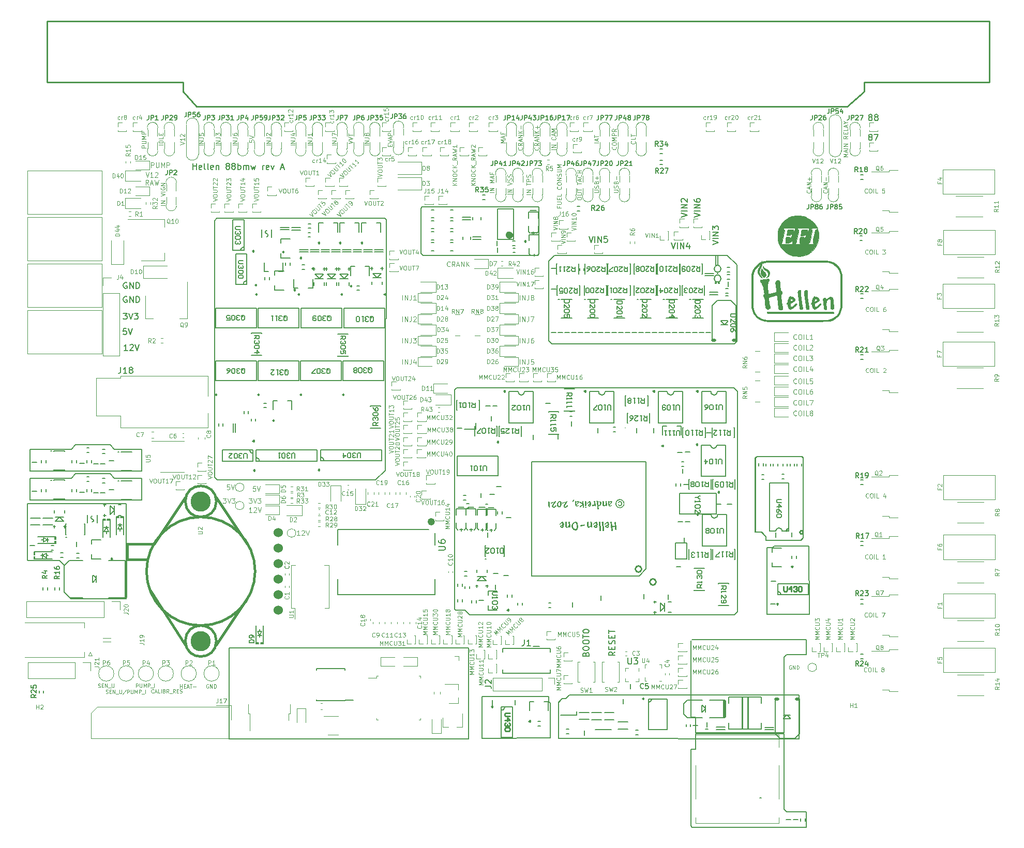
<source format=gto>
G75*
G70*
%OFA0B0*%
%FSLAX25Y25*%
%IPPOS*%
%LPD*%
%AMOC8*
5,1,8,0,0,1.08239X$1,22.5*
%
%ADD111C,0.00689*%
%ADD118C,0.02425*%
%ADD138C,0.02362*%
%ADD143C,0.00650*%
%ADD144C,0.01500*%
%ADD148C,0.01968*%
%ADD157C,0.00800*%
%ADD164C,0.00390*%
%ADD182C,0.00472*%
%ADD191C,0.00500*%
%ADD202C,0.13000*%
%ADD222C,0.00394*%
%ADD252C,0.00591*%
%ADD26C,0.01575*%
%ADD264C,0.00984*%
%ADD266C,0.06000*%
%ADD275C,0.01000*%
%ADD55C,0.00010*%
%ADD62C,0.00787*%
%ADD96C,0.00669*%
X0000000Y0000000D02*
%LPD*%
G01*
D252*
X0063463Y0275694D02*
X0065901Y0275694D01*
X0064588Y0274195D01*
X0065151Y0274195D01*
X0065526Y0274007D01*
X0065713Y0273820D01*
X0065901Y0273445D01*
X0065901Y0272507D01*
X0065713Y0272132D01*
X0065526Y0271945D01*
X0065151Y0271757D01*
X0064026Y0271757D01*
X0063651Y0271945D01*
X0063463Y0272132D01*
X0067025Y0275694D02*
X0068338Y0271757D01*
X0069650Y0275694D01*
X0070588Y0275694D02*
X0073025Y0275694D01*
X0071712Y0274195D01*
X0072275Y0274195D01*
X0072650Y0274007D01*
X0072837Y0273820D01*
X0073025Y0273445D01*
X0073025Y0272507D01*
X0072837Y0272132D01*
X0072650Y0271945D01*
X0072275Y0271757D01*
X0071150Y0271757D01*
X0070775Y0271945D01*
X0070588Y0272132D01*
X0065526Y0265852D02*
X0063651Y0265852D01*
X0063463Y0263977D01*
X0063651Y0264165D01*
X0064026Y0264352D01*
X0064963Y0264352D01*
X0065338Y0264165D01*
X0065526Y0263977D01*
X0065713Y0263602D01*
X0065713Y0262665D01*
X0065526Y0262290D01*
X0065338Y0262102D01*
X0064963Y0261915D01*
X0064026Y0261915D01*
X0063651Y0262102D01*
X0063463Y0262290D01*
X0066838Y0265852D02*
X0068150Y0261915D01*
X0069463Y0265852D01*
X0066294Y0251639D02*
X0064045Y0251639D01*
X0065169Y0251639D02*
X0065169Y0255576D01*
X0064794Y0255014D01*
X0064420Y0254639D01*
X0064045Y0254451D01*
X0067794Y0255201D02*
X0067982Y0255389D01*
X0068357Y0255576D01*
X0069294Y0255576D01*
X0069669Y0255389D01*
X0069856Y0255201D01*
X0070044Y0254826D01*
X0070044Y0254451D01*
X0069856Y0253889D01*
X0067607Y0251639D01*
X0070044Y0251639D01*
X0071169Y0255576D02*
X0072481Y0251639D01*
X0073793Y0255576D01*
X0065760Y0295389D02*
X0065385Y0295576D01*
X0064823Y0295576D01*
X0064260Y0295389D01*
X0063885Y0295014D01*
X0063698Y0294639D01*
X0063510Y0293889D01*
X0063510Y0293327D01*
X0063698Y0292577D01*
X0063885Y0292202D01*
X0064260Y0291827D01*
X0064823Y0291639D01*
X0065198Y0291639D01*
X0065760Y0291827D01*
X0065947Y0292014D01*
X0065947Y0293327D01*
X0065198Y0293327D01*
X0067635Y0291639D02*
X0067635Y0295576D01*
X0069884Y0291639D01*
X0069884Y0295576D01*
X0071759Y0291639D02*
X0071759Y0295576D01*
X0072697Y0295576D01*
X0073259Y0295389D01*
X0073634Y0295014D01*
X0073821Y0294639D01*
X0074009Y0293889D01*
X0074009Y0293327D01*
X0073821Y0292577D01*
X0073634Y0292202D01*
X0073259Y0291827D01*
X0072697Y0291639D01*
X0071759Y0291639D01*
X0544704Y0402133D02*
X0544329Y0402321D01*
X0544142Y0402508D01*
X0543954Y0402883D01*
X0543954Y0403070D01*
X0544142Y0403445D01*
X0544329Y0403633D01*
X0544704Y0403820D01*
X0545454Y0403820D01*
X0545829Y0403633D01*
X0546016Y0403445D01*
X0546204Y0403070D01*
X0546204Y0402883D01*
X0546016Y0402508D01*
X0545829Y0402321D01*
X0545454Y0402133D01*
X0544704Y0402133D01*
X0544329Y0401946D01*
X0544142Y0401758D01*
X0543954Y0401383D01*
X0543954Y0400633D01*
X0544142Y0400258D01*
X0544329Y0400071D01*
X0544704Y0399883D01*
X0545454Y0399883D01*
X0545829Y0400071D01*
X0546016Y0400258D01*
X0546204Y0400633D01*
X0546204Y0401383D01*
X0546016Y0401758D01*
X0545829Y0401946D01*
X0545454Y0402133D01*
X0548454Y0402133D02*
X0548079Y0402321D01*
X0547891Y0402508D01*
X0547704Y0402883D01*
X0547704Y0403070D01*
X0547891Y0403445D01*
X0548079Y0403633D01*
X0548454Y0403820D01*
X0549203Y0403820D01*
X0549578Y0403633D01*
X0549766Y0403445D01*
X0549953Y0403070D01*
X0549953Y0402883D01*
X0549766Y0402508D01*
X0549578Y0402321D01*
X0549203Y0402133D01*
X0548454Y0402133D01*
X0548079Y0401946D01*
X0547891Y0401758D01*
X0547704Y0401383D01*
X0547704Y0400633D01*
X0547891Y0400258D01*
X0548079Y0400071D01*
X0548454Y0399883D01*
X0549203Y0399883D01*
X0549578Y0400071D01*
X0549766Y0400258D01*
X0549953Y0400633D01*
X0549953Y0401383D01*
X0549766Y0401758D01*
X0549578Y0401946D01*
X0549203Y0402133D01*
D182*
X0319179Y0242759D02*
X0319179Y0245909D01*
X0320679Y0242759D02*
X0320679Y0245909D01*
X0322479Y0242759D01*
X0322479Y0245909D01*
X0324878Y0245909D02*
X0324878Y0243659D01*
X0324728Y0243209D01*
X0324428Y0242909D01*
X0323979Y0242759D01*
X0323679Y0242759D01*
X0327878Y0245909D02*
X0326378Y0245909D01*
X0326228Y0244409D01*
X0326378Y0244559D01*
X0326678Y0244709D01*
X0327428Y0244709D01*
X0327728Y0244559D01*
X0327878Y0244409D01*
X0328028Y0244109D01*
X0328028Y0243359D01*
X0327878Y0243059D01*
X0327728Y0242909D01*
X0327428Y0242759D01*
X0326678Y0242759D01*
X0326378Y0242909D01*
X0326228Y0243059D01*
X0148716Y0164216D02*
X0147216Y0164216D01*
X0147066Y0162716D01*
X0147216Y0162866D01*
X0147516Y0163016D01*
X0148266Y0163016D01*
X0148566Y0162866D01*
X0148716Y0162716D01*
X0148866Y0162416D01*
X0148866Y0161666D01*
X0148716Y0161366D01*
X0148566Y0161216D01*
X0148266Y0161066D01*
X0147516Y0161066D01*
X0147216Y0161216D01*
X0147066Y0161366D01*
X0149766Y0164216D02*
X0150816Y0161066D01*
X0151866Y0164216D01*
D222*
X0367098Y0353567D02*
X0369329Y0353567D01*
X0369592Y0353698D01*
X0369723Y0353830D01*
X0369854Y0354092D01*
X0369854Y0354617D01*
X0369723Y0354880D01*
X0369592Y0355011D01*
X0369329Y0355142D01*
X0367098Y0355142D01*
X0369723Y0356323D02*
X0369854Y0356717D01*
X0369854Y0357373D01*
X0369723Y0357635D01*
X0369592Y0357767D01*
X0369329Y0357898D01*
X0369067Y0357898D01*
X0368804Y0357767D01*
X0368673Y0357635D01*
X0368542Y0357373D01*
X0368410Y0356848D01*
X0368279Y0356586D01*
X0368148Y0356454D01*
X0367886Y0356323D01*
X0367623Y0356323D01*
X0367361Y0356454D01*
X0367229Y0356586D01*
X0367098Y0356848D01*
X0367098Y0357504D01*
X0367229Y0357898D01*
X0368410Y0359998D02*
X0368542Y0360391D01*
X0368673Y0360523D01*
X0368935Y0360654D01*
X0369329Y0360654D01*
X0369592Y0360523D01*
X0369723Y0360391D01*
X0369854Y0360129D01*
X0369854Y0359079D01*
X0367098Y0359079D01*
X0367098Y0359998D01*
X0367229Y0360260D01*
X0367361Y0360391D01*
X0367623Y0360523D01*
X0367886Y0360523D01*
X0368148Y0360391D01*
X0368279Y0360260D01*
X0368410Y0359998D01*
X0368410Y0359079D01*
X0368804Y0361835D02*
X0368804Y0363935D01*
X0369854Y0362885D02*
X0367754Y0362885D01*
X0393214Y0386572D02*
X0393345Y0386441D01*
X0393476Y0386048D01*
X0393476Y0385785D01*
X0393345Y0385391D01*
X0393082Y0385129D01*
X0392820Y0384998D01*
X0392295Y0384866D01*
X0391901Y0384866D01*
X0391376Y0384998D01*
X0391114Y0385129D01*
X0390851Y0385391D01*
X0390720Y0385785D01*
X0390720Y0386048D01*
X0390851Y0386441D01*
X0390983Y0386572D01*
X0393476Y0389066D02*
X0393476Y0387754D01*
X0390720Y0387754D01*
X0390720Y0389591D02*
X0390720Y0391166D01*
X0393476Y0390378D02*
X0390720Y0390378D01*
X0507584Y0375221D02*
X0508502Y0372465D01*
X0509421Y0375221D01*
X0511783Y0372465D02*
X0510208Y0372465D01*
X0510996Y0372465D02*
X0510996Y0375221D01*
X0510733Y0374827D01*
X0510471Y0374565D01*
X0510208Y0374433D01*
X0512833Y0374958D02*
X0512964Y0375090D01*
X0513227Y0375221D01*
X0513883Y0375221D01*
X0514145Y0375090D01*
X0514277Y0374958D01*
X0514408Y0374696D01*
X0514408Y0374433D01*
X0514277Y0374040D01*
X0512702Y0372465D01*
X0514408Y0372465D01*
X0136783Y0384079D02*
X0134027Y0384079D01*
X0136783Y0385391D02*
X0134027Y0385391D01*
X0136783Y0386966D01*
X0134027Y0386966D01*
X0134027Y0389066D02*
X0135996Y0389066D01*
X0136389Y0388935D01*
X0136652Y0388672D01*
X0136783Y0388279D01*
X0136783Y0388016D01*
X0134027Y0391559D02*
X0134027Y0391034D01*
X0134158Y0390772D01*
X0134290Y0390641D01*
X0134683Y0390378D01*
X0135208Y0390247D01*
X0136258Y0390247D01*
X0136521Y0390378D01*
X0136652Y0390510D01*
X0136783Y0390772D01*
X0136783Y0391297D01*
X0136652Y0391559D01*
X0136521Y0391691D01*
X0136258Y0391822D01*
X0135602Y0391822D01*
X0135340Y0391691D01*
X0135208Y0391559D01*
X0135077Y0391297D01*
X0135077Y0390772D01*
X0135208Y0390510D01*
X0135340Y0390378D01*
X0135602Y0390247D01*
D182*
X0177287Y0132523D02*
X0175488Y0132523D01*
X0176388Y0132523D02*
X0176388Y0135673D01*
X0176088Y0135223D01*
X0175788Y0134923D01*
X0175488Y0134773D01*
X0178487Y0135373D02*
X0178637Y0135523D01*
X0178937Y0135673D01*
X0179687Y0135673D01*
X0179987Y0135523D01*
X0180137Y0135373D01*
X0180287Y0135073D01*
X0180287Y0134773D01*
X0180137Y0134323D01*
X0178337Y0132523D01*
X0180287Y0132523D01*
X0181187Y0135673D02*
X0182237Y0132523D01*
X0183287Y0135673D01*
D222*
X0302531Y0353502D02*
X0299775Y0353502D01*
X0302531Y0354814D02*
X0299775Y0354814D01*
X0302531Y0356389D01*
X0299775Y0356389D01*
X0302531Y0359801D02*
X0299775Y0359801D01*
X0301744Y0360719D01*
X0299775Y0361638D01*
X0302531Y0361638D01*
X0301744Y0362819D02*
X0301744Y0364132D01*
X0302531Y0362557D02*
X0299775Y0363475D01*
X0302531Y0364394D01*
X0301088Y0366231D02*
X0301088Y0365313D01*
X0302531Y0365313D02*
X0299775Y0365313D01*
X0299775Y0366625D01*
D182*
X0497479Y0259201D02*
X0497329Y0259051D01*
X0496879Y0258901D01*
X0496579Y0258901D01*
X0496129Y0259051D01*
X0495829Y0259351D01*
X0495679Y0259651D01*
X0495529Y0260251D01*
X0495529Y0260701D01*
X0495679Y0261301D01*
X0495829Y0261601D01*
X0496129Y0261901D01*
X0496579Y0262051D01*
X0496879Y0262051D01*
X0497329Y0261901D01*
X0497479Y0261751D01*
X0499428Y0262051D02*
X0500028Y0262051D01*
X0500328Y0261901D01*
X0500628Y0261601D01*
X0500778Y0261001D01*
X0500778Y0259951D01*
X0500628Y0259351D01*
X0500328Y0259051D01*
X0500028Y0258901D01*
X0499428Y0258901D01*
X0499128Y0259051D01*
X0498829Y0259351D01*
X0498679Y0259951D01*
X0498679Y0261001D01*
X0498829Y0261601D01*
X0499128Y0261901D01*
X0499428Y0262051D01*
X0502128Y0258901D02*
X0502128Y0262051D01*
X0505128Y0258901D02*
X0503628Y0258901D01*
X0503628Y0262051D01*
X0507827Y0258901D02*
X0506028Y0258901D01*
X0506928Y0258901D02*
X0506928Y0262051D01*
X0506628Y0261601D01*
X0506328Y0261301D01*
X0506028Y0261151D01*
D222*
X0493973Y0048515D02*
X0493748Y0048627D01*
X0493410Y0048627D01*
X0493073Y0048515D01*
X0492848Y0048290D01*
X0492736Y0048065D01*
X0492623Y0047615D01*
X0492623Y0047277D01*
X0492736Y0046827D01*
X0492848Y0046602D01*
X0493073Y0046378D01*
X0493410Y0046265D01*
X0493635Y0046265D01*
X0493973Y0046378D01*
X0494085Y0046490D01*
X0494085Y0047277D01*
X0493635Y0047277D01*
X0495098Y0046265D02*
X0495098Y0048627D01*
X0496448Y0046265D01*
X0496448Y0048627D01*
X0497572Y0046265D02*
X0497572Y0048627D01*
X0498135Y0048627D01*
X0498472Y0048515D01*
X0498697Y0048290D01*
X0498810Y0048065D01*
X0498922Y0047615D01*
X0498922Y0047277D01*
X0498810Y0046827D01*
X0498697Y0046602D01*
X0498472Y0046378D01*
X0498135Y0046265D01*
X0497572Y0046265D01*
D182*
X0243392Y0256539D02*
X0243392Y0259688D01*
X0244892Y0256539D02*
X0244892Y0259688D01*
X0246691Y0256539D01*
X0246691Y0259688D01*
X0249091Y0259688D02*
X0249091Y0257439D01*
X0248941Y0256989D01*
X0248641Y0256689D01*
X0248191Y0256539D01*
X0247891Y0256539D01*
X0250291Y0259688D02*
X0252241Y0259688D01*
X0251191Y0258489D01*
X0251641Y0258489D01*
X0251941Y0258339D01*
X0252091Y0258189D01*
X0252241Y0257889D01*
X0252241Y0257139D01*
X0252091Y0256839D01*
X0251941Y0256689D01*
X0251641Y0256539D01*
X0250741Y0256539D01*
X0250441Y0256689D01*
X0250291Y0256839D01*
D222*
X0543804Y0237688D02*
X0543673Y0237557D01*
X0543279Y0237426D01*
X0543017Y0237426D01*
X0542623Y0237557D01*
X0542361Y0237819D01*
X0542229Y0238082D01*
X0542098Y0238607D01*
X0542098Y0239000D01*
X0542229Y0239525D01*
X0542361Y0239788D01*
X0542623Y0240050D01*
X0543017Y0240181D01*
X0543279Y0240181D01*
X0543673Y0240050D01*
X0543804Y0239919D01*
X0545510Y0240181D02*
X0546035Y0240181D01*
X0546298Y0240050D01*
X0546560Y0239788D01*
X0546691Y0239263D01*
X0546691Y0238344D01*
X0546560Y0237819D01*
X0546298Y0237557D01*
X0546035Y0237426D01*
X0545510Y0237426D01*
X0545248Y0237557D01*
X0544985Y0237819D01*
X0544854Y0238344D01*
X0544854Y0239263D01*
X0544985Y0239788D01*
X0545248Y0240050D01*
X0545510Y0240181D01*
X0547872Y0237426D02*
X0547872Y0240181D01*
X0550497Y0237426D02*
X0549185Y0237426D01*
X0549185Y0240181D01*
X0553384Y0239919D02*
X0553515Y0240050D01*
X0553778Y0240181D01*
X0554434Y0240181D01*
X0554697Y0240050D01*
X0554828Y0239919D01*
X0554959Y0239656D01*
X0554959Y0239394D01*
X0554828Y0239000D01*
X0553253Y0237426D01*
X0554959Y0237426D01*
X0543410Y0314066D02*
X0543279Y0313935D01*
X0542886Y0313803D01*
X0542623Y0313803D01*
X0542229Y0313935D01*
X0541967Y0314197D01*
X0541836Y0314460D01*
X0541704Y0314985D01*
X0541704Y0315378D01*
X0541836Y0315903D01*
X0541967Y0316166D01*
X0542229Y0316428D01*
X0542623Y0316559D01*
X0542886Y0316559D01*
X0543279Y0316428D01*
X0543410Y0316297D01*
X0545116Y0316559D02*
X0545641Y0316559D01*
X0545904Y0316428D01*
X0546166Y0316166D01*
X0546298Y0315641D01*
X0546298Y0314722D01*
X0546166Y0314197D01*
X0545904Y0313935D01*
X0545641Y0313803D01*
X0545116Y0313803D01*
X0544854Y0313935D01*
X0544592Y0314197D01*
X0544460Y0314722D01*
X0544460Y0315641D01*
X0544592Y0316166D01*
X0544854Y0316428D01*
X0545116Y0316559D01*
X0547479Y0313803D02*
X0547479Y0316559D01*
X0550103Y0313803D02*
X0548791Y0313803D01*
X0548791Y0316559D01*
X0552859Y0316559D02*
X0554565Y0316559D01*
X0553647Y0315510D01*
X0554040Y0315510D01*
X0554303Y0315378D01*
X0554434Y0315247D01*
X0554565Y0314985D01*
X0554565Y0314328D01*
X0554434Y0314066D01*
X0554303Y0313935D01*
X0554040Y0313803D01*
X0553253Y0313803D01*
X0552991Y0313935D01*
X0552859Y0314066D01*
X0379697Y0353567D02*
X0381928Y0353567D01*
X0382190Y0353698D01*
X0382321Y0353830D01*
X0382452Y0354092D01*
X0382452Y0354617D01*
X0382321Y0354880D01*
X0382190Y0355011D01*
X0381928Y0355142D01*
X0379697Y0355142D01*
X0382321Y0356323D02*
X0382452Y0356717D01*
X0382452Y0357373D01*
X0382321Y0357635D01*
X0382190Y0357767D01*
X0381928Y0357898D01*
X0381665Y0357898D01*
X0381403Y0357767D01*
X0381271Y0357635D01*
X0381140Y0357373D01*
X0381009Y0356848D01*
X0380878Y0356586D01*
X0380746Y0356454D01*
X0380484Y0356323D01*
X0380221Y0356323D01*
X0379959Y0356454D01*
X0379828Y0356586D01*
X0379697Y0356848D01*
X0379697Y0357504D01*
X0379828Y0357898D01*
X0381009Y0359998D02*
X0381140Y0360391D01*
X0381271Y0360523D01*
X0381534Y0360654D01*
X0381928Y0360654D01*
X0382190Y0360523D01*
X0382321Y0360391D01*
X0382452Y0360129D01*
X0382452Y0359079D01*
X0379697Y0359079D01*
X0379697Y0359998D01*
X0379828Y0360260D01*
X0379959Y0360391D01*
X0380221Y0360523D01*
X0380484Y0360523D01*
X0380746Y0360391D01*
X0380878Y0360260D01*
X0381009Y0359998D01*
X0381009Y0359079D01*
X0381403Y0361835D02*
X0381403Y0363935D01*
X0519001Y0375221D02*
X0519920Y0372465D01*
X0520838Y0375221D01*
X0523200Y0372465D02*
X0521626Y0372465D01*
X0522413Y0372465D02*
X0522413Y0375221D01*
X0522151Y0374827D01*
X0521888Y0374565D01*
X0521626Y0374433D01*
X0524250Y0374958D02*
X0524382Y0375090D01*
X0524644Y0375221D01*
X0525300Y0375221D01*
X0525563Y0375090D01*
X0525694Y0374958D01*
X0525825Y0374696D01*
X0525825Y0374433D01*
X0525694Y0374040D01*
X0524119Y0372465D01*
X0525825Y0372465D01*
X0078122Y0382373D02*
X0075366Y0382373D01*
X0075366Y0383423D01*
X0075497Y0383685D01*
X0075628Y0383817D01*
X0075891Y0383948D01*
X0076284Y0383948D01*
X0076547Y0383817D01*
X0076678Y0383685D01*
X0076809Y0383423D01*
X0076809Y0382373D01*
X0075366Y0385129D02*
X0077597Y0385129D01*
X0077859Y0385260D01*
X0077991Y0385391D01*
X0078122Y0385654D01*
X0078122Y0386179D01*
X0077991Y0386441D01*
X0077859Y0386572D01*
X0077597Y0386704D01*
X0075366Y0386704D01*
X0078122Y0388016D02*
X0075366Y0388016D01*
X0077334Y0388935D01*
X0075366Y0389853D01*
X0078122Y0389853D01*
X0078122Y0391166D02*
X0075366Y0391166D01*
X0075366Y0392216D01*
X0075497Y0392478D01*
X0075628Y0392609D01*
X0075891Y0392740D01*
X0076284Y0392740D01*
X0076547Y0392609D01*
X0076678Y0392478D01*
X0076809Y0392216D01*
X0076809Y0391166D01*
X0071813Y0034454D02*
X0071813Y0036816D01*
X0072713Y0036816D01*
X0072938Y0036704D01*
X0073050Y0036591D01*
X0073163Y0036366D01*
X0073163Y0036029D01*
X0073050Y0035804D01*
X0072938Y0035691D01*
X0072713Y0035579D01*
X0071813Y0035579D01*
X0074175Y0036816D02*
X0074175Y0034904D01*
X0074288Y0034679D01*
X0074400Y0034566D01*
X0074625Y0034454D01*
X0075075Y0034454D01*
X0075300Y0034566D01*
X0075413Y0034679D01*
X0075525Y0034904D01*
X0075525Y0036816D01*
X0076650Y0034454D02*
X0076650Y0036816D01*
X0077437Y0035129D01*
X0078225Y0036816D01*
X0078225Y0034454D01*
X0079350Y0034454D02*
X0079350Y0036816D01*
X0080250Y0036816D01*
X0080475Y0036704D01*
X0080587Y0036591D01*
X0080700Y0036366D01*
X0080700Y0036029D01*
X0080587Y0035804D01*
X0080475Y0035691D01*
X0080250Y0035579D01*
X0079350Y0035579D01*
X0081149Y0034229D02*
X0082949Y0034229D01*
X0083512Y0034454D02*
X0083512Y0036816D01*
D252*
X0380428Y0057364D02*
X0378553Y0056051D01*
X0380428Y0055114D02*
X0376491Y0055114D01*
X0376491Y0056614D01*
X0376678Y0056989D01*
X0376866Y0057176D01*
X0377241Y0057364D01*
X0377803Y0057364D01*
X0378178Y0057176D01*
X0378365Y0056989D01*
X0378553Y0056614D01*
X0378553Y0055114D01*
X0378365Y0059051D02*
X0378365Y0060363D01*
X0380428Y0060926D02*
X0380428Y0059051D01*
X0376491Y0059051D01*
X0376491Y0060926D01*
X0380240Y0062426D02*
X0380428Y0062988D01*
X0380428Y0063925D01*
X0380240Y0064300D01*
X0380053Y0064488D01*
X0379678Y0064675D01*
X0379303Y0064675D01*
X0378928Y0064488D01*
X0378740Y0064300D01*
X0378553Y0063925D01*
X0378365Y0063175D01*
X0378178Y0062800D01*
X0377991Y0062613D01*
X0377616Y0062426D01*
X0377241Y0062426D01*
X0376866Y0062613D01*
X0376678Y0062800D01*
X0376491Y0063175D01*
X0376491Y0064113D01*
X0376678Y0064675D01*
X0378365Y0066363D02*
X0378365Y0067675D01*
X0380428Y0068237D02*
X0380428Y0066363D01*
X0376491Y0066363D01*
X0376491Y0068237D01*
X0376491Y0069362D02*
X0376491Y0071612D01*
X0380428Y0070487D02*
X0376491Y0070487D01*
D182*
X0144432Y0156342D02*
X0146382Y0156342D01*
X0145332Y0155142D01*
X0145782Y0155142D01*
X0146082Y0154992D01*
X0146232Y0154842D01*
X0146382Y0154542D01*
X0146382Y0153792D01*
X0146232Y0153492D01*
X0146082Y0153342D01*
X0145782Y0153192D01*
X0144882Y0153192D01*
X0144582Y0153342D01*
X0144432Y0153492D01*
X0147282Y0156342D02*
X0148332Y0153192D01*
X0149382Y0156342D01*
X0150131Y0156342D02*
X0152081Y0156342D01*
X0151031Y0155142D01*
X0151481Y0155142D01*
X0151781Y0154992D01*
X0151931Y0154842D01*
X0152081Y0154542D01*
X0152081Y0153792D01*
X0151931Y0153492D01*
X0151781Y0153342D01*
X0151481Y0153192D01*
X0150581Y0153192D01*
X0150281Y0153342D01*
X0150131Y0153492D01*
D222*
X0543804Y0277058D02*
X0543673Y0276927D01*
X0543279Y0276796D01*
X0543017Y0276796D01*
X0542623Y0276927D01*
X0542361Y0277189D01*
X0542229Y0277452D01*
X0542098Y0277977D01*
X0542098Y0278370D01*
X0542229Y0278895D01*
X0542361Y0279158D01*
X0542623Y0279420D01*
X0543017Y0279551D01*
X0543279Y0279551D01*
X0543673Y0279420D01*
X0543804Y0279289D01*
X0545510Y0279551D02*
X0546035Y0279551D01*
X0546298Y0279420D01*
X0546560Y0279158D01*
X0546691Y0278633D01*
X0546691Y0277714D01*
X0546560Y0277189D01*
X0546298Y0276927D01*
X0546035Y0276796D01*
X0545510Y0276796D01*
X0545248Y0276927D01*
X0544985Y0277189D01*
X0544854Y0277714D01*
X0544854Y0278633D01*
X0544985Y0279158D01*
X0545248Y0279420D01*
X0545510Y0279551D01*
X0547872Y0276796D02*
X0547872Y0279551D01*
X0550497Y0276796D02*
X0549185Y0276796D01*
X0549185Y0279551D01*
X0554697Y0279551D02*
X0554172Y0279551D01*
X0553909Y0279420D01*
X0553778Y0279289D01*
X0553515Y0278895D01*
X0553384Y0278370D01*
X0553384Y0277321D01*
X0553515Y0277058D01*
X0553647Y0276927D01*
X0553909Y0276796D01*
X0554434Y0276796D01*
X0554697Y0276927D01*
X0554828Y0277058D01*
X0554959Y0277321D01*
X0554959Y0277977D01*
X0554828Y0278239D01*
X0554697Y0278370D01*
X0554434Y0278502D01*
X0553909Y0278502D01*
X0553647Y0278370D01*
X0553515Y0278239D01*
X0553384Y0277977D01*
D182*
X0081459Y0369728D02*
X0081459Y0372877D01*
X0082659Y0372877D01*
X0082959Y0372727D01*
X0083109Y0372577D01*
X0083259Y0372277D01*
X0083259Y0371827D01*
X0083109Y0371528D01*
X0082959Y0371378D01*
X0082659Y0371228D01*
X0081459Y0371228D01*
X0084608Y0372877D02*
X0084608Y0370328D01*
X0084758Y0370028D01*
X0084908Y0369878D01*
X0085208Y0369728D01*
X0085808Y0369728D01*
X0086108Y0369878D01*
X0086258Y0370028D01*
X0086408Y0370328D01*
X0086408Y0372877D01*
X0087908Y0369728D02*
X0087908Y0372877D01*
X0088958Y0370628D01*
X0090008Y0372877D01*
X0090008Y0369728D01*
X0091508Y0369728D02*
X0091508Y0372877D01*
X0092707Y0372877D01*
X0093007Y0372727D01*
X0093157Y0372577D01*
X0093307Y0372277D01*
X0093307Y0371827D01*
X0093157Y0371528D01*
X0093007Y0371378D01*
X0092707Y0371228D01*
X0091508Y0371228D01*
X0243392Y0270318D02*
X0243392Y0273468D01*
X0244892Y0270318D02*
X0244892Y0273468D01*
X0246691Y0270318D01*
X0246691Y0273468D01*
X0249091Y0273468D02*
X0249091Y0271218D01*
X0248941Y0270768D01*
X0248641Y0270468D01*
X0248191Y0270318D01*
X0247891Y0270318D01*
X0250441Y0273168D02*
X0250591Y0273318D01*
X0250891Y0273468D01*
X0251641Y0273468D01*
X0251941Y0273318D01*
X0252091Y0273168D01*
X0252241Y0272868D01*
X0252241Y0272568D01*
X0252091Y0272118D01*
X0250291Y0270318D01*
X0252241Y0270318D01*
D222*
X0369854Y0385654D02*
X0367098Y0385654D01*
X0369067Y0386835D02*
X0369067Y0388147D01*
X0369854Y0386572D02*
X0367098Y0387491D01*
X0369854Y0388410D01*
X0367098Y0388935D02*
X0367098Y0390510D01*
X0369854Y0389722D02*
X0367098Y0389722D01*
D252*
X0361633Y0055864D02*
X0361821Y0056426D01*
X0362008Y0056614D01*
X0362383Y0056801D01*
X0362946Y0056801D01*
X0363320Y0056614D01*
X0363508Y0056426D01*
X0363695Y0056051D01*
X0363695Y0054551D01*
X0359758Y0054551D01*
X0359758Y0055864D01*
X0359946Y0056239D01*
X0360133Y0056426D01*
X0360508Y0056614D01*
X0360883Y0056614D01*
X0361258Y0056426D01*
X0361446Y0056239D01*
X0361633Y0055864D01*
X0361633Y0054551D01*
X0359758Y0059238D02*
X0359758Y0059988D01*
X0359946Y0060363D01*
X0360321Y0060738D01*
X0361071Y0060926D01*
X0362383Y0060926D01*
X0363133Y0060738D01*
X0363508Y0060363D01*
X0363695Y0059988D01*
X0363695Y0059238D01*
X0363508Y0058863D01*
X0363133Y0058489D01*
X0362383Y0058301D01*
X0361071Y0058301D01*
X0360321Y0058489D01*
X0359946Y0058863D01*
X0359758Y0059238D01*
X0359758Y0063363D02*
X0359758Y0064113D01*
X0359946Y0064488D01*
X0360321Y0064863D01*
X0361071Y0065050D01*
X0362383Y0065050D01*
X0363133Y0064863D01*
X0363508Y0064488D01*
X0363695Y0064113D01*
X0363695Y0063363D01*
X0363508Y0062988D01*
X0363133Y0062613D01*
X0362383Y0062426D01*
X0361071Y0062426D01*
X0360321Y0062613D01*
X0359946Y0062988D01*
X0359758Y0063363D01*
X0359758Y0066175D02*
X0359758Y0068425D01*
X0363695Y0067300D02*
X0359758Y0067300D01*
X0359758Y0070487D02*
X0359758Y0070862D01*
X0359946Y0071237D01*
X0360133Y0071424D01*
X0360508Y0071612D01*
X0361258Y0071799D01*
X0362196Y0071799D01*
X0362946Y0071612D01*
X0363320Y0071424D01*
X0363508Y0071237D01*
X0363695Y0070862D01*
X0363695Y0070487D01*
X0363508Y0070112D01*
X0363320Y0069925D01*
X0362946Y0069737D01*
X0362196Y0069550D01*
X0361258Y0069550D01*
X0360508Y0069737D01*
X0360133Y0069925D01*
X0359946Y0070112D01*
X0359758Y0070487D01*
D222*
X0356074Y0349499D02*
X0356074Y0350024D01*
X0356206Y0350286D01*
X0356468Y0350549D01*
X0356993Y0350680D01*
X0357912Y0350680D01*
X0358437Y0350549D01*
X0358699Y0350286D01*
X0358830Y0350024D01*
X0358830Y0349499D01*
X0358699Y0349237D01*
X0358437Y0348974D01*
X0357912Y0348843D01*
X0356993Y0348843D01*
X0356468Y0348974D01*
X0356206Y0349237D01*
X0356074Y0349499D01*
X0356074Y0351861D02*
X0358305Y0351861D01*
X0358568Y0351992D01*
X0358699Y0352124D01*
X0358830Y0352386D01*
X0358830Y0352911D01*
X0358699Y0353174D01*
X0358568Y0353305D01*
X0358305Y0353436D01*
X0356074Y0353436D01*
X0356074Y0354355D02*
X0356074Y0355929D01*
X0358830Y0355142D02*
X0356074Y0355142D01*
X0356074Y0358554D02*
X0356074Y0360129D01*
X0358830Y0359342D02*
X0356074Y0359342D01*
X0358043Y0360916D02*
X0358043Y0362229D01*
X0358830Y0360654D02*
X0356074Y0361572D01*
X0358830Y0362491D01*
X0358568Y0364985D02*
X0358699Y0364853D01*
X0358830Y0364460D01*
X0358830Y0364197D01*
X0358699Y0363803D01*
X0358437Y0363541D01*
X0358174Y0363410D01*
X0357649Y0363279D01*
X0357256Y0363279D01*
X0356731Y0363410D01*
X0356468Y0363541D01*
X0356206Y0363803D01*
X0356074Y0364197D01*
X0356074Y0364460D01*
X0356206Y0364853D01*
X0356337Y0364985D01*
X0358830Y0366166D02*
X0356074Y0366166D01*
X0357387Y0366166D02*
X0357387Y0367740D01*
X0358830Y0367740D02*
X0356074Y0367740D01*
D252*
X0065760Y0286334D02*
X0065385Y0286521D01*
X0064823Y0286521D01*
X0064260Y0286334D01*
X0063885Y0285959D01*
X0063698Y0285584D01*
X0063510Y0284834D01*
X0063510Y0284271D01*
X0063698Y0283522D01*
X0063885Y0283147D01*
X0064260Y0282772D01*
X0064823Y0282584D01*
X0065198Y0282584D01*
X0065760Y0282772D01*
X0065947Y0282959D01*
X0065947Y0284271D01*
X0065198Y0284271D01*
X0067635Y0282584D02*
X0067635Y0286521D01*
X0069884Y0282584D01*
X0069884Y0286521D01*
X0071759Y0282584D02*
X0071759Y0286521D01*
X0072697Y0286521D01*
X0073259Y0286334D01*
X0073634Y0285959D01*
X0073821Y0285584D01*
X0074009Y0284834D01*
X0074009Y0284271D01*
X0073821Y0283522D01*
X0073634Y0283147D01*
X0073259Y0282772D01*
X0072697Y0282584D01*
X0071759Y0282584D01*
D222*
X0118382Y0036310D02*
X0118157Y0036423D01*
X0117820Y0036423D01*
X0117482Y0036310D01*
X0117257Y0036085D01*
X0117145Y0035860D01*
X0117032Y0035410D01*
X0117032Y0035073D01*
X0117145Y0034623D01*
X0117257Y0034398D01*
X0117482Y0034173D01*
X0117820Y0034060D01*
X0118045Y0034060D01*
X0118382Y0034173D01*
X0118495Y0034285D01*
X0118495Y0035073D01*
X0118045Y0035073D01*
X0119507Y0034060D02*
X0119507Y0036423D01*
X0120857Y0034060D01*
X0120857Y0036423D01*
X0121982Y0034060D02*
X0121982Y0036423D01*
X0122544Y0036423D01*
X0122882Y0036310D01*
X0123107Y0036085D01*
X0123219Y0035860D01*
X0123332Y0035410D01*
X0123332Y0035073D01*
X0123219Y0034623D01*
X0123107Y0034398D01*
X0122882Y0034173D01*
X0122544Y0034060D01*
X0121982Y0034060D01*
X0221823Y0384079D02*
X0219067Y0384079D01*
X0221823Y0385391D02*
X0219067Y0385391D01*
X0221823Y0386966D01*
X0219067Y0386966D01*
X0219067Y0389066D02*
X0221035Y0389066D01*
X0221429Y0388935D01*
X0221691Y0388672D01*
X0221823Y0388279D01*
X0221823Y0388016D01*
X0220248Y0390772D02*
X0220116Y0390510D01*
X0219985Y0390378D01*
X0219723Y0390247D01*
X0219592Y0390247D01*
X0219329Y0390378D01*
X0219198Y0390510D01*
X0219067Y0390772D01*
X0219067Y0391297D01*
X0219198Y0391559D01*
X0219329Y0391691D01*
X0219592Y0391822D01*
X0219723Y0391822D01*
X0219985Y0391691D01*
X0220116Y0391559D01*
X0220248Y0391297D01*
X0220248Y0390772D01*
X0220379Y0390510D01*
X0220510Y0390378D01*
X0220773Y0390247D01*
X0221298Y0390247D01*
X0221560Y0390378D01*
X0221691Y0390510D01*
X0221823Y0390772D01*
X0221823Y0391297D01*
X0221691Y0391559D01*
X0221560Y0391691D01*
X0221298Y0391822D01*
X0220773Y0391822D01*
X0220510Y0391691D01*
X0220379Y0391559D01*
X0220248Y0391297D01*
X0100169Y0384342D02*
X0102925Y0385260D01*
X0100169Y0386179D01*
X0102925Y0388541D02*
X0102925Y0386966D01*
X0102925Y0387754D02*
X0100169Y0387754D01*
X0100563Y0387491D01*
X0100825Y0387229D01*
X0100956Y0386966D01*
X0100431Y0389591D02*
X0100300Y0389722D01*
X0100169Y0389985D01*
X0100169Y0390641D01*
X0100300Y0390903D01*
X0100431Y0391034D01*
X0100694Y0391166D01*
X0100956Y0391166D01*
X0101350Y0391034D01*
X0102925Y0389460D01*
X0102925Y0391166D01*
X0125956Y0384079D02*
X0123200Y0384079D01*
X0125956Y0385391D02*
X0123200Y0385391D01*
X0125956Y0386966D01*
X0123200Y0386966D01*
X0123200Y0389066D02*
X0125169Y0389066D01*
X0125563Y0388935D01*
X0125825Y0388672D01*
X0125956Y0388279D01*
X0125956Y0388016D01*
X0123200Y0390116D02*
X0123200Y0391822D01*
X0124250Y0390903D01*
X0124250Y0391297D01*
X0124382Y0391559D01*
X0124513Y0391691D01*
X0124775Y0391822D01*
X0125431Y0391822D01*
X0125694Y0391691D01*
X0125825Y0391559D01*
X0125956Y0391297D01*
X0125956Y0390510D01*
X0125825Y0390247D01*
X0125694Y0390116D01*
X0309618Y0385588D02*
X0306862Y0385588D01*
X0308830Y0386507D01*
X0306862Y0387426D01*
X0309618Y0387426D01*
X0308830Y0388607D02*
X0308830Y0389919D01*
X0309618Y0388344D02*
X0306862Y0389263D01*
X0309618Y0390181D01*
X0308174Y0392019D02*
X0308174Y0391100D01*
X0309618Y0391100D02*
X0306862Y0391100D01*
X0306862Y0392412D01*
X0208634Y0385129D02*
X0211389Y0386048D01*
X0208634Y0386966D01*
X0208634Y0387491D02*
X0211389Y0388410D01*
X0208634Y0389328D01*
X0208634Y0389853D02*
X0208634Y0391428D01*
X0211389Y0390641D02*
X0208634Y0390641D01*
X0342295Y0381258D02*
X0339539Y0381258D01*
X0342295Y0382570D02*
X0339539Y0382570D01*
X0342295Y0384145D01*
X0339539Y0384145D01*
X0342032Y0389132D02*
X0342164Y0389000D01*
X0342295Y0388607D01*
X0342295Y0388344D01*
X0342164Y0387950D01*
X0341901Y0387688D01*
X0341639Y0387557D01*
X0341114Y0387426D01*
X0340720Y0387426D01*
X0340195Y0387557D01*
X0339933Y0387688D01*
X0339670Y0387950D01*
X0339539Y0388344D01*
X0339539Y0388607D01*
X0339670Y0389000D01*
X0339802Y0389132D01*
X0341508Y0390181D02*
X0341508Y0391494D01*
X0342295Y0389919D02*
X0339539Y0390838D01*
X0342295Y0391756D01*
X0342295Y0392675D02*
X0339539Y0392675D01*
X0341508Y0393593D01*
X0339539Y0394512D01*
X0342295Y0394512D01*
X0313949Y0352452D02*
X0311193Y0352452D01*
X0313949Y0353764D02*
X0311193Y0353764D01*
X0313949Y0355339D01*
X0311193Y0355339D01*
X0311193Y0358357D02*
X0313949Y0359276D01*
X0311193Y0360195D01*
X0313817Y0360982D02*
X0313949Y0361376D01*
X0313949Y0362032D01*
X0313817Y0362294D01*
X0313686Y0362426D01*
X0313424Y0362557D01*
X0313161Y0362557D01*
X0312899Y0362426D01*
X0312767Y0362294D01*
X0312636Y0362032D01*
X0312505Y0361507D01*
X0312374Y0361244D01*
X0312242Y0361113D01*
X0311980Y0360982D01*
X0311718Y0360982D01*
X0311455Y0361113D01*
X0311324Y0361244D01*
X0311193Y0361507D01*
X0311193Y0362163D01*
X0311324Y0362557D01*
X0313817Y0363607D02*
X0313949Y0364000D01*
X0313949Y0364656D01*
X0313817Y0364919D01*
X0313686Y0365050D01*
X0313424Y0365181D01*
X0313161Y0365181D01*
X0312899Y0365050D01*
X0312767Y0364919D01*
X0312636Y0364656D01*
X0312505Y0364132D01*
X0312374Y0363869D01*
X0312242Y0363738D01*
X0311980Y0363607D01*
X0311718Y0363607D01*
X0311455Y0363738D01*
X0311324Y0363869D01*
X0311193Y0364132D01*
X0311193Y0364788D01*
X0311324Y0365181D01*
D252*
X0108352Y0368387D02*
X0108352Y0372324D01*
X0108352Y0370450D02*
X0110602Y0370450D01*
X0110602Y0368387D02*
X0110602Y0372324D01*
X0113977Y0368575D02*
X0113602Y0368387D01*
X0112852Y0368387D01*
X0112477Y0368575D01*
X0112289Y0368950D01*
X0112289Y0370450D01*
X0112477Y0370824D01*
X0112852Y0371012D01*
X0113602Y0371012D01*
X0113977Y0370824D01*
X0114164Y0370450D01*
X0114164Y0370075D01*
X0112289Y0369700D01*
X0116414Y0368387D02*
X0116039Y0368575D01*
X0115851Y0368950D01*
X0115851Y0372324D01*
X0118476Y0368387D02*
X0118101Y0368575D01*
X0117914Y0368950D01*
X0117914Y0372324D01*
X0121476Y0368575D02*
X0121101Y0368387D01*
X0120351Y0368387D01*
X0119976Y0368575D01*
X0119788Y0368950D01*
X0119788Y0370450D01*
X0119976Y0370824D01*
X0120351Y0371012D01*
X0121101Y0371012D01*
X0121476Y0370824D01*
X0121663Y0370450D01*
X0121663Y0370075D01*
X0119788Y0369700D01*
X0123350Y0371012D02*
X0123350Y0368387D01*
X0123350Y0370637D02*
X0123538Y0370824D01*
X0123913Y0371012D01*
X0124475Y0371012D01*
X0124850Y0370824D01*
X0125038Y0370450D01*
X0125038Y0368387D01*
X0130475Y0370637D02*
X0130100Y0370824D01*
X0129912Y0371012D01*
X0129725Y0371387D01*
X0129725Y0371574D01*
X0129912Y0371949D01*
X0130100Y0372137D01*
X0130475Y0372324D01*
X0131224Y0372324D01*
X0131599Y0372137D01*
X0131787Y0371949D01*
X0131974Y0371574D01*
X0131974Y0371387D01*
X0131787Y0371012D01*
X0131599Y0370824D01*
X0131224Y0370637D01*
X0130475Y0370637D01*
X0130100Y0370450D01*
X0129912Y0370262D01*
X0129725Y0369887D01*
X0129725Y0369137D01*
X0129912Y0368762D01*
X0130100Y0368575D01*
X0130475Y0368387D01*
X0131224Y0368387D01*
X0131599Y0368575D01*
X0131787Y0368762D01*
X0131974Y0369137D01*
X0131974Y0369887D01*
X0131787Y0370262D01*
X0131599Y0370450D01*
X0131224Y0370637D01*
X0134224Y0370637D02*
X0133849Y0370824D01*
X0133662Y0371012D01*
X0133474Y0371387D01*
X0133474Y0371574D01*
X0133662Y0371949D01*
X0133849Y0372137D01*
X0134224Y0372324D01*
X0134974Y0372324D01*
X0135349Y0372137D01*
X0135536Y0371949D01*
X0135724Y0371574D01*
X0135724Y0371387D01*
X0135536Y0371012D01*
X0135349Y0370824D01*
X0134974Y0370637D01*
X0134224Y0370637D01*
X0133849Y0370450D01*
X0133662Y0370262D01*
X0133474Y0369887D01*
X0133474Y0369137D01*
X0133662Y0368762D01*
X0133849Y0368575D01*
X0134224Y0368387D01*
X0134974Y0368387D01*
X0135349Y0368575D01*
X0135536Y0368762D01*
X0135724Y0369137D01*
X0135724Y0369887D01*
X0135536Y0370262D01*
X0135349Y0370450D01*
X0134974Y0370637D01*
X0137411Y0368387D02*
X0137411Y0372324D01*
X0137411Y0370824D02*
X0137786Y0371012D01*
X0138536Y0371012D01*
X0138911Y0370824D01*
X0139098Y0370637D01*
X0139286Y0370262D01*
X0139286Y0369137D01*
X0139098Y0368762D01*
X0138911Y0368575D01*
X0138536Y0368387D01*
X0137786Y0368387D01*
X0137411Y0368575D01*
X0140973Y0368387D02*
X0140973Y0371012D01*
X0140973Y0370637D02*
X0141161Y0370824D01*
X0141536Y0371012D01*
X0142098Y0371012D01*
X0142473Y0370824D01*
X0142661Y0370450D01*
X0142661Y0368387D01*
X0142661Y0370450D02*
X0142848Y0370824D01*
X0143223Y0371012D01*
X0143785Y0371012D01*
X0144160Y0370824D01*
X0144348Y0370450D01*
X0144348Y0368387D01*
X0145848Y0371012D02*
X0146598Y0368387D01*
X0147347Y0370262D01*
X0148097Y0368387D01*
X0148847Y0371012D01*
X0153347Y0368387D02*
X0153347Y0371012D01*
X0153347Y0370262D02*
X0153534Y0370637D01*
X0153722Y0370824D01*
X0154097Y0371012D01*
X0154472Y0371012D01*
X0157284Y0368575D02*
X0156909Y0368387D01*
X0156159Y0368387D01*
X0155784Y0368575D01*
X0155596Y0368950D01*
X0155596Y0370450D01*
X0155784Y0370824D01*
X0156159Y0371012D01*
X0156909Y0371012D01*
X0157284Y0370824D01*
X0157471Y0370450D01*
X0157471Y0370075D01*
X0155596Y0369700D01*
X0158784Y0371012D02*
X0159721Y0368387D01*
X0160658Y0371012D01*
X0164970Y0369512D02*
X0166845Y0369512D01*
X0164595Y0368387D02*
X0165908Y0372324D01*
X0167220Y0368387D01*
D182*
X0497479Y0238532D02*
X0497329Y0238382D01*
X0496879Y0238232D01*
X0496579Y0238232D01*
X0496129Y0238382D01*
X0495829Y0238682D01*
X0495679Y0238982D01*
X0495529Y0239581D01*
X0495529Y0240031D01*
X0495679Y0240631D01*
X0495829Y0240931D01*
X0496129Y0241231D01*
X0496579Y0241381D01*
X0496879Y0241381D01*
X0497329Y0241231D01*
X0497479Y0241081D01*
X0499428Y0241381D02*
X0500028Y0241381D01*
X0500328Y0241231D01*
X0500628Y0240931D01*
X0500778Y0240331D01*
X0500778Y0239282D01*
X0500628Y0238682D01*
X0500328Y0238382D01*
X0500028Y0238232D01*
X0499428Y0238232D01*
X0499128Y0238382D01*
X0498829Y0238682D01*
X0498679Y0239282D01*
X0498679Y0240331D01*
X0498829Y0240931D01*
X0499128Y0241231D01*
X0499428Y0241381D01*
X0502128Y0238232D02*
X0502128Y0241381D01*
X0505128Y0238232D02*
X0503628Y0238232D01*
X0503628Y0241381D01*
X0507527Y0240331D02*
X0507527Y0238232D01*
X0506778Y0241531D02*
X0506028Y0239282D01*
X0507977Y0239282D01*
D222*
X0083005Y0031136D02*
X0082893Y0031023D01*
X0082556Y0030911D01*
X0082331Y0030911D01*
X0081993Y0031023D01*
X0081768Y0031248D01*
X0081656Y0031473D01*
X0081543Y0031923D01*
X0081543Y0032261D01*
X0081656Y0032710D01*
X0081768Y0032935D01*
X0081993Y0033160D01*
X0082331Y0033273D01*
X0082556Y0033273D01*
X0082893Y0033160D01*
X0083005Y0033048D01*
X0083905Y0031586D02*
X0085030Y0031586D01*
X0083680Y0030911D02*
X0084468Y0033273D01*
X0085255Y0030911D01*
X0087167Y0030911D02*
X0086043Y0030911D01*
X0086043Y0033273D01*
X0087955Y0030911D02*
X0087955Y0033273D01*
X0089867Y0032148D02*
X0090205Y0032036D01*
X0090317Y0031923D01*
X0090430Y0031698D01*
X0090430Y0031361D01*
X0090317Y0031136D01*
X0090205Y0031023D01*
X0089980Y0030911D01*
X0089080Y0030911D01*
X0089080Y0033273D01*
X0089867Y0033273D01*
X0090092Y0033160D01*
X0090205Y0033048D01*
X0090317Y0032823D01*
X0090317Y0032598D01*
X0090205Y0032373D01*
X0090092Y0032261D01*
X0089867Y0032148D01*
X0089080Y0032148D01*
X0092792Y0030911D02*
X0092004Y0032036D01*
X0091442Y0030911D02*
X0091442Y0033273D01*
X0092342Y0033273D01*
X0092567Y0033160D01*
X0092679Y0033048D01*
X0092792Y0032823D01*
X0092792Y0032486D01*
X0092679Y0032261D01*
X0092567Y0032148D01*
X0092342Y0032036D01*
X0091442Y0032036D01*
X0093242Y0030686D02*
X0095041Y0030686D01*
X0096954Y0030911D02*
X0096166Y0032036D01*
X0095604Y0030911D02*
X0095604Y0033273D01*
X0096504Y0033273D01*
X0096729Y0033160D01*
X0096841Y0033048D01*
X0096954Y0032823D01*
X0096954Y0032486D01*
X0096841Y0032261D01*
X0096729Y0032148D01*
X0096504Y0032036D01*
X0095604Y0032036D01*
X0097966Y0032148D02*
X0098754Y0032148D01*
X0099091Y0030911D02*
X0097966Y0030911D01*
X0097966Y0033273D01*
X0099091Y0033273D01*
X0099991Y0031023D02*
X0100328Y0030911D01*
X0100891Y0030911D01*
X0101116Y0031023D01*
X0101228Y0031136D01*
X0101341Y0031361D01*
X0101341Y0031586D01*
X0101228Y0031811D01*
X0101116Y0031923D01*
X0100891Y0032036D01*
X0100441Y0032148D01*
X0100216Y0032261D01*
X0100103Y0032373D01*
X0099991Y0032598D01*
X0099991Y0032823D01*
X0100103Y0033048D01*
X0100216Y0033160D01*
X0100441Y0033273D01*
X0101003Y0033273D01*
X0101341Y0033160D01*
X0543410Y0117609D02*
X0543279Y0117478D01*
X0542886Y0117347D01*
X0542623Y0117347D01*
X0542229Y0117478D01*
X0541967Y0117740D01*
X0541836Y0118003D01*
X0541704Y0118528D01*
X0541704Y0118922D01*
X0541836Y0119447D01*
X0541967Y0119709D01*
X0542229Y0119971D01*
X0542623Y0120103D01*
X0542886Y0120103D01*
X0543279Y0119971D01*
X0543410Y0119840D01*
X0545116Y0120103D02*
X0545641Y0120103D01*
X0545904Y0119971D01*
X0546166Y0119709D01*
X0546298Y0119184D01*
X0546298Y0118265D01*
X0546166Y0117740D01*
X0545904Y0117478D01*
X0545641Y0117347D01*
X0545116Y0117347D01*
X0544854Y0117478D01*
X0544592Y0117740D01*
X0544460Y0118265D01*
X0544460Y0119184D01*
X0544592Y0119709D01*
X0544854Y0119971D01*
X0545116Y0120103D01*
X0547479Y0117347D02*
X0547479Y0120103D01*
X0550103Y0117347D02*
X0548791Y0117347D01*
X0548791Y0120103D01*
X0554565Y0117347D02*
X0552991Y0117347D01*
X0553778Y0117347D02*
X0553778Y0120103D01*
X0553515Y0119709D01*
X0553253Y0119447D01*
X0552991Y0119315D01*
X0144854Y0387360D02*
X0144854Y0386048D01*
X0146166Y0385916D01*
X0146035Y0386048D01*
X0145904Y0386310D01*
X0145904Y0386966D01*
X0146035Y0387229D01*
X0146166Y0387360D01*
X0146429Y0387491D01*
X0147085Y0387491D01*
X0147347Y0387360D01*
X0147479Y0387229D01*
X0147610Y0386966D01*
X0147610Y0386310D01*
X0147479Y0386048D01*
X0147347Y0385916D01*
X0144854Y0388279D02*
X0147610Y0389197D01*
X0144854Y0390116D01*
D182*
X0497479Y0252311D02*
X0497329Y0252161D01*
X0496879Y0252011D01*
X0496579Y0252011D01*
X0496129Y0252161D01*
X0495829Y0252461D01*
X0495679Y0252761D01*
X0495529Y0253361D01*
X0495529Y0253811D01*
X0495679Y0254411D01*
X0495829Y0254711D01*
X0496129Y0255011D01*
X0496579Y0255161D01*
X0496879Y0255161D01*
X0497329Y0255011D01*
X0497479Y0254861D01*
X0499428Y0255161D02*
X0500028Y0255161D01*
X0500328Y0255011D01*
X0500628Y0254711D01*
X0500778Y0254111D01*
X0500778Y0253061D01*
X0500628Y0252461D01*
X0500328Y0252161D01*
X0500028Y0252011D01*
X0499428Y0252011D01*
X0499128Y0252161D01*
X0498829Y0252461D01*
X0498679Y0253061D01*
X0498679Y0254111D01*
X0498829Y0254711D01*
X0499128Y0255011D01*
X0499428Y0255161D01*
X0502128Y0252011D02*
X0502128Y0255161D01*
X0505128Y0252011D02*
X0503628Y0252011D01*
X0503628Y0255161D01*
X0506028Y0254861D02*
X0506178Y0255011D01*
X0506478Y0255161D01*
X0507227Y0255161D01*
X0507527Y0255011D01*
X0507677Y0254861D01*
X0507827Y0254561D01*
X0507827Y0254261D01*
X0507677Y0253811D01*
X0505878Y0252011D01*
X0507827Y0252011D01*
D222*
X0052297Y0030629D02*
X0052634Y0030517D01*
X0053197Y0030517D01*
X0053422Y0030629D01*
X0053534Y0030742D01*
X0053647Y0030967D01*
X0053647Y0031192D01*
X0053534Y0031417D01*
X0053422Y0031529D01*
X0053197Y0031642D01*
X0052747Y0031754D01*
X0052522Y0031867D01*
X0052409Y0031979D01*
X0052297Y0032204D01*
X0052297Y0032429D01*
X0052409Y0032654D01*
X0052522Y0032767D01*
X0052747Y0032879D01*
X0053309Y0032879D01*
X0053647Y0032767D01*
X0054659Y0031754D02*
X0055446Y0031754D01*
X0055784Y0030517D02*
X0054659Y0030517D01*
X0054659Y0032879D01*
X0055784Y0032879D01*
X0056796Y0030517D02*
X0056796Y0032879D01*
X0058146Y0030517D01*
X0058146Y0032879D01*
X0058709Y0030292D02*
X0060508Y0030292D01*
X0061071Y0032879D02*
X0061071Y0030967D01*
X0061183Y0030742D01*
X0061296Y0030629D01*
X0061521Y0030517D01*
X0061971Y0030517D01*
X0062196Y0030629D01*
X0062308Y0030742D01*
X0062421Y0030967D01*
X0062421Y0032879D01*
X0065233Y0032992D02*
X0063208Y0029955D01*
X0066020Y0030517D02*
X0066020Y0032879D01*
X0066920Y0032879D01*
X0067145Y0032767D01*
X0067257Y0032654D01*
X0067370Y0032429D01*
X0067370Y0032092D01*
X0067257Y0031867D01*
X0067145Y0031754D01*
X0066920Y0031642D01*
X0066020Y0031642D01*
X0068382Y0032879D02*
X0068382Y0030967D01*
X0068495Y0030742D01*
X0068607Y0030629D01*
X0068832Y0030517D01*
X0069282Y0030517D01*
X0069507Y0030629D01*
X0069620Y0030742D01*
X0069732Y0030967D01*
X0069732Y0032879D01*
X0070857Y0030517D02*
X0070857Y0032879D01*
X0071644Y0031192D01*
X0072432Y0032879D01*
X0072432Y0030517D01*
X0073557Y0030517D02*
X0073557Y0032879D01*
X0074457Y0032879D01*
X0074682Y0032767D01*
X0074794Y0032654D01*
X0074907Y0032429D01*
X0074907Y0032092D01*
X0074794Y0031867D01*
X0074682Y0031754D01*
X0074457Y0031642D01*
X0073557Y0031642D01*
X0075356Y0030292D02*
X0077156Y0030292D01*
X0077719Y0030517D02*
X0077719Y0032879D01*
D182*
X0077944Y0366554D02*
X0078994Y0363405D01*
X0080043Y0366554D01*
X0082743Y0363405D02*
X0080943Y0363405D01*
X0081843Y0363405D02*
X0081843Y0366554D01*
X0081543Y0366105D01*
X0081243Y0365805D01*
X0080943Y0365655D01*
X0083943Y0366255D02*
X0084093Y0366405D01*
X0084393Y0366554D01*
X0085143Y0366554D01*
X0085443Y0366405D01*
X0085593Y0366255D01*
X0085743Y0365955D01*
X0085743Y0365655D01*
X0085593Y0365205D01*
X0083793Y0363405D01*
X0085743Y0363405D01*
X0079818Y0358334D02*
X0078769Y0359834D01*
X0078019Y0358334D02*
X0078019Y0361484D01*
X0079218Y0361484D01*
X0079518Y0361334D01*
X0079668Y0361184D01*
X0079818Y0360884D01*
X0079818Y0360434D01*
X0079668Y0360134D01*
X0079518Y0359984D01*
X0079218Y0359834D01*
X0078019Y0359834D01*
X0081018Y0359234D02*
X0082518Y0359234D01*
X0080718Y0358334D02*
X0081768Y0361484D01*
X0082818Y0358334D01*
X0083568Y0361484D02*
X0084318Y0358334D01*
X0084918Y0360584D01*
X0085518Y0358334D01*
X0086268Y0361484D01*
X0243392Y0284098D02*
X0243392Y0287247D01*
X0244892Y0284098D02*
X0244892Y0287247D01*
X0246691Y0284098D01*
X0246691Y0287247D01*
X0249091Y0287247D02*
X0249091Y0284998D01*
X0248941Y0284548D01*
X0248641Y0284248D01*
X0248191Y0284098D01*
X0247891Y0284098D01*
X0252241Y0284098D02*
X0250441Y0284098D01*
X0251341Y0284098D02*
X0251341Y0287247D01*
X0251041Y0286797D01*
X0250741Y0286498D01*
X0250441Y0286348D01*
X0127700Y0156342D02*
X0129650Y0156342D01*
X0128600Y0155142D01*
X0129050Y0155142D01*
X0129350Y0154992D01*
X0129500Y0154842D01*
X0129650Y0154542D01*
X0129650Y0153792D01*
X0129500Y0153492D01*
X0129350Y0153342D01*
X0129050Y0153192D01*
X0128150Y0153192D01*
X0127850Y0153342D01*
X0127700Y0153492D01*
X0130550Y0156342D02*
X0131599Y0153192D01*
X0132649Y0156342D01*
X0133399Y0156342D02*
X0135349Y0156342D01*
X0134299Y0155142D01*
X0134749Y0155142D01*
X0135049Y0154992D01*
X0135199Y0154842D01*
X0135349Y0154542D01*
X0135349Y0153792D01*
X0135199Y0153492D01*
X0135049Y0153342D01*
X0134749Y0153192D01*
X0133849Y0153192D01*
X0133549Y0153342D01*
X0133399Y0153492D01*
X0497479Y0223768D02*
X0497329Y0223618D01*
X0496879Y0223468D01*
X0496579Y0223468D01*
X0496129Y0223618D01*
X0495829Y0223918D01*
X0495679Y0224218D01*
X0495529Y0224818D01*
X0495529Y0225268D01*
X0495679Y0225868D01*
X0495829Y0226168D01*
X0496129Y0226468D01*
X0496579Y0226617D01*
X0496879Y0226617D01*
X0497329Y0226468D01*
X0497479Y0226318D01*
X0499428Y0226617D02*
X0500028Y0226617D01*
X0500328Y0226468D01*
X0500628Y0226168D01*
X0500778Y0225568D01*
X0500778Y0224518D01*
X0500628Y0223918D01*
X0500328Y0223618D01*
X0500028Y0223468D01*
X0499428Y0223468D01*
X0499128Y0223618D01*
X0498829Y0223918D01*
X0498679Y0224518D01*
X0498679Y0225568D01*
X0498829Y0226168D01*
X0499128Y0226468D01*
X0499428Y0226617D01*
X0502128Y0223468D02*
X0502128Y0226617D01*
X0505128Y0223468D02*
X0503628Y0223468D01*
X0503628Y0226617D01*
X0507527Y0226617D02*
X0506928Y0226617D01*
X0506628Y0226468D01*
X0506478Y0226318D01*
X0506178Y0225868D01*
X0506028Y0225268D01*
X0506028Y0224068D01*
X0506178Y0223768D01*
X0506328Y0223618D01*
X0506628Y0223468D01*
X0507227Y0223468D01*
X0507527Y0223618D01*
X0507677Y0223768D01*
X0507827Y0224068D01*
X0507827Y0224818D01*
X0507677Y0225118D01*
X0507527Y0225268D01*
X0507227Y0225418D01*
X0506628Y0225418D01*
X0506328Y0225268D01*
X0506178Y0225118D01*
X0506028Y0224818D01*
D222*
X0542623Y0044775D02*
X0542492Y0044643D01*
X0542098Y0044512D01*
X0541836Y0044512D01*
X0541442Y0044643D01*
X0541179Y0044906D01*
X0541048Y0045168D01*
X0540917Y0045693D01*
X0540917Y0046087D01*
X0541048Y0046612D01*
X0541179Y0046874D01*
X0541442Y0047137D01*
X0541836Y0047268D01*
X0542098Y0047268D01*
X0542492Y0047137D01*
X0542623Y0047006D01*
X0544329Y0047268D02*
X0544854Y0047268D01*
X0545116Y0047137D01*
X0545379Y0046874D01*
X0545510Y0046349D01*
X0545510Y0045431D01*
X0545379Y0044906D01*
X0545116Y0044643D01*
X0544854Y0044512D01*
X0544329Y0044512D01*
X0544067Y0044643D01*
X0543804Y0044906D01*
X0543673Y0045431D01*
X0543673Y0046349D01*
X0543804Y0046874D01*
X0544067Y0047137D01*
X0544329Y0047268D01*
X0546691Y0044512D02*
X0546691Y0047268D01*
X0549316Y0044512D02*
X0548004Y0044512D01*
X0548004Y0047268D01*
X0552728Y0046087D02*
X0552466Y0046218D01*
X0552334Y0046349D01*
X0552203Y0046612D01*
X0552203Y0046743D01*
X0552334Y0047006D01*
X0552466Y0047137D01*
X0552728Y0047268D01*
X0553253Y0047268D01*
X0553515Y0047137D01*
X0553647Y0047006D01*
X0553778Y0046743D01*
X0553778Y0046612D01*
X0553647Y0046349D01*
X0553515Y0046218D01*
X0553253Y0046087D01*
X0552728Y0046087D01*
X0552466Y0045956D01*
X0552334Y0045824D01*
X0552203Y0045562D01*
X0552203Y0045037D01*
X0552334Y0044775D01*
X0552466Y0044643D01*
X0552728Y0044512D01*
X0553253Y0044512D01*
X0553515Y0044643D01*
X0553647Y0044775D01*
X0553778Y0045037D01*
X0553778Y0045562D01*
X0553647Y0045824D01*
X0553515Y0045956D01*
X0553253Y0046087D01*
X0158437Y0384079D02*
X0155681Y0384079D01*
X0158437Y0385391D02*
X0155681Y0385391D01*
X0158437Y0386966D01*
X0155681Y0386966D01*
X0155681Y0389066D02*
X0157649Y0389066D01*
X0158043Y0388935D01*
X0158305Y0388672D01*
X0158437Y0388279D01*
X0158437Y0388016D01*
X0155943Y0390247D02*
X0155812Y0390378D01*
X0155681Y0390641D01*
X0155681Y0391297D01*
X0155812Y0391559D01*
X0155943Y0391691D01*
X0156206Y0391822D01*
X0156468Y0391822D01*
X0156862Y0391691D01*
X0158437Y0390116D01*
X0158437Y0391822D01*
X0115130Y0384079D02*
X0112374Y0384079D01*
X0115130Y0385391D02*
X0112374Y0385391D01*
X0115130Y0386966D01*
X0112374Y0386966D01*
X0112374Y0389066D02*
X0114342Y0389066D01*
X0114736Y0388935D01*
X0114998Y0388672D01*
X0115130Y0388279D01*
X0115130Y0388016D01*
X0112374Y0391691D02*
X0112374Y0390378D01*
X0113686Y0390247D01*
X0113555Y0390378D01*
X0113424Y0390641D01*
X0113424Y0391297D01*
X0113555Y0391559D01*
X0113686Y0391691D01*
X0113949Y0391822D01*
X0114605Y0391822D01*
X0114867Y0391691D01*
X0114998Y0391559D01*
X0115130Y0391297D01*
X0115130Y0390641D01*
X0114998Y0390378D01*
X0114867Y0390247D01*
X0331009Y0382635D02*
X0331140Y0382504D01*
X0331271Y0382111D01*
X0331271Y0381848D01*
X0331140Y0381454D01*
X0330878Y0381192D01*
X0330615Y0381061D01*
X0330090Y0380929D01*
X0329697Y0380929D01*
X0329172Y0381061D01*
X0328909Y0381192D01*
X0328647Y0381454D01*
X0328515Y0381848D01*
X0328515Y0382111D01*
X0328647Y0382504D01*
X0328778Y0382635D01*
X0331271Y0385391D02*
X0329959Y0384473D01*
X0331271Y0383817D02*
X0328515Y0383817D01*
X0328515Y0384866D01*
X0328647Y0385129D01*
X0328778Y0385260D01*
X0329040Y0385391D01*
X0329434Y0385391D01*
X0329697Y0385260D01*
X0329828Y0385129D01*
X0329959Y0384866D01*
X0329959Y0383817D01*
X0330484Y0386441D02*
X0330484Y0387754D01*
X0331271Y0386179D02*
X0328515Y0387097D01*
X0331271Y0388016D01*
X0331271Y0388935D02*
X0328515Y0388935D01*
X0331271Y0390510D01*
X0328515Y0390510D01*
X0331271Y0391822D02*
X0328515Y0391822D01*
X0331271Y0393397D02*
X0329697Y0392216D01*
X0328515Y0393397D02*
X0330090Y0391822D01*
X0330221Y0394578D02*
X0330221Y0396677D01*
X0331271Y0395628D02*
X0329172Y0395628D01*
X0543017Y0080208D02*
X0542886Y0080076D01*
X0542492Y0079945D01*
X0542229Y0079945D01*
X0541836Y0080076D01*
X0541573Y0080339D01*
X0541442Y0080601D01*
X0541311Y0081126D01*
X0541311Y0081520D01*
X0541442Y0082045D01*
X0541573Y0082307D01*
X0541836Y0082570D01*
X0542229Y0082701D01*
X0542492Y0082701D01*
X0542886Y0082570D01*
X0543017Y0082439D01*
X0544723Y0082701D02*
X0545248Y0082701D01*
X0545510Y0082570D01*
X0545773Y0082307D01*
X0545904Y0081782D01*
X0545904Y0080864D01*
X0545773Y0080339D01*
X0545510Y0080076D01*
X0545248Y0079945D01*
X0544723Y0079945D01*
X0544460Y0080076D01*
X0544198Y0080339D01*
X0544067Y0080864D01*
X0544067Y0081782D01*
X0544198Y0082307D01*
X0544460Y0082570D01*
X0544723Y0082701D01*
X0547085Y0079945D02*
X0547085Y0082701D01*
X0549710Y0079945D02*
X0548397Y0079945D01*
X0548397Y0082701D01*
X0552466Y0082701D02*
X0554303Y0082701D01*
X0553122Y0079945D01*
X0506403Y0354880D02*
X0506534Y0354748D01*
X0506665Y0354355D01*
X0506665Y0354092D01*
X0506534Y0353698D01*
X0506271Y0353436D01*
X0506009Y0353305D01*
X0505484Y0353174D01*
X0505090Y0353174D01*
X0504565Y0353305D01*
X0504303Y0353436D01*
X0504040Y0353698D01*
X0503909Y0354092D01*
X0503909Y0354355D01*
X0504040Y0354748D01*
X0504172Y0354880D01*
X0505878Y0355929D02*
X0505878Y0357242D01*
X0506665Y0355667D02*
X0503909Y0356586D01*
X0506665Y0357504D01*
X0506665Y0358423D02*
X0503909Y0358423D01*
X0506665Y0359998D01*
X0503909Y0359998D01*
X0505615Y0361310D02*
X0505615Y0363410D01*
X0506665Y0362360D02*
X0504565Y0362360D01*
X0543804Y0156979D02*
X0543673Y0156848D01*
X0543279Y0156717D01*
X0543017Y0156717D01*
X0542623Y0156848D01*
X0542361Y0157111D01*
X0542229Y0157373D01*
X0542098Y0157898D01*
X0542098Y0158292D01*
X0542229Y0158817D01*
X0542361Y0159079D01*
X0542623Y0159342D01*
X0543017Y0159473D01*
X0543279Y0159473D01*
X0543673Y0159342D01*
X0543804Y0159210D01*
X0545510Y0159473D02*
X0546035Y0159473D01*
X0546298Y0159342D01*
X0546560Y0159079D01*
X0546691Y0158554D01*
X0546691Y0157635D01*
X0546560Y0157111D01*
X0546298Y0156848D01*
X0546035Y0156717D01*
X0545510Y0156717D01*
X0545248Y0156848D01*
X0544985Y0157111D01*
X0544854Y0157635D01*
X0544854Y0158554D01*
X0544985Y0159079D01*
X0545248Y0159342D01*
X0545510Y0159473D01*
X0547872Y0156717D02*
X0547872Y0159473D01*
X0550497Y0156717D02*
X0549185Y0156717D01*
X0549185Y0159473D01*
X0554697Y0158554D02*
X0554697Y0156717D01*
X0554040Y0159604D02*
X0553384Y0157635D01*
X0555090Y0157635D01*
X0381009Y0382964D02*
X0381140Y0382832D01*
X0381271Y0382439D01*
X0381271Y0382176D01*
X0381140Y0381782D01*
X0380878Y0381520D01*
X0380615Y0381389D01*
X0380090Y0381258D01*
X0379697Y0381258D01*
X0379172Y0381389D01*
X0378909Y0381520D01*
X0378647Y0381782D01*
X0378515Y0382176D01*
X0378515Y0382439D01*
X0378647Y0382832D01*
X0378778Y0382964D01*
X0378515Y0384670D02*
X0378515Y0385195D01*
X0378647Y0385457D01*
X0378909Y0385719D01*
X0379434Y0385851D01*
X0380353Y0385851D01*
X0380878Y0385719D01*
X0381140Y0385457D01*
X0381271Y0385195D01*
X0381271Y0384670D01*
X0381140Y0384407D01*
X0380878Y0384145D01*
X0380353Y0384013D01*
X0379434Y0384013D01*
X0378909Y0384145D01*
X0378647Y0384407D01*
X0378515Y0384670D01*
X0381271Y0387032D02*
X0378515Y0387032D01*
X0380484Y0387950D01*
X0378515Y0388869D01*
X0381271Y0388869D01*
X0381271Y0390181D02*
X0378515Y0390181D01*
X0378515Y0391231D01*
X0378647Y0391494D01*
X0378778Y0391625D01*
X0379040Y0391756D01*
X0379434Y0391756D01*
X0379697Y0391625D01*
X0379828Y0391494D01*
X0379959Y0391231D01*
X0379959Y0390181D01*
X0381271Y0394512D02*
X0379959Y0393593D01*
X0381271Y0392937D02*
X0378515Y0392937D01*
X0378515Y0393987D01*
X0378647Y0394250D01*
X0378778Y0394381D01*
X0379040Y0394512D01*
X0379434Y0394512D01*
X0379697Y0394381D01*
X0379828Y0394250D01*
X0379959Y0393987D01*
X0379959Y0392937D01*
D182*
X0274063Y0306051D02*
X0273913Y0305901D01*
X0273463Y0305751D01*
X0273163Y0305751D01*
X0272713Y0305901D01*
X0272413Y0306201D01*
X0272263Y0306501D01*
X0272113Y0307101D01*
X0272113Y0307551D01*
X0272263Y0308151D01*
X0272413Y0308451D01*
X0272713Y0308751D01*
X0273163Y0308901D01*
X0273463Y0308901D01*
X0273913Y0308751D01*
X0274063Y0308601D01*
X0277212Y0305751D02*
X0276163Y0307251D01*
X0275413Y0305751D02*
X0275413Y0308901D01*
X0276613Y0308901D01*
X0276913Y0308751D01*
X0277062Y0308601D01*
X0277212Y0308301D01*
X0277212Y0307851D01*
X0277062Y0307551D01*
X0276913Y0307401D01*
X0276613Y0307251D01*
X0275413Y0307251D01*
X0278412Y0306651D02*
X0279912Y0306651D01*
X0278112Y0305751D02*
X0279162Y0308901D01*
X0280212Y0305751D01*
X0281262Y0305751D02*
X0281262Y0308901D01*
X0283062Y0305751D01*
X0283062Y0308901D01*
X0284562Y0305751D02*
X0284562Y0308901D01*
X0286361Y0305751D02*
X0285011Y0307551D01*
X0286361Y0308901D02*
X0284562Y0307101D01*
X0319179Y0270318D02*
X0319179Y0273468D01*
X0320679Y0270318D02*
X0320679Y0273468D01*
X0322479Y0270318D01*
X0322479Y0273468D01*
X0324878Y0273468D02*
X0324878Y0271218D01*
X0324728Y0270768D01*
X0324428Y0270468D01*
X0323979Y0270318D01*
X0323679Y0270318D01*
X0326078Y0273468D02*
X0328178Y0273468D01*
X0326828Y0270318D01*
D222*
X0543017Y0353436D02*
X0542886Y0353305D01*
X0542492Y0353174D01*
X0542229Y0353174D01*
X0541836Y0353305D01*
X0541573Y0353567D01*
X0541442Y0353830D01*
X0541311Y0354355D01*
X0541311Y0354748D01*
X0541442Y0355273D01*
X0541573Y0355536D01*
X0541836Y0355798D01*
X0542229Y0355929D01*
X0542492Y0355929D01*
X0542886Y0355798D01*
X0543017Y0355667D01*
X0544723Y0355929D02*
X0545248Y0355929D01*
X0545510Y0355798D01*
X0545773Y0355536D01*
X0545904Y0355011D01*
X0545904Y0354092D01*
X0545773Y0353567D01*
X0545510Y0353305D01*
X0545248Y0353174D01*
X0544723Y0353174D01*
X0544460Y0353305D01*
X0544198Y0353567D01*
X0544067Y0354092D01*
X0544067Y0355011D01*
X0544198Y0355536D01*
X0544460Y0355798D01*
X0544723Y0355929D01*
X0547085Y0353174D02*
X0547085Y0355929D01*
X0549710Y0353174D02*
X0548397Y0353174D01*
X0548397Y0355929D01*
X0554040Y0355929D02*
X0552728Y0355929D01*
X0552597Y0354617D01*
X0552728Y0354748D01*
X0552991Y0354880D01*
X0553647Y0354880D01*
X0553909Y0354748D01*
X0554040Y0354617D01*
X0554172Y0354355D01*
X0554172Y0353698D01*
X0554040Y0353436D01*
X0553909Y0353305D01*
X0553647Y0353174D01*
X0552991Y0353174D01*
X0552728Y0353305D01*
X0552597Y0353436D01*
D182*
X0319179Y0284098D02*
X0319179Y0287247D01*
X0320679Y0284098D02*
X0320679Y0287247D01*
X0322479Y0284098D01*
X0322479Y0287247D01*
X0324878Y0287247D02*
X0324878Y0284998D01*
X0324728Y0284548D01*
X0324428Y0284248D01*
X0323979Y0284098D01*
X0323679Y0284098D01*
X0326828Y0285898D02*
X0326528Y0286048D01*
X0326378Y0286198D01*
X0326228Y0286498D01*
X0326228Y0286647D01*
X0326378Y0286947D01*
X0326528Y0287097D01*
X0326828Y0287247D01*
X0327428Y0287247D01*
X0327728Y0287097D01*
X0327878Y0286947D01*
X0328028Y0286647D01*
X0328028Y0286498D01*
X0327878Y0286198D01*
X0327728Y0286048D01*
X0327428Y0285898D01*
X0326828Y0285898D01*
X0326528Y0285748D01*
X0326378Y0285598D01*
X0326228Y0285298D01*
X0326228Y0284698D01*
X0326378Y0284398D01*
X0326528Y0284248D01*
X0326828Y0284098D01*
X0327428Y0284098D01*
X0327728Y0284248D01*
X0327878Y0284398D01*
X0328028Y0284698D01*
X0328028Y0285298D01*
X0327878Y0285598D01*
X0327728Y0285748D01*
X0327428Y0285898D01*
X0497479Y0230658D02*
X0497329Y0230508D01*
X0496879Y0230358D01*
X0496579Y0230358D01*
X0496129Y0230508D01*
X0495829Y0230808D01*
X0495679Y0231108D01*
X0495529Y0231707D01*
X0495529Y0232157D01*
X0495679Y0232757D01*
X0495829Y0233057D01*
X0496129Y0233357D01*
X0496579Y0233507D01*
X0496879Y0233507D01*
X0497329Y0233357D01*
X0497479Y0233207D01*
X0499428Y0233507D02*
X0500028Y0233507D01*
X0500328Y0233357D01*
X0500628Y0233057D01*
X0500778Y0232457D01*
X0500778Y0231408D01*
X0500628Y0230808D01*
X0500328Y0230508D01*
X0500028Y0230358D01*
X0499428Y0230358D01*
X0499128Y0230508D01*
X0498829Y0230808D01*
X0498679Y0231408D01*
X0498679Y0232457D01*
X0498829Y0233057D01*
X0499128Y0233357D01*
X0499428Y0233507D01*
X0502128Y0230358D02*
X0502128Y0233507D01*
X0505128Y0230358D02*
X0503628Y0230358D01*
X0503628Y0233507D01*
X0507677Y0233507D02*
X0506178Y0233507D01*
X0506028Y0232007D01*
X0506178Y0232157D01*
X0506478Y0232307D01*
X0507227Y0232307D01*
X0507527Y0232157D01*
X0507677Y0232007D01*
X0507827Y0231707D01*
X0507827Y0230958D01*
X0507677Y0230658D01*
X0507527Y0230508D01*
X0507227Y0230358D01*
X0506478Y0230358D01*
X0506178Y0230508D01*
X0506028Y0230658D01*
D222*
X0530484Y0376533D02*
X0527728Y0376533D01*
X0529697Y0377452D01*
X0527728Y0378370D01*
X0530484Y0378370D01*
X0529697Y0379551D02*
X0529697Y0380864D01*
X0530484Y0379289D02*
X0527728Y0380208D01*
X0530484Y0381126D01*
X0530484Y0382045D02*
X0527728Y0382045D01*
X0530484Y0383357D02*
X0527728Y0383357D01*
X0530484Y0384932D01*
X0527728Y0384932D01*
X0530484Y0389919D02*
X0529172Y0389000D01*
X0530484Y0388344D02*
X0527728Y0388344D01*
X0527728Y0389394D01*
X0527859Y0389656D01*
X0527991Y0389788D01*
X0528253Y0389919D01*
X0528647Y0389919D01*
X0528909Y0389788D01*
X0529040Y0389656D01*
X0529172Y0389394D01*
X0529172Y0388344D01*
X0529040Y0391100D02*
X0529040Y0392019D01*
X0530484Y0392412D02*
X0530484Y0391100D01*
X0527728Y0391100D01*
X0527728Y0392412D01*
X0530484Y0394906D02*
X0530484Y0393593D01*
X0527728Y0393593D01*
X0529697Y0395693D02*
X0529697Y0397006D01*
X0530484Y0395431D02*
X0527728Y0396349D01*
X0530484Y0397268D01*
X0529172Y0398712D02*
X0530484Y0398712D01*
X0527728Y0397793D02*
X0529172Y0398712D01*
X0527728Y0399630D01*
X0100103Y0034060D02*
X0100103Y0036423D01*
X0100103Y0035298D02*
X0101453Y0035298D01*
X0101453Y0034060D02*
X0101453Y0036423D01*
X0102578Y0035298D02*
X0103365Y0035298D01*
X0103703Y0034060D02*
X0102578Y0034060D01*
X0102578Y0036423D01*
X0103703Y0036423D01*
X0104603Y0034735D02*
X0105728Y0034735D01*
X0104378Y0034060D02*
X0105165Y0036423D01*
X0105953Y0034060D01*
X0106403Y0036423D02*
X0107752Y0036423D01*
X0107077Y0034060D02*
X0107077Y0036423D01*
X0108540Y0034960D02*
X0110340Y0034960D01*
D182*
X0497479Y0209988D02*
X0497329Y0209838D01*
X0496879Y0209688D01*
X0496579Y0209688D01*
X0496129Y0209838D01*
X0495829Y0210138D01*
X0495679Y0210438D01*
X0495529Y0211038D01*
X0495529Y0211488D01*
X0495679Y0212088D01*
X0495829Y0212388D01*
X0496129Y0212688D01*
X0496579Y0212838D01*
X0496879Y0212838D01*
X0497329Y0212688D01*
X0497479Y0212538D01*
X0499428Y0212838D02*
X0500028Y0212838D01*
X0500328Y0212688D01*
X0500628Y0212388D01*
X0500778Y0211788D01*
X0500778Y0210738D01*
X0500628Y0210138D01*
X0500328Y0209838D01*
X0500028Y0209688D01*
X0499428Y0209688D01*
X0499128Y0209838D01*
X0498829Y0210138D01*
X0498679Y0210738D01*
X0498679Y0211788D01*
X0498829Y0212388D01*
X0499128Y0212688D01*
X0499428Y0212838D01*
X0502128Y0209688D02*
X0502128Y0212838D01*
X0505128Y0209688D02*
X0503628Y0209688D01*
X0503628Y0212838D01*
X0506628Y0211488D02*
X0506328Y0211638D01*
X0506178Y0211788D01*
X0506028Y0212088D01*
X0506028Y0212238D01*
X0506178Y0212538D01*
X0506328Y0212688D01*
X0506628Y0212838D01*
X0507227Y0212838D01*
X0507527Y0212688D01*
X0507677Y0212538D01*
X0507827Y0212238D01*
X0507827Y0212088D01*
X0507677Y0211788D01*
X0507527Y0211638D01*
X0507227Y0211488D01*
X0506628Y0211488D01*
X0506328Y0211338D01*
X0506178Y0211188D01*
X0506028Y0210888D01*
X0506028Y0210288D01*
X0506178Y0209988D01*
X0506328Y0209838D01*
X0506628Y0209688D01*
X0507227Y0209688D01*
X0507527Y0209838D01*
X0507677Y0209988D01*
X0507827Y0210288D01*
X0507827Y0210888D01*
X0507677Y0211188D01*
X0507527Y0211338D01*
X0507227Y0211488D01*
D222*
X0344395Y0344512D02*
X0344395Y0343593D01*
X0345838Y0343593D02*
X0343082Y0343593D01*
X0343082Y0344906D01*
X0343082Y0345956D02*
X0345313Y0345956D01*
X0345576Y0346087D01*
X0345707Y0346218D01*
X0345838Y0346481D01*
X0345838Y0347006D01*
X0345707Y0347268D01*
X0345576Y0347399D01*
X0345313Y0347530D01*
X0343082Y0347530D01*
X0344395Y0348843D02*
X0344395Y0349761D01*
X0345838Y0350155D02*
X0345838Y0348843D01*
X0343082Y0348843D01*
X0343082Y0350155D01*
X0345838Y0352649D02*
X0345838Y0351336D01*
X0343082Y0351336D01*
X0345576Y0357242D02*
X0345707Y0357111D01*
X0345838Y0356717D01*
X0345838Y0356454D01*
X0345707Y0356061D01*
X0345445Y0355798D01*
X0345182Y0355667D01*
X0344657Y0355536D01*
X0344263Y0355536D01*
X0343739Y0355667D01*
X0343476Y0355798D01*
X0343214Y0356061D01*
X0343082Y0356454D01*
X0343082Y0356717D01*
X0343214Y0357111D01*
X0343345Y0357242D01*
X0343082Y0358948D02*
X0343082Y0359473D01*
X0343214Y0359735D01*
X0343476Y0359998D01*
X0344001Y0360129D01*
X0344920Y0360129D01*
X0345445Y0359998D01*
X0345707Y0359735D01*
X0345838Y0359473D01*
X0345838Y0358948D01*
X0345707Y0358685D01*
X0345445Y0358423D01*
X0344920Y0358292D01*
X0344001Y0358292D01*
X0343476Y0358423D01*
X0343214Y0358685D01*
X0343082Y0358948D01*
X0345838Y0361310D02*
X0343082Y0361310D01*
X0345838Y0362885D01*
X0343082Y0362885D01*
X0345707Y0364066D02*
X0345838Y0364460D01*
X0345838Y0365116D01*
X0345707Y0365378D01*
X0345576Y0365510D01*
X0345313Y0365641D01*
X0345051Y0365641D01*
X0344788Y0365510D01*
X0344657Y0365378D01*
X0344526Y0365116D01*
X0344395Y0364591D01*
X0344263Y0364328D01*
X0344132Y0364197D01*
X0343870Y0364066D01*
X0343607Y0364066D01*
X0343345Y0364197D01*
X0343214Y0364328D01*
X0343082Y0364591D01*
X0343082Y0365247D01*
X0343214Y0365641D01*
X0343082Y0366822D02*
X0345313Y0366822D01*
X0345576Y0366953D01*
X0345707Y0367084D01*
X0345838Y0367347D01*
X0345838Y0367872D01*
X0345707Y0368134D01*
X0345576Y0368265D01*
X0345313Y0368397D01*
X0343082Y0368397D01*
X0345838Y0369709D02*
X0343082Y0369709D01*
X0345051Y0370628D01*
X0343082Y0371546D01*
X0345838Y0371546D01*
X0320379Y0382635D02*
X0320510Y0382504D01*
X0320641Y0382111D01*
X0320641Y0381848D01*
X0320510Y0381454D01*
X0320248Y0381192D01*
X0319985Y0381061D01*
X0319460Y0380929D01*
X0319067Y0380929D01*
X0318542Y0381061D01*
X0318279Y0381192D01*
X0318017Y0381454D01*
X0317886Y0381848D01*
X0317886Y0382111D01*
X0318017Y0382504D01*
X0318148Y0382635D01*
X0320641Y0385391D02*
X0319329Y0384473D01*
X0320641Y0383817D02*
X0317886Y0383817D01*
X0317886Y0384866D01*
X0318017Y0385129D01*
X0318148Y0385260D01*
X0318410Y0385391D01*
X0318804Y0385391D01*
X0319067Y0385260D01*
X0319198Y0385129D01*
X0319329Y0384866D01*
X0319329Y0383817D01*
X0319854Y0386441D02*
X0319854Y0387754D01*
X0320641Y0386179D02*
X0317886Y0387097D01*
X0320641Y0388016D01*
X0320641Y0388935D02*
X0317886Y0388935D01*
X0320641Y0390510D01*
X0317886Y0390510D01*
X0320641Y0391822D02*
X0317886Y0391822D01*
X0320641Y0393397D02*
X0319067Y0392216D01*
X0317886Y0393397D02*
X0319460Y0391822D01*
X0319592Y0394578D02*
X0319592Y0396677D01*
D182*
X0243392Y0242759D02*
X0243392Y0245909D01*
X0244892Y0242759D02*
X0244892Y0245909D01*
X0246691Y0242759D01*
X0246691Y0245909D01*
X0249091Y0245909D02*
X0249091Y0243659D01*
X0248941Y0243209D01*
X0248641Y0242909D01*
X0248191Y0242759D01*
X0247891Y0242759D01*
X0251941Y0244859D02*
X0251941Y0242759D01*
X0251191Y0246059D02*
X0250441Y0243809D01*
X0252391Y0243809D01*
D222*
X0047347Y0034566D02*
X0047685Y0034454D01*
X0048247Y0034454D01*
X0048472Y0034566D01*
X0048585Y0034679D01*
X0048697Y0034904D01*
X0048697Y0035129D01*
X0048585Y0035354D01*
X0048472Y0035466D01*
X0048247Y0035579D01*
X0047797Y0035691D01*
X0047572Y0035804D01*
X0047460Y0035916D01*
X0047347Y0036141D01*
X0047347Y0036366D01*
X0047460Y0036591D01*
X0047572Y0036704D01*
X0047797Y0036816D01*
X0048360Y0036816D01*
X0048697Y0036704D01*
X0049710Y0035691D02*
X0050497Y0035691D01*
X0050835Y0034454D02*
X0049710Y0034454D01*
X0049710Y0036816D01*
X0050835Y0036816D01*
X0051847Y0034454D02*
X0051847Y0036816D01*
X0053197Y0034454D01*
X0053197Y0036816D01*
X0053759Y0034229D02*
X0055559Y0034229D01*
X0056121Y0036816D02*
X0056121Y0034904D01*
X0056234Y0034679D01*
X0056346Y0034566D01*
X0056571Y0034454D01*
X0057021Y0034454D01*
X0057246Y0034566D01*
X0057359Y0034679D01*
X0057471Y0034904D01*
X0057471Y0036816D01*
X0089145Y0384145D02*
X0086389Y0384145D01*
X0089145Y0385457D02*
X0086389Y0385457D01*
X0086389Y0386113D01*
X0086521Y0386507D01*
X0086783Y0386769D01*
X0087046Y0386901D01*
X0087571Y0387032D01*
X0087964Y0387032D01*
X0088489Y0386901D01*
X0088752Y0386769D01*
X0089014Y0386507D01*
X0089145Y0386113D01*
X0089145Y0385457D01*
X0089145Y0389525D02*
X0089145Y0388213D01*
X0086389Y0388213D01*
X0087702Y0390444D02*
X0087702Y0391363D01*
X0089145Y0391756D02*
X0089145Y0390444D01*
X0086389Y0390444D01*
X0086389Y0391756D01*
X0200760Y0384079D02*
X0198004Y0384079D01*
X0200760Y0385391D02*
X0198004Y0385391D01*
X0200760Y0386966D01*
X0198004Y0386966D01*
X0198004Y0389066D02*
X0199972Y0389066D01*
X0200366Y0388935D01*
X0200628Y0388672D01*
X0200760Y0388279D01*
X0200760Y0388016D01*
X0198004Y0390116D02*
X0198004Y0391953D01*
X0200760Y0390772D01*
D252*
X0544704Y0389338D02*
X0544329Y0389525D01*
X0544142Y0389713D01*
X0543954Y0390088D01*
X0543954Y0390275D01*
X0544142Y0390650D01*
X0544329Y0390838D01*
X0544704Y0391025D01*
X0545454Y0391025D01*
X0545829Y0390838D01*
X0546016Y0390650D01*
X0546204Y0390275D01*
X0546204Y0390088D01*
X0546016Y0389713D01*
X0545829Y0389525D01*
X0545454Y0389338D01*
X0544704Y0389338D01*
X0544329Y0389150D01*
X0544142Y0388963D01*
X0543954Y0388588D01*
X0543954Y0387838D01*
X0544142Y0387463D01*
X0544329Y0387276D01*
X0544704Y0387088D01*
X0545454Y0387088D01*
X0545829Y0387276D01*
X0546016Y0387463D01*
X0546204Y0387838D01*
X0546204Y0388588D01*
X0546016Y0388963D01*
X0545829Y0389150D01*
X0545454Y0389338D01*
X0547516Y0391025D02*
X0550141Y0391025D01*
X0548454Y0387088D01*
D182*
X0319179Y0256539D02*
X0319179Y0259688D01*
X0320679Y0256539D02*
X0320679Y0259688D01*
X0322479Y0256539D01*
X0322479Y0259688D01*
X0324878Y0259688D02*
X0324878Y0257439D01*
X0324728Y0256989D01*
X0324428Y0256689D01*
X0323979Y0256539D01*
X0323679Y0256539D01*
X0327728Y0259688D02*
X0327128Y0259688D01*
X0326828Y0259538D01*
X0326678Y0259388D01*
X0326378Y0258938D01*
X0326228Y0258339D01*
X0326228Y0257139D01*
X0326378Y0256839D01*
X0326528Y0256689D01*
X0326828Y0256539D01*
X0327428Y0256539D01*
X0327728Y0256689D01*
X0327878Y0256839D01*
X0328028Y0257139D01*
X0328028Y0257889D01*
X0327878Y0258189D01*
X0327728Y0258339D01*
X0327428Y0258489D01*
X0326828Y0258489D01*
X0326528Y0258339D01*
X0326378Y0258189D01*
X0326228Y0257889D01*
D222*
X0174185Y0384079D02*
X0171429Y0384079D01*
X0174185Y0385391D02*
X0171429Y0385391D01*
X0174185Y0386966D01*
X0171429Y0386966D01*
X0171429Y0389066D02*
X0173397Y0389066D01*
X0173791Y0388935D01*
X0174053Y0388672D01*
X0174185Y0388279D01*
X0174185Y0388016D01*
X0172347Y0391559D02*
X0174185Y0391559D01*
X0171298Y0390903D02*
X0173266Y0390247D01*
X0173266Y0391953D01*
X0326153Y0352321D02*
X0323397Y0352321D01*
X0326153Y0353633D02*
X0323397Y0353633D01*
X0326153Y0355208D01*
X0323397Y0355208D01*
X0323397Y0358226D02*
X0323397Y0359801D01*
X0326153Y0359013D02*
X0323397Y0359013D01*
X0326153Y0360719D02*
X0323397Y0360719D01*
X0323397Y0361769D01*
X0323529Y0362032D01*
X0323660Y0362163D01*
X0323922Y0362294D01*
X0324316Y0362294D01*
X0324578Y0362163D01*
X0324710Y0362032D01*
X0324841Y0361769D01*
X0324841Y0360719D01*
X0326022Y0363344D02*
X0326153Y0363738D01*
X0326153Y0364394D01*
X0326022Y0364656D01*
X0325891Y0364788D01*
X0325628Y0364919D01*
X0325366Y0364919D01*
X0325103Y0364788D01*
X0324972Y0364656D01*
X0324841Y0364394D01*
X0324710Y0363869D01*
X0324578Y0363607D01*
X0324447Y0363475D01*
X0324185Y0363344D01*
X0323922Y0363344D01*
X0323660Y0363475D01*
X0323529Y0363607D01*
X0323397Y0363869D01*
X0323397Y0364525D01*
X0323529Y0364919D01*
X0185011Y0384079D02*
X0182256Y0384079D01*
X0185011Y0385391D02*
X0182256Y0385391D01*
X0185011Y0386966D01*
X0182256Y0386966D01*
X0182256Y0389066D02*
X0184224Y0389066D01*
X0184618Y0388935D01*
X0184880Y0388672D01*
X0185011Y0388279D01*
X0185011Y0388016D01*
X0185011Y0391822D02*
X0185011Y0390247D01*
X0185011Y0391034D02*
X0182256Y0391034D01*
X0182649Y0390772D01*
X0182912Y0390510D01*
X0183043Y0390247D01*
X0235340Y0383160D02*
X0235340Y0384079D01*
X0236783Y0384473D02*
X0236783Y0383160D01*
X0234027Y0383160D01*
X0234027Y0384473D01*
X0234027Y0385260D02*
X0236783Y0386179D01*
X0234027Y0387097D01*
X0235996Y0387885D02*
X0235996Y0389197D01*
X0236783Y0387622D02*
X0234027Y0388541D01*
X0236783Y0389460D01*
X0236783Y0390378D02*
X0234027Y0390378D01*
X0234027Y0391428D01*
X0234158Y0391691D01*
X0234290Y0391822D01*
X0234552Y0391953D01*
X0234946Y0391953D01*
X0235208Y0391822D01*
X0235340Y0391691D01*
X0235471Y0391428D01*
X0235471Y0390378D01*
X0517229Y0354880D02*
X0517361Y0354748D01*
X0517492Y0354355D01*
X0517492Y0354092D01*
X0517361Y0353698D01*
X0517098Y0353436D01*
X0516836Y0353305D01*
X0516311Y0353174D01*
X0515917Y0353174D01*
X0515392Y0353305D01*
X0515130Y0353436D01*
X0514867Y0353698D01*
X0514736Y0354092D01*
X0514736Y0354355D01*
X0514867Y0354748D01*
X0514998Y0354880D01*
X0516704Y0355929D02*
X0516704Y0357242D01*
X0517492Y0355667D02*
X0514736Y0356586D01*
X0517492Y0357504D01*
X0517492Y0358423D02*
X0514736Y0358423D01*
X0517492Y0359998D01*
X0514736Y0359998D01*
X0516442Y0361310D02*
X0516442Y0363410D01*
D182*
X0497479Y0245421D02*
X0497329Y0245271D01*
X0496879Y0245121D01*
X0496579Y0245121D01*
X0496129Y0245271D01*
X0495829Y0245571D01*
X0495679Y0245871D01*
X0495529Y0246471D01*
X0495529Y0246921D01*
X0495679Y0247521D01*
X0495829Y0247821D01*
X0496129Y0248121D01*
X0496579Y0248271D01*
X0496879Y0248271D01*
X0497329Y0248121D01*
X0497479Y0247971D01*
X0499428Y0248271D02*
X0500028Y0248271D01*
X0500328Y0248121D01*
X0500628Y0247821D01*
X0500778Y0247221D01*
X0500778Y0246171D01*
X0500628Y0245571D01*
X0500328Y0245271D01*
X0500028Y0245121D01*
X0499428Y0245121D01*
X0499128Y0245271D01*
X0498829Y0245571D01*
X0498679Y0246171D01*
X0498679Y0247221D01*
X0498829Y0247821D01*
X0499128Y0248121D01*
X0499428Y0248271D01*
X0502128Y0245121D02*
X0502128Y0248271D01*
X0505128Y0245121D02*
X0503628Y0245121D01*
X0503628Y0248271D01*
X0505878Y0248271D02*
X0507827Y0248271D01*
X0506778Y0247071D01*
X0507227Y0247071D01*
X0507527Y0246921D01*
X0507677Y0246771D01*
X0507827Y0246471D01*
X0507827Y0245721D01*
X0507677Y0245421D01*
X0507527Y0245271D01*
X0507227Y0245121D01*
X0506328Y0245121D01*
X0506028Y0245271D01*
X0505878Y0245421D01*
D222*
X0090326Y0345319D02*
X0087571Y0345319D01*
X0090326Y0346632D02*
X0087571Y0346632D01*
X0090326Y0348206D01*
X0087571Y0348206D01*
X0087571Y0351225D02*
X0090326Y0352143D01*
X0087571Y0353062D01*
X0090326Y0353981D02*
X0087571Y0353981D01*
X0087702Y0356737D02*
X0087571Y0356474D01*
X0087571Y0356080D01*
X0087702Y0355687D01*
X0087964Y0355424D01*
X0088227Y0355293D01*
X0088752Y0355162D01*
X0089145Y0355162D01*
X0089670Y0355293D01*
X0089933Y0355424D01*
X0090195Y0355687D01*
X0090326Y0356080D01*
X0090326Y0356343D01*
X0090195Y0356737D01*
X0090064Y0356868D01*
X0089145Y0356868D01*
X0089145Y0356343D01*
X0090326Y0358049D02*
X0087571Y0358049D01*
X0090326Y0359624D01*
X0087571Y0359624D01*
D182*
X0497479Y0216878D02*
X0497329Y0216728D01*
X0496879Y0216578D01*
X0496579Y0216578D01*
X0496129Y0216728D01*
X0495829Y0217028D01*
X0495679Y0217328D01*
X0495529Y0217928D01*
X0495529Y0218378D01*
X0495679Y0218978D01*
X0495829Y0219278D01*
X0496129Y0219578D01*
X0496579Y0219728D01*
X0496879Y0219728D01*
X0497329Y0219578D01*
X0497479Y0219428D01*
X0499428Y0219728D02*
X0500028Y0219728D01*
X0500328Y0219578D01*
X0500628Y0219278D01*
X0500778Y0218678D01*
X0500778Y0217628D01*
X0500628Y0217028D01*
X0500328Y0216728D01*
X0500028Y0216578D01*
X0499428Y0216578D01*
X0499128Y0216728D01*
X0498829Y0217028D01*
X0498679Y0217628D01*
X0498679Y0218678D01*
X0498829Y0219278D01*
X0499128Y0219578D01*
X0499428Y0219728D01*
X0502128Y0216578D02*
X0502128Y0219728D01*
X0505128Y0216578D02*
X0503628Y0216578D01*
X0503628Y0219728D01*
X0505878Y0219728D02*
X0507977Y0219728D01*
X0506628Y0216578D01*
X0131984Y0165200D02*
X0130484Y0165200D01*
X0130334Y0163700D01*
X0130484Y0163850D01*
X0130784Y0164000D01*
X0131534Y0164000D01*
X0131834Y0163850D01*
X0131984Y0163700D01*
X0132134Y0163400D01*
X0132134Y0162650D01*
X0131984Y0162351D01*
X0131834Y0162201D01*
X0131534Y0162051D01*
X0130784Y0162051D01*
X0130484Y0162201D01*
X0130334Y0162351D01*
X0133034Y0165200D02*
X0134083Y0162051D01*
X0135133Y0165200D01*
X0146382Y0147287D02*
X0144582Y0147287D01*
X0145482Y0147287D02*
X0145482Y0150436D01*
X0145182Y0149986D01*
X0144882Y0149686D01*
X0144582Y0149536D01*
X0147582Y0150136D02*
X0147732Y0150286D01*
X0148032Y0150436D01*
X0148782Y0150436D01*
X0149082Y0150286D01*
X0149232Y0150136D01*
X0149382Y0149836D01*
X0149382Y0149536D01*
X0149232Y0149087D01*
X0147432Y0147287D01*
X0149382Y0147287D01*
X0150281Y0150436D02*
X0151331Y0147287D01*
X0152381Y0150436D01*
D191*
X0079887Y0403307D02*
X0079887Y0401164D01*
X0079744Y0400736D01*
X0079458Y0400450D01*
X0079030Y0400307D01*
X0078744Y0400307D01*
X0081315Y0400307D02*
X0081315Y0403307D01*
X0082458Y0403307D01*
X0082744Y0403164D01*
X0082887Y0403022D01*
X0083030Y0402736D01*
X0083030Y0402307D01*
X0082887Y0402022D01*
X0082744Y0401879D01*
X0082458Y0401736D01*
X0081315Y0401736D01*
X0085887Y0400307D02*
X0084173Y0400307D01*
X0085030Y0400307D02*
X0085030Y0403307D01*
X0084744Y0402879D01*
X0084458Y0402593D01*
X0084173Y0402450D01*
X0116304Y0403307D02*
X0116304Y0401164D01*
X0116161Y0400736D01*
X0115876Y0400450D01*
X0115447Y0400307D01*
X0115161Y0400307D01*
X0117733Y0400307D02*
X0117733Y0403307D01*
X0118876Y0403307D01*
X0119161Y0403164D01*
X0119304Y0403022D01*
X0119447Y0402736D01*
X0119447Y0402307D01*
X0119304Y0402022D01*
X0119161Y0401879D01*
X0118876Y0401736D01*
X0117733Y0401736D01*
X0120447Y0403307D02*
X0122304Y0403307D01*
X0121304Y0402164D01*
X0121733Y0402164D01*
X0122018Y0402022D01*
X0122161Y0401879D01*
X0122304Y0401593D01*
X0122304Y0400879D01*
X0122161Y0400593D01*
X0122018Y0400450D01*
X0121733Y0400307D01*
X0120876Y0400307D01*
X0120590Y0400450D01*
X0120447Y0400593D01*
X0137958Y0403307D02*
X0137958Y0401164D01*
X0137815Y0400736D01*
X0137529Y0400450D01*
X0137101Y0400307D01*
X0136815Y0400307D01*
X0139386Y0400307D02*
X0139386Y0403307D01*
X0140529Y0403307D01*
X0140815Y0403164D01*
X0140958Y0403022D01*
X0141101Y0402736D01*
X0141101Y0402307D01*
X0140958Y0402022D01*
X0140815Y0401879D01*
X0140529Y0401736D01*
X0139386Y0401736D01*
X0143672Y0402307D02*
X0143672Y0400307D01*
X0142958Y0403450D02*
X0142243Y0401307D01*
X0144101Y0401307D01*
X0175359Y0403307D02*
X0175359Y0401164D01*
X0175216Y0400736D01*
X0174931Y0400450D01*
X0174502Y0400307D01*
X0174216Y0400307D01*
X0176788Y0400307D02*
X0176788Y0403307D01*
X0177931Y0403307D01*
X0178216Y0403164D01*
X0178359Y0403022D01*
X0178502Y0402736D01*
X0178502Y0402307D01*
X0178359Y0402022D01*
X0178216Y0401879D01*
X0177931Y0401736D01*
X0176788Y0401736D01*
X0181216Y0403307D02*
X0179788Y0403307D01*
X0179645Y0401879D01*
X0179788Y0402022D01*
X0180074Y0402164D01*
X0180788Y0402164D01*
X0181074Y0402022D01*
X0181216Y0401879D01*
X0181359Y0401593D01*
X0181359Y0400879D01*
X0181216Y0400593D01*
X0181074Y0400450D01*
X0180788Y0400307D01*
X0180074Y0400307D01*
X0179788Y0400450D01*
X0179645Y0400593D01*
X0201934Y0403307D02*
X0201934Y0401164D01*
X0201791Y0400736D01*
X0201505Y0400450D01*
X0201077Y0400307D01*
X0200791Y0400307D01*
X0203363Y0400307D02*
X0203363Y0403307D01*
X0204505Y0403307D01*
X0204791Y0403164D01*
X0204934Y0403022D01*
X0205077Y0402736D01*
X0205077Y0402307D01*
X0204934Y0402022D01*
X0204791Y0401879D01*
X0204505Y0401736D01*
X0203363Y0401736D01*
X0206077Y0403307D02*
X0208077Y0403307D01*
X0206791Y0400307D01*
X0331411Y0403307D02*
X0331411Y0401164D01*
X0331268Y0400736D01*
X0330982Y0400450D01*
X0330554Y0400307D01*
X0330268Y0400307D01*
X0332840Y0400307D02*
X0332840Y0403307D01*
X0333982Y0403307D01*
X0334268Y0403164D01*
X0334411Y0403022D01*
X0334554Y0402736D01*
X0334554Y0402307D01*
X0334411Y0402022D01*
X0334268Y0401879D01*
X0333982Y0401736D01*
X0332840Y0401736D01*
X0337411Y0400307D02*
X0335697Y0400307D01*
X0336554Y0400307D02*
X0336554Y0403307D01*
X0336268Y0402879D01*
X0335982Y0402593D01*
X0335697Y0402450D01*
X0339982Y0403307D02*
X0339411Y0403307D01*
X0339125Y0403164D01*
X0338982Y0403022D01*
X0338697Y0402593D01*
X0338554Y0402022D01*
X0338554Y0400879D01*
X0338697Y0400593D01*
X0338840Y0400450D01*
X0339125Y0400307D01*
X0339697Y0400307D01*
X0339982Y0400450D01*
X0340125Y0400593D01*
X0340268Y0400879D01*
X0340268Y0401593D01*
X0340125Y0401879D01*
X0339982Y0402022D01*
X0339697Y0402164D01*
X0339125Y0402164D01*
X0338840Y0402022D01*
X0338697Y0401879D01*
X0338554Y0401593D01*
X0342238Y0403307D02*
X0342238Y0401164D01*
X0342095Y0400736D01*
X0341809Y0400450D01*
X0341381Y0400307D01*
X0341095Y0400307D01*
X0343666Y0400307D02*
X0343666Y0403307D01*
X0344809Y0403307D01*
X0345095Y0403164D01*
X0345238Y0403022D01*
X0345381Y0402736D01*
X0345381Y0402307D01*
X0345238Y0402022D01*
X0345095Y0401879D01*
X0344809Y0401736D01*
X0343666Y0401736D01*
X0348238Y0400307D02*
X0346523Y0400307D01*
X0347381Y0400307D02*
X0347381Y0403307D01*
X0347095Y0402879D01*
X0346809Y0402593D01*
X0346523Y0402450D01*
X0349238Y0403307D02*
X0351238Y0403307D01*
X0349952Y0400307D01*
X0369797Y0373780D02*
X0369797Y0371637D01*
X0369654Y0371208D01*
X0369368Y0370923D01*
X0368940Y0370780D01*
X0368654Y0370780D01*
X0371225Y0370780D02*
X0371225Y0373780D01*
X0372368Y0373780D01*
X0372654Y0373637D01*
X0372797Y0373494D01*
X0372940Y0373208D01*
X0372940Y0372780D01*
X0372797Y0372494D01*
X0372654Y0372351D01*
X0372368Y0372208D01*
X0371225Y0372208D01*
X0374083Y0373494D02*
X0374225Y0373637D01*
X0374511Y0373780D01*
X0375225Y0373780D01*
X0375511Y0373637D01*
X0375654Y0373494D01*
X0375797Y0373208D01*
X0375797Y0372923D01*
X0375654Y0372494D01*
X0373940Y0370780D01*
X0375797Y0370780D01*
X0377654Y0373780D02*
X0377940Y0373780D01*
X0378225Y0373637D01*
X0378368Y0373494D01*
X0378511Y0373208D01*
X0378654Y0372637D01*
X0378654Y0371923D01*
X0378511Y0371351D01*
X0378368Y0371065D01*
X0378225Y0370923D01*
X0377940Y0370780D01*
X0377654Y0370780D01*
X0377368Y0370923D01*
X0377225Y0371065D01*
X0377083Y0371351D01*
X0376940Y0371923D01*
X0376940Y0372637D01*
X0377083Y0373208D01*
X0377225Y0373494D01*
X0377368Y0373637D01*
X0377654Y0373780D01*
X0382592Y0373780D02*
X0382592Y0371637D01*
X0382449Y0371208D01*
X0382164Y0370923D01*
X0381735Y0370780D01*
X0381449Y0370780D01*
X0384021Y0370780D02*
X0384021Y0373780D01*
X0385164Y0373780D01*
X0385449Y0373637D01*
X0385592Y0373494D01*
X0385735Y0373208D01*
X0385735Y0372780D01*
X0385592Y0372494D01*
X0385449Y0372351D01*
X0385164Y0372208D01*
X0384021Y0372208D01*
X0386878Y0373494D02*
X0387021Y0373637D01*
X0387306Y0373780D01*
X0388021Y0373780D01*
X0388306Y0373637D01*
X0388449Y0373494D01*
X0388592Y0373208D01*
X0388592Y0372923D01*
X0388449Y0372494D01*
X0386735Y0370780D01*
X0388592Y0370780D01*
X0391449Y0370780D02*
X0389735Y0370780D01*
X0390592Y0370780D02*
X0390592Y0373780D01*
X0390306Y0373351D01*
X0390021Y0373065D01*
X0389735Y0372923D01*
X0507592Y0403307D02*
X0507592Y0401164D01*
X0507449Y0400736D01*
X0507164Y0400450D01*
X0506735Y0400307D01*
X0506449Y0400307D01*
X0509021Y0400307D02*
X0509021Y0403307D01*
X0510164Y0403307D01*
X0510449Y0403164D01*
X0510592Y0403022D01*
X0510735Y0402736D01*
X0510735Y0402307D01*
X0510592Y0402022D01*
X0510449Y0401879D01*
X0510164Y0401736D01*
X0509021Y0401736D01*
X0511878Y0403022D02*
X0512021Y0403164D01*
X0512306Y0403307D01*
X0513021Y0403307D01*
X0513306Y0403164D01*
X0513449Y0403022D01*
X0513592Y0402736D01*
X0513592Y0402450D01*
X0513449Y0402022D01*
X0511735Y0400307D01*
X0513592Y0400307D01*
X0516164Y0403307D02*
X0515592Y0403307D01*
X0515306Y0403164D01*
X0515164Y0403022D01*
X0514878Y0402593D01*
X0514735Y0402022D01*
X0514735Y0400879D01*
X0514878Y0400593D01*
X0515021Y0400450D01*
X0515306Y0400307D01*
X0515878Y0400307D01*
X0516164Y0400450D01*
X0516306Y0400593D01*
X0516449Y0400879D01*
X0516449Y0401593D01*
X0516306Y0401879D01*
X0516164Y0402022D01*
X0515878Y0402164D01*
X0515306Y0402164D01*
X0515021Y0402022D01*
X0514878Y0401879D01*
X0514735Y0401593D01*
X0531214Y0403307D02*
X0531214Y0401164D01*
X0531071Y0400736D01*
X0530786Y0400450D01*
X0530357Y0400307D01*
X0530071Y0400307D01*
X0532643Y0400307D02*
X0532643Y0403307D01*
X0533786Y0403307D01*
X0534071Y0403164D01*
X0534214Y0403022D01*
X0534357Y0402736D01*
X0534357Y0402307D01*
X0534214Y0402022D01*
X0534071Y0401879D01*
X0533786Y0401736D01*
X0532643Y0401736D01*
X0535500Y0403022D02*
X0535643Y0403164D01*
X0535928Y0403307D01*
X0536643Y0403307D01*
X0536928Y0403164D01*
X0537071Y0403022D01*
X0537214Y0402736D01*
X0537214Y0402450D01*
X0537071Y0402022D01*
X0535357Y0400307D01*
X0537214Y0400307D01*
X0538214Y0403307D02*
X0540214Y0403307D01*
X0538928Y0400307D01*
X0089285Y0403307D02*
X0089285Y0401164D01*
X0089142Y0400736D01*
X0088856Y0400450D01*
X0088428Y0400307D01*
X0088142Y0400307D01*
X0090714Y0400307D02*
X0090714Y0403307D01*
X0091856Y0403307D01*
X0092142Y0403164D01*
X0092285Y0403022D01*
X0092428Y0402736D01*
X0092428Y0402307D01*
X0092285Y0402022D01*
X0092142Y0401879D01*
X0091856Y0401736D01*
X0090714Y0401736D01*
X0093571Y0403022D02*
X0093714Y0403164D01*
X0093999Y0403307D01*
X0094714Y0403307D01*
X0094999Y0403164D01*
X0095142Y0403022D01*
X0095285Y0402736D01*
X0095285Y0402450D01*
X0095142Y0402022D01*
X0093428Y0400307D01*
X0095285Y0400307D01*
X0096714Y0400307D02*
X0097285Y0400307D01*
X0097571Y0400450D01*
X0097714Y0400593D01*
X0097999Y0401022D01*
X0098142Y0401593D01*
X0098142Y0402736D01*
X0097999Y0403022D01*
X0097856Y0403164D01*
X0097571Y0403307D01*
X0096999Y0403307D01*
X0096714Y0403164D01*
X0096571Y0403022D01*
X0096428Y0402736D01*
X0096428Y0402022D01*
X0096571Y0401736D01*
X0096714Y0401593D01*
X0096999Y0401450D01*
X0097571Y0401450D01*
X0097856Y0401593D01*
X0097999Y0401736D01*
X0098142Y0402022D01*
X0125702Y0403307D02*
X0125702Y0401164D01*
X0125559Y0400736D01*
X0125274Y0400450D01*
X0124845Y0400307D01*
X0124559Y0400307D01*
X0127131Y0400307D02*
X0127131Y0403307D01*
X0128274Y0403307D01*
X0128559Y0403164D01*
X0128702Y0403022D01*
X0128845Y0402736D01*
X0128845Y0402307D01*
X0128702Y0402022D01*
X0128559Y0401879D01*
X0128274Y0401736D01*
X0127131Y0401736D01*
X0129845Y0403307D02*
X0131702Y0403307D01*
X0130702Y0402164D01*
X0131131Y0402164D01*
X0131417Y0402022D01*
X0131559Y0401879D01*
X0131702Y0401593D01*
X0131702Y0400879D01*
X0131559Y0400593D01*
X0131417Y0400450D01*
X0131131Y0400307D01*
X0130274Y0400307D01*
X0129988Y0400450D01*
X0129845Y0400593D01*
X0134559Y0400307D02*
X0132845Y0400307D01*
X0133702Y0400307D02*
X0133702Y0403307D01*
X0133417Y0402879D01*
X0133131Y0402593D01*
X0132845Y0402450D01*
X0158183Y0403307D02*
X0158183Y0401164D01*
X0158040Y0400736D01*
X0157754Y0400450D01*
X0157326Y0400307D01*
X0157040Y0400307D01*
X0159611Y0400307D02*
X0159611Y0403307D01*
X0160754Y0403307D01*
X0161040Y0403164D01*
X0161183Y0403022D01*
X0161326Y0402736D01*
X0161326Y0402307D01*
X0161183Y0402022D01*
X0161040Y0401879D01*
X0160754Y0401736D01*
X0159611Y0401736D01*
X0162326Y0403307D02*
X0164183Y0403307D01*
X0163183Y0402164D01*
X0163611Y0402164D01*
X0163897Y0402022D01*
X0164040Y0401879D01*
X0164183Y0401593D01*
X0164183Y0400879D01*
X0164040Y0400593D01*
X0163897Y0400450D01*
X0163611Y0400307D01*
X0162754Y0400307D01*
X0162468Y0400450D01*
X0162326Y0400593D01*
X0165326Y0403022D02*
X0165468Y0403164D01*
X0165754Y0403307D01*
X0166468Y0403307D01*
X0166754Y0403164D01*
X0166897Y0403022D01*
X0167040Y0402736D01*
X0167040Y0402450D01*
X0166897Y0402022D01*
X0165183Y0400307D01*
X0167040Y0400307D01*
X0184757Y0403307D02*
X0184757Y0401164D01*
X0184615Y0400736D01*
X0184329Y0400450D01*
X0183900Y0400307D01*
X0183615Y0400307D01*
X0186186Y0400307D02*
X0186186Y0403307D01*
X0187329Y0403307D01*
X0187615Y0403164D01*
X0187757Y0403022D01*
X0187900Y0402736D01*
X0187900Y0402307D01*
X0187757Y0402022D01*
X0187615Y0401879D01*
X0187329Y0401736D01*
X0186186Y0401736D01*
X0188900Y0403307D02*
X0190757Y0403307D01*
X0189757Y0402164D01*
X0190186Y0402164D01*
X0190472Y0402022D01*
X0190615Y0401879D01*
X0190757Y0401593D01*
X0190757Y0400879D01*
X0190615Y0400593D01*
X0190472Y0400450D01*
X0190186Y0400307D01*
X0189329Y0400307D01*
X0189043Y0400450D01*
X0188900Y0400593D01*
X0191757Y0403307D02*
X0193615Y0403307D01*
X0192615Y0402164D01*
X0193043Y0402164D01*
X0193329Y0402022D01*
X0193472Y0401879D01*
X0193615Y0401593D01*
X0193615Y0400879D01*
X0193472Y0400593D01*
X0193329Y0400450D01*
X0193043Y0400307D01*
X0192186Y0400307D01*
X0191900Y0400450D01*
X0191757Y0400593D01*
X0221765Y0403307D02*
X0221765Y0401164D01*
X0221622Y0400736D01*
X0221337Y0400450D01*
X0220908Y0400307D01*
X0220622Y0400307D01*
X0223194Y0400307D02*
X0223194Y0403307D01*
X0224337Y0403307D01*
X0224622Y0403164D01*
X0224765Y0403022D01*
X0224908Y0402736D01*
X0224908Y0402307D01*
X0224765Y0402022D01*
X0224622Y0401879D01*
X0224337Y0401736D01*
X0223194Y0401736D01*
X0225908Y0403307D02*
X0227765Y0403307D01*
X0226765Y0402164D01*
X0227194Y0402164D01*
X0227480Y0402022D01*
X0227622Y0401879D01*
X0227765Y0401593D01*
X0227765Y0400879D01*
X0227622Y0400593D01*
X0227480Y0400450D01*
X0227194Y0400307D01*
X0226337Y0400307D01*
X0226051Y0400450D01*
X0225908Y0400593D01*
X0230480Y0403307D02*
X0229051Y0403307D01*
X0228908Y0401879D01*
X0229051Y0402022D01*
X0229337Y0402164D01*
X0230051Y0402164D01*
X0230337Y0402022D01*
X0230480Y0401879D01*
X0230622Y0401593D01*
X0230622Y0400879D01*
X0230480Y0400593D01*
X0230337Y0400450D01*
X0230051Y0400307D01*
X0229337Y0400307D01*
X0229051Y0400450D01*
X0228908Y0400593D01*
X0301687Y0373780D02*
X0301687Y0371637D01*
X0301544Y0371208D01*
X0301258Y0370923D01*
X0300829Y0370780D01*
X0300544Y0370780D01*
X0303115Y0370780D02*
X0303115Y0373780D01*
X0304258Y0373780D01*
X0304544Y0373637D01*
X0304687Y0373494D01*
X0304829Y0373208D01*
X0304829Y0372780D01*
X0304687Y0372494D01*
X0304544Y0372351D01*
X0304258Y0372208D01*
X0303115Y0372208D01*
X0307401Y0372780D02*
X0307401Y0370780D01*
X0306687Y0373923D02*
X0305972Y0371780D01*
X0307829Y0371780D01*
X0310544Y0370780D02*
X0308829Y0370780D01*
X0309687Y0370780D02*
X0309687Y0373780D01*
X0309401Y0373351D01*
X0309115Y0373065D01*
X0308829Y0372923D01*
X0313104Y0373780D02*
X0313104Y0371637D01*
X0312961Y0371208D01*
X0312675Y0370923D01*
X0312247Y0370780D01*
X0311961Y0370780D01*
X0314532Y0370780D02*
X0314532Y0373780D01*
X0315675Y0373780D01*
X0315961Y0373637D01*
X0316104Y0373494D01*
X0316247Y0373208D01*
X0316247Y0372780D01*
X0316104Y0372494D01*
X0315961Y0372351D01*
X0315675Y0372208D01*
X0314532Y0372208D01*
X0318818Y0372780D02*
X0318818Y0370780D01*
X0318104Y0373923D02*
X0317390Y0371780D01*
X0319247Y0371780D01*
X0320247Y0373494D02*
X0320390Y0373637D01*
X0320675Y0373780D01*
X0321390Y0373780D01*
X0321675Y0373637D01*
X0321818Y0373494D01*
X0321961Y0373208D01*
X0321961Y0372923D01*
X0321818Y0372494D01*
X0320104Y0370780D01*
X0321961Y0370780D01*
X0320584Y0403307D02*
X0320584Y0401164D01*
X0320441Y0400736D01*
X0320156Y0400450D01*
X0319727Y0400307D01*
X0319441Y0400307D01*
X0322013Y0400307D02*
X0322013Y0403307D01*
X0323156Y0403307D01*
X0323441Y0403164D01*
X0323584Y0403022D01*
X0323727Y0402736D01*
X0323727Y0402307D01*
X0323584Y0402022D01*
X0323441Y0401879D01*
X0323156Y0401736D01*
X0322013Y0401736D01*
X0326299Y0402307D02*
X0326299Y0400307D01*
X0325584Y0403450D02*
X0324870Y0401307D01*
X0326727Y0401307D01*
X0327584Y0403307D02*
X0329441Y0403307D01*
X0328441Y0402164D01*
X0328870Y0402164D01*
X0329156Y0402022D01*
X0329299Y0401879D01*
X0329441Y0401593D01*
X0329441Y0400879D01*
X0329299Y0400593D01*
X0329156Y0400450D01*
X0328870Y0400307D01*
X0328013Y0400307D01*
X0327727Y0400450D01*
X0327584Y0400593D01*
X0348143Y0373780D02*
X0348143Y0371637D01*
X0348000Y0371208D01*
X0347715Y0370923D01*
X0347286Y0370780D01*
X0347000Y0370780D01*
X0349572Y0370780D02*
X0349572Y0373780D01*
X0350715Y0373780D01*
X0351000Y0373637D01*
X0351143Y0373494D01*
X0351286Y0373208D01*
X0351286Y0372780D01*
X0351143Y0372494D01*
X0351000Y0372351D01*
X0350715Y0372208D01*
X0349572Y0372208D01*
X0353858Y0372780D02*
X0353858Y0370780D01*
X0353143Y0373923D02*
X0352429Y0371780D01*
X0354286Y0371780D01*
X0356715Y0373780D02*
X0356143Y0373780D01*
X0355858Y0373637D01*
X0355715Y0373494D01*
X0355429Y0373065D01*
X0355286Y0372494D01*
X0355286Y0371351D01*
X0355429Y0371065D01*
X0355572Y0370923D01*
X0355858Y0370780D01*
X0356429Y0370780D01*
X0356715Y0370923D01*
X0356858Y0371065D01*
X0357000Y0371351D01*
X0357000Y0372065D01*
X0356858Y0372351D01*
X0356715Y0372494D01*
X0356429Y0372637D01*
X0355858Y0372637D01*
X0355572Y0372494D01*
X0355429Y0372351D01*
X0355286Y0372065D01*
X0358970Y0373780D02*
X0358970Y0371637D01*
X0358827Y0371208D01*
X0358541Y0370923D01*
X0358113Y0370780D01*
X0357827Y0370780D01*
X0360399Y0370780D02*
X0360399Y0373780D01*
X0361541Y0373780D01*
X0361827Y0373637D01*
X0361970Y0373494D01*
X0362113Y0373208D01*
X0362113Y0372780D01*
X0361970Y0372494D01*
X0361827Y0372351D01*
X0361541Y0372208D01*
X0360399Y0372208D01*
X0364684Y0372780D02*
X0364684Y0370780D01*
X0363970Y0373923D02*
X0363256Y0371780D01*
X0365113Y0371780D01*
X0365970Y0373780D02*
X0367970Y0373780D01*
X0366684Y0370780D01*
X0518419Y0407441D02*
X0518419Y0405298D01*
X0518276Y0404870D01*
X0517990Y0404584D01*
X0517562Y0404441D01*
X0517276Y0404441D01*
X0519847Y0404441D02*
X0519847Y0407441D01*
X0520990Y0407441D01*
X0521276Y0407298D01*
X0521419Y0407155D01*
X0521562Y0406870D01*
X0521562Y0406441D01*
X0521419Y0406155D01*
X0521276Y0406013D01*
X0520990Y0405870D01*
X0519847Y0405870D01*
X0524276Y0407441D02*
X0522847Y0407441D01*
X0522705Y0406013D01*
X0522847Y0406155D01*
X0523133Y0406298D01*
X0523847Y0406298D01*
X0524133Y0406155D01*
X0524276Y0406013D01*
X0524419Y0405727D01*
X0524419Y0405013D01*
X0524276Y0404727D01*
X0524133Y0404584D01*
X0523847Y0404441D01*
X0523133Y0404441D01*
X0522847Y0404584D01*
X0522705Y0404727D01*
X0526990Y0406441D02*
X0526990Y0404441D01*
X0526276Y0407584D02*
X0525562Y0405441D01*
X0527419Y0405441D01*
X0104049Y0405276D02*
X0104049Y0403133D01*
X0103906Y0402704D01*
X0103620Y0402419D01*
X0103192Y0402276D01*
X0102906Y0402276D01*
X0105477Y0402276D02*
X0105477Y0405276D01*
X0106620Y0405276D01*
X0106906Y0405133D01*
X0107049Y0404990D01*
X0107192Y0404704D01*
X0107192Y0404276D01*
X0107049Y0403990D01*
X0106906Y0403847D01*
X0106620Y0403704D01*
X0105477Y0403704D01*
X0109906Y0405276D02*
X0108477Y0405276D01*
X0108335Y0403847D01*
X0108477Y0403990D01*
X0108763Y0404133D01*
X0109477Y0404133D01*
X0109763Y0403990D01*
X0109906Y0403847D01*
X0110049Y0403561D01*
X0110049Y0402847D01*
X0109906Y0402561D01*
X0109763Y0402419D01*
X0109477Y0402276D01*
X0108763Y0402276D01*
X0108477Y0402419D01*
X0108335Y0402561D01*
X0112620Y0405276D02*
X0112049Y0405276D01*
X0111763Y0405133D01*
X0111620Y0404990D01*
X0111335Y0404561D01*
X0111192Y0403990D01*
X0111192Y0402847D01*
X0111335Y0402561D01*
X0111477Y0402419D01*
X0111763Y0402276D01*
X0112335Y0402276D01*
X0112620Y0402419D01*
X0112763Y0402561D01*
X0112906Y0402847D01*
X0112906Y0403561D01*
X0112763Y0403847D01*
X0112620Y0403990D01*
X0112335Y0404133D01*
X0111763Y0404133D01*
X0111477Y0403990D01*
X0111335Y0403847D01*
X0111192Y0403561D01*
X0324128Y0373780D02*
X0324128Y0371637D01*
X0323985Y0371208D01*
X0323699Y0370923D01*
X0323270Y0370780D01*
X0322985Y0370780D01*
X0325556Y0370780D02*
X0325556Y0373780D01*
X0326699Y0373780D01*
X0326985Y0373637D01*
X0327128Y0373494D01*
X0327270Y0373208D01*
X0327270Y0372780D01*
X0327128Y0372494D01*
X0326985Y0372351D01*
X0326699Y0372208D01*
X0325556Y0372208D01*
X0328270Y0373780D02*
X0330270Y0373780D01*
X0328985Y0370780D01*
X0331128Y0373780D02*
X0332985Y0373780D01*
X0331985Y0372637D01*
X0332413Y0372637D01*
X0332699Y0372494D01*
X0332842Y0372351D01*
X0332985Y0372065D01*
X0332985Y0371351D01*
X0332842Y0371065D01*
X0332699Y0370923D01*
X0332413Y0370780D01*
X0331556Y0370780D01*
X0331270Y0370923D01*
X0331128Y0371065D01*
X0369797Y0403307D02*
X0369797Y0401164D01*
X0369654Y0400736D01*
X0369368Y0400450D01*
X0368940Y0400307D01*
X0368654Y0400307D01*
X0371225Y0400307D02*
X0371225Y0403307D01*
X0372368Y0403307D01*
X0372654Y0403164D01*
X0372797Y0403022D01*
X0372940Y0402736D01*
X0372940Y0402307D01*
X0372797Y0402022D01*
X0372654Y0401879D01*
X0372368Y0401736D01*
X0371225Y0401736D01*
X0373940Y0403307D02*
X0375940Y0403307D01*
X0374654Y0400307D01*
X0376797Y0403307D02*
X0378797Y0403307D01*
X0377511Y0400307D01*
X0393419Y0403307D02*
X0393419Y0401164D01*
X0393276Y0400736D01*
X0392990Y0400450D01*
X0392562Y0400307D01*
X0392276Y0400307D01*
X0394847Y0400307D02*
X0394847Y0403307D01*
X0395990Y0403307D01*
X0396276Y0403164D01*
X0396419Y0403022D01*
X0396562Y0402736D01*
X0396562Y0402307D01*
X0396419Y0402022D01*
X0396276Y0401879D01*
X0395990Y0401736D01*
X0394847Y0401736D01*
X0397562Y0403307D02*
X0399562Y0403307D01*
X0398276Y0400307D01*
X0401133Y0402022D02*
X0400847Y0402164D01*
X0400705Y0402307D01*
X0400562Y0402593D01*
X0400562Y0402736D01*
X0400705Y0403022D01*
X0400847Y0403164D01*
X0401133Y0403307D01*
X0401705Y0403307D01*
X0401990Y0403164D01*
X0402133Y0403022D01*
X0402276Y0402736D01*
X0402276Y0402593D01*
X0402133Y0402307D01*
X0401990Y0402164D01*
X0401705Y0402022D01*
X0401133Y0402022D01*
X0400847Y0401879D01*
X0400705Y0401736D01*
X0400562Y0401450D01*
X0400562Y0400879D01*
X0400705Y0400593D01*
X0400847Y0400450D01*
X0401133Y0400307D01*
X0401705Y0400307D01*
X0401990Y0400450D01*
X0402133Y0400593D01*
X0402276Y0400879D01*
X0402276Y0401450D01*
X0402133Y0401736D01*
X0401990Y0401879D01*
X0401705Y0402022D01*
X0517828Y0345827D02*
X0517828Y0343684D01*
X0517685Y0343255D01*
X0517400Y0342970D01*
X0516971Y0342827D01*
X0516685Y0342827D01*
X0519257Y0342827D02*
X0519257Y0345827D01*
X0520400Y0345827D01*
X0520685Y0345684D01*
X0520828Y0345541D01*
X0520971Y0345255D01*
X0520971Y0344827D01*
X0520828Y0344541D01*
X0520685Y0344398D01*
X0520400Y0344255D01*
X0519257Y0344255D01*
X0522685Y0344541D02*
X0522400Y0344684D01*
X0522257Y0344827D01*
X0522114Y0345113D01*
X0522114Y0345255D01*
X0522257Y0345541D01*
X0522400Y0345684D01*
X0522685Y0345827D01*
X0523257Y0345827D01*
X0523543Y0345684D01*
X0523685Y0345541D01*
X0523828Y0345255D01*
X0523828Y0345113D01*
X0523685Y0344827D01*
X0523543Y0344684D01*
X0523257Y0344541D01*
X0522685Y0344541D01*
X0522400Y0344398D01*
X0522257Y0344255D01*
X0522114Y0343970D01*
X0522114Y0343398D01*
X0522257Y0343113D01*
X0522400Y0342970D01*
X0522685Y0342827D01*
X0523257Y0342827D01*
X0523543Y0342970D01*
X0523685Y0343113D01*
X0523828Y0343398D01*
X0523828Y0343970D01*
X0523685Y0344255D01*
X0523543Y0344398D01*
X0523257Y0344541D01*
X0526543Y0345827D02*
X0525114Y0345827D01*
X0524971Y0344398D01*
X0525114Y0344541D01*
X0525400Y0344684D01*
X0526114Y0344684D01*
X0526400Y0344541D01*
X0526543Y0344398D01*
X0526685Y0344113D01*
X0526685Y0343398D01*
X0526543Y0343113D01*
X0526400Y0342970D01*
X0526114Y0342827D01*
X0525400Y0342827D01*
X0525114Y0342970D01*
X0524971Y0343113D01*
X0505230Y0345827D02*
X0505230Y0343684D01*
X0505087Y0343255D01*
X0504801Y0342970D01*
X0504373Y0342827D01*
X0504087Y0342827D01*
X0506658Y0342827D02*
X0506658Y0345827D01*
X0507801Y0345827D01*
X0508087Y0345684D01*
X0508230Y0345541D01*
X0508373Y0345255D01*
X0508373Y0344827D01*
X0508230Y0344541D01*
X0508087Y0344398D01*
X0507801Y0344255D01*
X0506658Y0344255D01*
X0510087Y0344541D02*
X0509801Y0344684D01*
X0509658Y0344827D01*
X0509516Y0345113D01*
X0509516Y0345255D01*
X0509658Y0345541D01*
X0509801Y0345684D01*
X0510087Y0345827D01*
X0510658Y0345827D01*
X0510944Y0345684D01*
X0511087Y0345541D01*
X0511230Y0345255D01*
X0511230Y0345113D01*
X0511087Y0344827D01*
X0510944Y0344684D01*
X0510658Y0344541D01*
X0510087Y0344541D01*
X0509801Y0344398D01*
X0509658Y0344255D01*
X0509516Y0343970D01*
X0509516Y0343398D01*
X0509658Y0343113D01*
X0509801Y0342970D01*
X0510087Y0342827D01*
X0510658Y0342827D01*
X0510944Y0342970D01*
X0511087Y0343113D01*
X0511230Y0343398D01*
X0511230Y0343970D01*
X0511087Y0344255D01*
X0510944Y0344398D01*
X0510658Y0344541D01*
X0513801Y0345827D02*
X0513230Y0345827D01*
X0512944Y0345684D01*
X0512801Y0345541D01*
X0512516Y0345113D01*
X0512373Y0344541D01*
X0512373Y0343398D01*
X0512516Y0343113D01*
X0512658Y0342970D01*
X0512944Y0342827D01*
X0513516Y0342827D01*
X0513801Y0342970D01*
X0513944Y0343113D01*
X0514087Y0343398D01*
X0514087Y0344113D01*
X0513944Y0344398D01*
X0513801Y0344541D01*
X0513516Y0344684D01*
X0512944Y0344684D01*
X0512658Y0344541D01*
X0512516Y0344398D01*
X0512373Y0344113D01*
X0147356Y0403307D02*
X0147356Y0401164D01*
X0147213Y0400736D01*
X0146927Y0400450D01*
X0146499Y0400307D01*
X0146213Y0400307D01*
X0148784Y0400307D02*
X0148784Y0403307D01*
X0149927Y0403307D01*
X0150213Y0403164D01*
X0150356Y0403022D01*
X0150499Y0402736D01*
X0150499Y0402307D01*
X0150356Y0402022D01*
X0150213Y0401879D01*
X0149927Y0401736D01*
X0148784Y0401736D01*
X0153213Y0403307D02*
X0151784Y0403307D01*
X0151642Y0401879D01*
X0151784Y0402022D01*
X0152070Y0402164D01*
X0152784Y0402164D01*
X0153070Y0402022D01*
X0153213Y0401879D01*
X0153356Y0401593D01*
X0153356Y0400879D01*
X0153213Y0400593D01*
X0153070Y0400450D01*
X0152784Y0400307D01*
X0152070Y0400307D01*
X0151784Y0400450D01*
X0151642Y0400593D01*
X0154784Y0400307D02*
X0155356Y0400307D01*
X0155642Y0400450D01*
X0155784Y0400593D01*
X0156070Y0401022D01*
X0156213Y0401593D01*
X0156213Y0402736D01*
X0156070Y0403022D01*
X0155927Y0403164D01*
X0155642Y0403307D01*
X0155070Y0403307D01*
X0154784Y0403164D01*
X0154642Y0403022D01*
X0154499Y0402736D01*
X0154499Y0402022D01*
X0154642Y0401736D01*
X0154784Y0401593D01*
X0155070Y0401450D01*
X0155642Y0401450D01*
X0155927Y0401593D01*
X0156070Y0401736D01*
X0156213Y0402022D01*
D182*
X0549939Y0131454D02*
X0549677Y0131586D01*
X0549414Y0131848D01*
X0549021Y0132242D01*
X0548758Y0132373D01*
X0548496Y0132373D01*
X0548627Y0131717D02*
X0548365Y0131848D01*
X0548102Y0132111D01*
X0547971Y0132635D01*
X0547971Y0133554D01*
X0548102Y0134079D01*
X0548365Y0134342D01*
X0548627Y0134473D01*
X0549152Y0134473D01*
X0549414Y0134342D01*
X0549677Y0134079D01*
X0549808Y0133554D01*
X0549808Y0132635D01*
X0549677Y0132111D01*
X0549414Y0131848D01*
X0549152Y0131717D01*
X0548627Y0131717D01*
X0552433Y0131717D02*
X0550858Y0131717D01*
X0551645Y0131717D02*
X0551645Y0134473D01*
X0551383Y0134079D01*
X0551120Y0133817D01*
X0550858Y0133685D01*
X0550628Y0367675D02*
X0550366Y0367806D01*
X0550103Y0368069D01*
X0549710Y0368462D01*
X0549447Y0368593D01*
X0549185Y0368593D01*
X0549316Y0367937D02*
X0549053Y0368069D01*
X0548791Y0368331D01*
X0548660Y0368856D01*
X0548660Y0369775D01*
X0548791Y0370300D01*
X0549053Y0370562D01*
X0549316Y0370693D01*
X0549841Y0370693D01*
X0550103Y0370562D01*
X0550366Y0370300D01*
X0550497Y0369775D01*
X0550497Y0368856D01*
X0550366Y0368331D01*
X0550103Y0368069D01*
X0549841Y0367937D01*
X0549316Y0367937D01*
X0552859Y0370693D02*
X0552334Y0370693D01*
X0552072Y0370562D01*
X0551941Y0370431D01*
X0551678Y0370037D01*
X0551547Y0369512D01*
X0551547Y0368462D01*
X0551678Y0368200D01*
X0551809Y0368069D01*
X0552072Y0367937D01*
X0552597Y0367937D01*
X0552859Y0368069D01*
X0552991Y0368200D01*
X0553122Y0368462D01*
X0553122Y0369118D01*
X0552991Y0369381D01*
X0552859Y0369512D01*
X0552597Y0369643D01*
X0552072Y0369643D01*
X0551809Y0369512D01*
X0551678Y0369381D01*
X0551547Y0369118D01*
X0549939Y0171061D02*
X0549677Y0171192D01*
X0549414Y0171454D01*
X0549021Y0171848D01*
X0548758Y0171979D01*
X0548496Y0171979D01*
X0548627Y0171323D02*
X0548365Y0171454D01*
X0548102Y0171717D01*
X0547971Y0172242D01*
X0547971Y0173160D01*
X0548102Y0173685D01*
X0548365Y0173948D01*
X0548627Y0174079D01*
X0549152Y0174079D01*
X0549414Y0173948D01*
X0549677Y0173685D01*
X0549808Y0173160D01*
X0549808Y0172242D01*
X0549677Y0171717D01*
X0549414Y0171454D01*
X0549152Y0171323D01*
X0548627Y0171323D01*
X0550858Y0173817D02*
X0550989Y0173948D01*
X0551252Y0174079D01*
X0551908Y0174079D01*
X0552170Y0173948D01*
X0552302Y0173817D01*
X0552433Y0173554D01*
X0552433Y0173292D01*
X0552302Y0172898D01*
X0550727Y0171323D01*
X0552433Y0171323D01*
X0550628Y0328305D02*
X0550366Y0328436D01*
X0550103Y0328698D01*
X0549710Y0329092D01*
X0549447Y0329223D01*
X0549185Y0329223D01*
X0549316Y0328567D02*
X0549053Y0328698D01*
X0548791Y0328961D01*
X0548660Y0329486D01*
X0548660Y0330405D01*
X0548791Y0330929D01*
X0549053Y0331192D01*
X0549316Y0331323D01*
X0549841Y0331323D01*
X0550103Y0331192D01*
X0550366Y0330929D01*
X0550497Y0330405D01*
X0550497Y0329486D01*
X0550366Y0328961D01*
X0550103Y0328698D01*
X0549841Y0328567D01*
X0549316Y0328567D01*
X0552991Y0331323D02*
X0551678Y0331323D01*
X0551547Y0330011D01*
X0551678Y0330142D01*
X0551941Y0330273D01*
X0552597Y0330273D01*
X0552859Y0330142D01*
X0552991Y0330011D01*
X0553122Y0329748D01*
X0553122Y0329092D01*
X0552991Y0328830D01*
X0552859Y0328698D01*
X0552597Y0328567D01*
X0551941Y0328567D01*
X0551678Y0328698D01*
X0551547Y0328830D01*
X0551081Y0251533D02*
X0550819Y0251664D01*
X0550556Y0251927D01*
X0550162Y0252321D01*
X0549900Y0252452D01*
X0549637Y0252452D01*
X0549769Y0251796D02*
X0549506Y0251927D01*
X0549244Y0252189D01*
X0549113Y0252714D01*
X0549113Y0253633D01*
X0549244Y0254158D01*
X0549506Y0254420D01*
X0549769Y0254551D01*
X0550294Y0254551D01*
X0550556Y0254420D01*
X0550819Y0254158D01*
X0550950Y0253633D01*
X0550950Y0252714D01*
X0550819Y0252189D01*
X0550556Y0251927D01*
X0550294Y0251796D01*
X0549769Y0251796D01*
X0551868Y0254551D02*
X0553574Y0254551D01*
X0552656Y0253502D01*
X0553050Y0253502D01*
X0553312Y0253370D01*
X0553443Y0253239D01*
X0553574Y0252977D01*
X0553574Y0252321D01*
X0553443Y0252058D01*
X0553312Y0251927D01*
X0553050Y0251796D01*
X0552262Y0251796D01*
X0552000Y0251927D01*
X0551868Y0252058D01*
X0550628Y0290903D02*
X0550366Y0291034D01*
X0550103Y0291297D01*
X0549710Y0291691D01*
X0549447Y0291822D01*
X0549185Y0291822D01*
X0549316Y0291166D02*
X0549053Y0291297D01*
X0548791Y0291559D01*
X0548660Y0292084D01*
X0548660Y0293003D01*
X0548791Y0293528D01*
X0549053Y0293790D01*
X0549316Y0293922D01*
X0549841Y0293922D01*
X0550103Y0293790D01*
X0550366Y0293528D01*
X0550497Y0293003D01*
X0550497Y0292084D01*
X0550366Y0291559D01*
X0550103Y0291297D01*
X0549841Y0291166D01*
X0549316Y0291166D01*
X0552859Y0293003D02*
X0552859Y0291166D01*
X0552203Y0294053D02*
X0551547Y0292084D01*
X0553253Y0292084D01*
X0169985Y0093134D02*
X0170116Y0093003D01*
X0170248Y0092609D01*
X0170248Y0092347D01*
X0170116Y0091953D01*
X0169854Y0091691D01*
X0169592Y0091559D01*
X0169067Y0091428D01*
X0168673Y0091428D01*
X0168148Y0091559D01*
X0167886Y0091691D01*
X0167623Y0091953D01*
X0167492Y0092347D01*
X0167492Y0092609D01*
X0167623Y0093003D01*
X0167754Y0093134D01*
X0170248Y0095759D02*
X0170248Y0094184D01*
X0170248Y0094971D02*
X0167492Y0094971D01*
X0167886Y0094709D01*
X0168148Y0094447D01*
X0168279Y0094184D01*
X0169985Y0112898D02*
X0170116Y0112767D01*
X0170248Y0112373D01*
X0170248Y0112111D01*
X0170116Y0111717D01*
X0169854Y0111454D01*
X0169592Y0111323D01*
X0169067Y0111192D01*
X0168673Y0111192D01*
X0168148Y0111323D01*
X0167886Y0111454D01*
X0167623Y0111717D01*
X0167492Y0112111D01*
X0167492Y0112373D01*
X0167623Y0112767D01*
X0167754Y0112898D01*
X0167754Y0113948D02*
X0167623Y0114079D01*
X0167492Y0114342D01*
X0167492Y0114998D01*
X0167623Y0115260D01*
X0167754Y0115391D01*
X0168017Y0115523D01*
X0168279Y0115523D01*
X0168673Y0115391D01*
X0170248Y0113817D01*
X0170248Y0115523D01*
X0060334Y0300343D02*
X0060334Y0298374D01*
X0060203Y0297981D01*
X0059941Y0297718D01*
X0059547Y0297587D01*
X0059284Y0297587D01*
X0062828Y0299424D02*
X0062828Y0297587D01*
X0062172Y0300474D02*
X0061515Y0298506D01*
X0063221Y0298506D01*
X0170445Y0079683D02*
X0172676Y0079683D01*
X0172938Y0079814D01*
X0173069Y0079945D01*
X0173200Y0080208D01*
X0173200Y0080733D01*
X0173069Y0080995D01*
X0172938Y0081126D01*
X0172676Y0081258D01*
X0170445Y0081258D01*
X0173200Y0084013D02*
X0173200Y0082439D01*
X0173200Y0083226D02*
X0170445Y0083226D01*
X0170838Y0082964D01*
X0171101Y0082701D01*
X0171232Y0082439D01*
X0532059Y0021481D02*
X0532059Y0024237D01*
X0532059Y0022924D02*
X0533634Y0022924D01*
X0533634Y0021481D02*
X0533634Y0024237D01*
X0536389Y0021481D02*
X0534815Y0021481D01*
X0535602Y0021481D02*
X0535602Y0024237D01*
X0535340Y0023843D01*
X0535077Y0023580D01*
X0534815Y0023449D01*
X0007452Y0020496D02*
X0007452Y0023252D01*
X0007452Y0021940D02*
X0009027Y0021940D01*
X0009027Y0020496D02*
X0009027Y0023252D01*
X0010208Y0022990D02*
X0010340Y0023121D01*
X0010602Y0023252D01*
X0011258Y0023252D01*
X0011521Y0023121D01*
X0011652Y0022990D01*
X0011783Y0022727D01*
X0011783Y0022465D01*
X0011652Y0022071D01*
X0010077Y0020496D01*
X0011783Y0020496D01*
X0073069Y0338410D02*
X0072151Y0339722D01*
X0071494Y0338410D02*
X0071494Y0341166D01*
X0072544Y0341166D01*
X0072807Y0341034D01*
X0072938Y0340903D01*
X0073069Y0340641D01*
X0073069Y0340247D01*
X0072938Y0339985D01*
X0072807Y0339853D01*
X0072544Y0339722D01*
X0071494Y0339722D01*
X0075694Y0338410D02*
X0074119Y0338410D01*
X0074907Y0338410D02*
X0074907Y0341166D01*
X0074644Y0340772D01*
X0074382Y0340510D01*
X0074119Y0340378D01*
X0589277Y0285785D02*
X0589277Y0284866D01*
X0590720Y0284866D02*
X0587964Y0284866D01*
X0587964Y0286179D01*
X0587964Y0286966D02*
X0587964Y0288672D01*
X0589014Y0287754D01*
X0589014Y0288147D01*
X0589145Y0288410D01*
X0589277Y0288541D01*
X0589539Y0288672D01*
X0590195Y0288672D01*
X0590458Y0288541D01*
X0590589Y0288410D01*
X0590720Y0288147D01*
X0590720Y0287360D01*
X0590589Y0287097D01*
X0590458Y0286966D01*
X0265655Y0277583D02*
X0265655Y0280339D01*
X0266311Y0280339D01*
X0266704Y0280208D01*
X0266967Y0279945D01*
X0267098Y0279683D01*
X0267229Y0279158D01*
X0267229Y0278764D01*
X0267098Y0278239D01*
X0266967Y0277977D01*
X0266704Y0277714D01*
X0266311Y0277583D01*
X0265655Y0277583D01*
X0269854Y0277583D02*
X0268279Y0277583D01*
X0269067Y0277583D02*
X0269067Y0280339D01*
X0268804Y0279945D01*
X0268542Y0279683D01*
X0268279Y0279551D01*
X0272216Y0279420D02*
X0272216Y0277583D01*
X0271560Y0280470D02*
X0270904Y0278502D01*
X0272610Y0278502D01*
X0628122Y0069971D02*
X0626809Y0069053D01*
X0628122Y0068397D02*
X0625366Y0068397D01*
X0625366Y0069447D01*
X0625497Y0069709D01*
X0625628Y0069840D01*
X0625891Y0069971D01*
X0626284Y0069971D01*
X0626547Y0069840D01*
X0626678Y0069709D01*
X0626809Y0069447D01*
X0626809Y0068397D01*
X0628122Y0072596D02*
X0628122Y0071021D01*
X0628122Y0071809D02*
X0625366Y0071809D01*
X0625760Y0071546D01*
X0626022Y0071284D01*
X0626153Y0071021D01*
X0625366Y0074302D02*
X0625366Y0074565D01*
X0625497Y0074827D01*
X0625628Y0074958D01*
X0625891Y0075090D01*
X0626416Y0075221D01*
X0627072Y0075221D01*
X0627597Y0075090D01*
X0627859Y0074958D01*
X0627991Y0074827D01*
X0628122Y0074565D01*
X0628122Y0074302D01*
X0627991Y0074040D01*
X0627859Y0073908D01*
X0627597Y0073777D01*
X0627072Y0073646D01*
X0626416Y0073646D01*
X0625891Y0073777D01*
X0625628Y0073908D01*
X0625497Y0074040D01*
X0625366Y0074302D01*
X0316901Y0303764D02*
X0317820Y0301008D01*
X0318739Y0303764D01*
X0319657Y0301008D02*
X0319657Y0303764D01*
X0320970Y0301008D02*
X0320970Y0303764D01*
X0322544Y0301008D01*
X0322544Y0303764D01*
X0325300Y0301008D02*
X0323725Y0301008D01*
X0324513Y0301008D02*
X0324513Y0303764D01*
X0324250Y0303370D01*
X0323988Y0303108D01*
X0323725Y0302977D01*
X0327662Y0303764D02*
X0327137Y0303764D01*
X0326875Y0303633D01*
X0326744Y0303502D01*
X0326481Y0303108D01*
X0326350Y0302583D01*
X0326350Y0301533D01*
X0326481Y0301271D01*
X0326613Y0301139D01*
X0326875Y0301008D01*
X0327400Y0301008D01*
X0327662Y0301139D01*
X0327794Y0301271D01*
X0327925Y0301533D01*
X0327925Y0302189D01*
X0327794Y0302452D01*
X0327662Y0302583D01*
X0327400Y0302714D01*
X0326875Y0302714D01*
X0326613Y0302583D01*
X0326481Y0302452D01*
X0326350Y0302189D01*
X0265655Y0256914D02*
X0265655Y0259670D01*
X0266311Y0259670D01*
X0266704Y0259538D01*
X0266967Y0259276D01*
X0267098Y0259013D01*
X0267229Y0258489D01*
X0267229Y0258095D01*
X0267098Y0257570D01*
X0266967Y0257307D01*
X0266704Y0257045D01*
X0266311Y0256914D01*
X0265655Y0256914D01*
X0268279Y0259407D02*
X0268410Y0259538D01*
X0268673Y0259670D01*
X0269329Y0259670D01*
X0269592Y0259538D01*
X0269723Y0259407D01*
X0269854Y0259145D01*
X0269854Y0258882D01*
X0269723Y0258489D01*
X0268148Y0256914D01*
X0269854Y0256914D01*
X0272347Y0259670D02*
X0271035Y0259670D01*
X0270904Y0258357D01*
X0271035Y0258489D01*
X0271298Y0258620D01*
X0271954Y0258620D01*
X0272216Y0258489D01*
X0272347Y0258357D01*
X0272479Y0258095D01*
X0272479Y0257439D01*
X0272347Y0257176D01*
X0272216Y0257045D01*
X0271954Y0256914D01*
X0271298Y0256914D01*
X0271035Y0257045D01*
X0270904Y0257176D01*
X0068410Y0301205D02*
X0068410Y0303961D01*
X0069067Y0303961D01*
X0069460Y0303830D01*
X0069723Y0303567D01*
X0069854Y0303305D01*
X0069985Y0302780D01*
X0069985Y0302386D01*
X0069854Y0301861D01*
X0069723Y0301599D01*
X0069460Y0301336D01*
X0069067Y0301205D01*
X0068410Y0301205D01*
X0072610Y0301205D02*
X0071035Y0301205D01*
X0071823Y0301205D02*
X0071823Y0303961D01*
X0071560Y0303567D01*
X0071298Y0303305D01*
X0071035Y0303174D01*
X0074316Y0303961D02*
X0074578Y0303961D01*
X0074841Y0303830D01*
X0074972Y0303698D01*
X0075103Y0303436D01*
X0075235Y0302911D01*
X0075235Y0302255D01*
X0075103Y0301730D01*
X0074972Y0301468D01*
X0074841Y0301336D01*
X0074578Y0301205D01*
X0074316Y0301205D01*
X0074053Y0301336D01*
X0073922Y0301468D01*
X0073791Y0301730D01*
X0073660Y0302255D01*
X0073660Y0302911D01*
X0073791Y0303436D01*
X0073922Y0303698D01*
X0074053Y0303830D01*
X0074316Y0303961D01*
D252*
X0296766Y0035391D02*
X0299578Y0035391D01*
X0300141Y0035204D01*
X0300516Y0034829D01*
X0300703Y0034267D01*
X0300703Y0033892D01*
X0297141Y0037079D02*
X0296954Y0037266D01*
X0296766Y0037641D01*
X0296766Y0038578D01*
X0296954Y0038953D01*
X0297141Y0039141D01*
X0297516Y0039328D01*
X0297891Y0039328D01*
X0298454Y0039141D01*
X0300703Y0036891D01*
X0300703Y0039328D01*
D182*
X0510996Y0056717D02*
X0512571Y0056717D01*
X0511783Y0053961D02*
X0511783Y0056717D01*
X0513489Y0053961D02*
X0513489Y0056717D01*
X0514539Y0056717D01*
X0514802Y0056586D01*
X0514933Y0056454D01*
X0515064Y0056192D01*
X0515064Y0055798D01*
X0514933Y0055536D01*
X0514802Y0055405D01*
X0514539Y0055273D01*
X0513489Y0055273D01*
X0517426Y0055798D02*
X0517426Y0053961D01*
X0516770Y0056848D02*
X0516114Y0054880D01*
X0517820Y0054880D01*
X0177400Y0367740D02*
X0178319Y0364985D01*
X0179237Y0367740D01*
X0180681Y0367740D02*
X0181206Y0367740D01*
X0181468Y0367609D01*
X0181731Y0367347D01*
X0181862Y0366822D01*
X0181862Y0365903D01*
X0181731Y0365378D01*
X0181468Y0365116D01*
X0181206Y0364985D01*
X0180681Y0364985D01*
X0180418Y0365116D01*
X0180156Y0365378D01*
X0180025Y0365903D01*
X0180025Y0366822D01*
X0180156Y0367347D01*
X0180418Y0367609D01*
X0180681Y0367740D01*
X0183043Y0367740D02*
X0183043Y0365510D01*
X0183174Y0365247D01*
X0183305Y0365116D01*
X0183568Y0364985D01*
X0184093Y0364985D01*
X0184355Y0365116D01*
X0184487Y0365247D01*
X0184618Y0365510D01*
X0184618Y0367740D01*
X0185536Y0367740D02*
X0187111Y0367740D01*
X0186324Y0364985D02*
X0186324Y0367740D01*
X0189473Y0364985D02*
X0187899Y0364985D01*
X0188686Y0364985D02*
X0188686Y0367740D01*
X0188424Y0367347D01*
X0188161Y0367084D01*
X0187899Y0366953D01*
X0298135Y0270693D02*
X0298135Y0273449D01*
X0298791Y0273449D01*
X0299185Y0273318D01*
X0299447Y0273055D01*
X0299578Y0272793D01*
X0299710Y0272268D01*
X0299710Y0271874D01*
X0299578Y0271349D01*
X0299447Y0271087D01*
X0299185Y0270824D01*
X0298791Y0270693D01*
X0298135Y0270693D01*
X0300760Y0273187D02*
X0300891Y0273318D01*
X0301153Y0273449D01*
X0301809Y0273449D01*
X0302072Y0273318D01*
X0302203Y0273187D01*
X0302334Y0272924D01*
X0302334Y0272662D01*
X0302203Y0272268D01*
X0300628Y0270693D01*
X0302334Y0270693D01*
X0303253Y0273449D02*
X0305090Y0273449D01*
X0303909Y0270693D01*
D252*
X0363602Y0325316D02*
X0364914Y0321379D01*
X0366226Y0325316D01*
X0367539Y0321379D02*
X0367539Y0325316D01*
X0369413Y0321379D02*
X0369413Y0325316D01*
X0371663Y0321379D01*
X0371663Y0325316D01*
X0375413Y0325316D02*
X0373538Y0325316D01*
X0373350Y0323442D01*
X0373538Y0323629D01*
X0373913Y0323817D01*
X0374850Y0323817D01*
X0375225Y0323629D01*
X0375413Y0323442D01*
X0375600Y0323067D01*
X0375600Y0322129D01*
X0375413Y0321754D01*
X0375225Y0321567D01*
X0374850Y0321379D01*
X0373913Y0321379D01*
X0373538Y0321567D01*
X0373350Y0321754D01*
D182*
X0117886Y0168987D02*
X0120641Y0169906D01*
X0117886Y0170824D01*
X0117886Y0172268D02*
X0117886Y0172793D01*
X0118017Y0173055D01*
X0118279Y0173318D01*
X0118804Y0173449D01*
X0119723Y0173449D01*
X0120248Y0173318D01*
X0120510Y0173055D01*
X0120641Y0172793D01*
X0120641Y0172268D01*
X0120510Y0172006D01*
X0120248Y0171743D01*
X0119723Y0171612D01*
X0118804Y0171612D01*
X0118279Y0171743D01*
X0118017Y0172006D01*
X0117886Y0172268D01*
X0117886Y0174630D02*
X0120116Y0174630D01*
X0120379Y0174761D01*
X0120510Y0174893D01*
X0120641Y0175155D01*
X0120641Y0175680D01*
X0120510Y0175943D01*
X0120379Y0176074D01*
X0120116Y0176205D01*
X0117886Y0176205D01*
X0117886Y0177124D02*
X0117886Y0178698D01*
X0120641Y0177911D02*
X0117886Y0177911D01*
X0118148Y0179486D02*
X0118017Y0179617D01*
X0117886Y0179880D01*
X0117886Y0180536D01*
X0118017Y0180798D01*
X0118148Y0180929D01*
X0118410Y0181061D01*
X0118673Y0181061D01*
X0119067Y0180929D01*
X0120641Y0179355D01*
X0120641Y0181061D01*
X0117886Y0181979D02*
X0117886Y0183817D01*
X0120641Y0182635D01*
X0273791Y0136835D02*
X0271035Y0136835D01*
X0273004Y0137754D01*
X0271035Y0138672D01*
X0273791Y0138672D01*
X0273791Y0139985D02*
X0271035Y0139985D01*
X0273004Y0140903D01*
X0271035Y0141822D01*
X0273791Y0141822D01*
X0273529Y0144709D02*
X0273660Y0144578D01*
X0273791Y0144184D01*
X0273791Y0143922D01*
X0273660Y0143528D01*
X0273397Y0143265D01*
X0273135Y0143134D01*
X0272610Y0143003D01*
X0272216Y0143003D01*
X0271691Y0143134D01*
X0271429Y0143265D01*
X0271166Y0143528D01*
X0271035Y0143922D01*
X0271035Y0144184D01*
X0271166Y0144578D01*
X0271298Y0144709D01*
X0271035Y0145890D02*
X0273266Y0145890D01*
X0273529Y0146021D01*
X0273660Y0146153D01*
X0273791Y0146415D01*
X0273791Y0146940D01*
X0273660Y0147202D01*
X0273529Y0147334D01*
X0273266Y0147465D01*
X0271035Y0147465D01*
X0273791Y0150221D02*
X0273791Y0148646D01*
X0273791Y0149433D02*
X0271035Y0149433D01*
X0271429Y0149171D01*
X0271691Y0148908D01*
X0271823Y0148646D01*
X0271954Y0152583D02*
X0273791Y0152583D01*
X0270904Y0151927D02*
X0272872Y0151271D01*
X0272872Y0152977D01*
X0392886Y0327780D02*
X0391573Y0326861D01*
X0392886Y0326205D02*
X0390130Y0326205D01*
X0390130Y0327255D01*
X0390261Y0327517D01*
X0390392Y0327649D01*
X0390655Y0327780D01*
X0391048Y0327780D01*
X0391311Y0327649D01*
X0391442Y0327517D01*
X0391573Y0327255D01*
X0391573Y0326205D01*
X0390130Y0330142D02*
X0390130Y0329617D01*
X0390261Y0329355D01*
X0390392Y0329223D01*
X0390786Y0328961D01*
X0391311Y0328830D01*
X0392361Y0328830D01*
X0392623Y0328961D01*
X0392754Y0329092D01*
X0392886Y0329355D01*
X0392886Y0329880D01*
X0392754Y0330142D01*
X0392623Y0330273D01*
X0392361Y0330405D01*
X0391704Y0330405D01*
X0391442Y0330273D01*
X0391311Y0330142D01*
X0391179Y0329880D01*
X0391179Y0329355D01*
X0391311Y0329092D01*
X0391442Y0328961D01*
X0391704Y0328830D01*
X0519067Y0065510D02*
X0516311Y0065510D01*
X0518279Y0066428D01*
X0516311Y0067347D01*
X0519067Y0067347D01*
X0519067Y0068659D02*
X0516311Y0068659D01*
X0518279Y0069578D01*
X0516311Y0070496D01*
X0519067Y0070496D01*
X0518804Y0073384D02*
X0518935Y0073252D01*
X0519067Y0072859D01*
X0519067Y0072596D01*
X0518935Y0072202D01*
X0518673Y0071940D01*
X0518410Y0071809D01*
X0517886Y0071677D01*
X0517492Y0071677D01*
X0516967Y0071809D01*
X0516704Y0071940D01*
X0516442Y0072202D01*
X0516311Y0072596D01*
X0516311Y0072859D01*
X0516442Y0073252D01*
X0516573Y0073384D01*
X0516311Y0074565D02*
X0518542Y0074565D01*
X0518804Y0074696D01*
X0518935Y0074827D01*
X0519067Y0075090D01*
X0519067Y0075614D01*
X0518935Y0075877D01*
X0518804Y0076008D01*
X0518542Y0076139D01*
X0516311Y0076139D01*
X0517229Y0078633D02*
X0519067Y0078633D01*
X0516179Y0077977D02*
X0518148Y0077321D01*
X0518148Y0079027D01*
X0228975Y0061638D02*
X0228975Y0064394D01*
X0229893Y0062426D01*
X0230812Y0064394D01*
X0230812Y0061638D01*
X0232124Y0061638D02*
X0232124Y0064394D01*
X0233043Y0062426D01*
X0233962Y0064394D01*
X0233962Y0061638D01*
X0236849Y0061901D02*
X0236718Y0061769D01*
X0236324Y0061638D01*
X0236061Y0061638D01*
X0235668Y0061769D01*
X0235405Y0062032D01*
X0235274Y0062294D01*
X0235143Y0062819D01*
X0235143Y0063213D01*
X0235274Y0063738D01*
X0235405Y0064000D01*
X0235668Y0064263D01*
X0236061Y0064394D01*
X0236324Y0064394D01*
X0236718Y0064263D01*
X0236849Y0064132D01*
X0238030Y0064394D02*
X0238030Y0062163D01*
X0238161Y0061901D01*
X0238292Y0061769D01*
X0238555Y0061638D01*
X0239080Y0061638D01*
X0239342Y0061769D01*
X0239473Y0061901D01*
X0239605Y0062163D01*
X0239605Y0064394D01*
X0240655Y0064394D02*
X0242361Y0064394D01*
X0241442Y0063344D01*
X0241836Y0063344D01*
X0242098Y0063213D01*
X0242229Y0063082D01*
X0242361Y0062819D01*
X0242361Y0062163D01*
X0242229Y0061901D01*
X0242098Y0061769D01*
X0241836Y0061638D01*
X0241048Y0061638D01*
X0240786Y0061769D01*
X0240655Y0061901D01*
X0244985Y0061638D02*
X0243410Y0061638D01*
X0244198Y0061638D02*
X0244198Y0064394D01*
X0243935Y0064000D01*
X0243673Y0063738D01*
X0243410Y0063607D01*
X0240064Y0067216D02*
X0239933Y0067084D01*
X0239539Y0066953D01*
X0239277Y0066953D01*
X0238883Y0067084D01*
X0238620Y0067347D01*
X0238489Y0067609D01*
X0238358Y0068134D01*
X0238358Y0068528D01*
X0238489Y0069053D01*
X0238620Y0069315D01*
X0238883Y0069578D01*
X0239277Y0069709D01*
X0239539Y0069709D01*
X0239933Y0069578D01*
X0240064Y0069447D01*
X0242689Y0066953D02*
X0241114Y0066953D01*
X0241901Y0066953D02*
X0241901Y0069709D01*
X0241639Y0069315D01*
X0241376Y0069053D01*
X0241114Y0068922D01*
X0243607Y0069709D02*
X0245313Y0069709D01*
X0244395Y0068659D01*
X0244788Y0068659D01*
X0245051Y0068528D01*
X0245182Y0068397D01*
X0245313Y0068134D01*
X0245313Y0067478D01*
X0245182Y0067216D01*
X0245051Y0067084D01*
X0244788Y0066953D01*
X0244001Y0066953D01*
X0243739Y0067084D01*
X0243607Y0067216D01*
X0061193Y0400785D02*
X0060930Y0400654D01*
X0060405Y0400654D01*
X0060143Y0400785D01*
X0060011Y0400916D01*
X0059880Y0401179D01*
X0059880Y0401966D01*
X0060011Y0402229D01*
X0060143Y0402360D01*
X0060405Y0402491D01*
X0060930Y0402491D01*
X0061193Y0402360D01*
X0062374Y0400654D02*
X0062374Y0402491D01*
X0062374Y0401966D02*
X0062505Y0402229D01*
X0062636Y0402360D01*
X0062899Y0402491D01*
X0063161Y0402491D01*
X0064473Y0402229D02*
X0064211Y0402360D01*
X0064080Y0402491D01*
X0063949Y0402754D01*
X0063949Y0402885D01*
X0064080Y0403147D01*
X0064211Y0403279D01*
X0064473Y0403410D01*
X0064998Y0403410D01*
X0065261Y0403279D01*
X0065392Y0403147D01*
X0065523Y0402885D01*
X0065523Y0402754D01*
X0065392Y0402491D01*
X0065261Y0402360D01*
X0064998Y0402229D01*
X0064473Y0402229D01*
X0064211Y0402097D01*
X0064080Y0401966D01*
X0063949Y0401704D01*
X0063949Y0401179D01*
X0064080Y0400916D01*
X0064211Y0400785D01*
X0064473Y0400654D01*
X0064998Y0400654D01*
X0065261Y0400785D01*
X0065392Y0400916D01*
X0065523Y0401179D01*
X0065523Y0401704D01*
X0065392Y0401966D01*
X0065261Y0402097D01*
X0064998Y0402229D01*
X0265655Y0243134D02*
X0265655Y0245890D01*
X0266311Y0245890D01*
X0266704Y0245759D01*
X0266967Y0245496D01*
X0267098Y0245234D01*
X0267229Y0244709D01*
X0267229Y0244315D01*
X0267098Y0243790D01*
X0266967Y0243528D01*
X0266704Y0243265D01*
X0266311Y0243134D01*
X0265655Y0243134D01*
X0268279Y0245628D02*
X0268410Y0245759D01*
X0268673Y0245890D01*
X0269329Y0245890D01*
X0269592Y0245759D01*
X0269723Y0245628D01*
X0269854Y0245365D01*
X0269854Y0245103D01*
X0269723Y0244709D01*
X0268148Y0243134D01*
X0269854Y0243134D01*
X0271166Y0243134D02*
X0271691Y0243134D01*
X0271954Y0243265D01*
X0272085Y0243397D01*
X0272347Y0243790D01*
X0272479Y0244315D01*
X0272479Y0245365D01*
X0272347Y0245628D01*
X0272216Y0245759D01*
X0271954Y0245890D01*
X0271429Y0245890D01*
X0271166Y0245759D01*
X0271035Y0245628D01*
X0270904Y0245365D01*
X0270904Y0244709D01*
X0271035Y0244447D01*
X0271166Y0244315D01*
X0271429Y0244184D01*
X0271954Y0244184D01*
X0272216Y0244315D01*
X0272347Y0244447D01*
X0272479Y0244709D01*
X0374185Y0032045D02*
X0374578Y0031914D01*
X0375235Y0031914D01*
X0375497Y0032045D01*
X0375628Y0032176D01*
X0375760Y0032439D01*
X0375760Y0032701D01*
X0375628Y0032964D01*
X0375497Y0033095D01*
X0375235Y0033226D01*
X0374710Y0033357D01*
X0374447Y0033489D01*
X0374316Y0033620D01*
X0374185Y0033882D01*
X0374185Y0034145D01*
X0374316Y0034407D01*
X0374447Y0034538D01*
X0374710Y0034670D01*
X0375366Y0034670D01*
X0375760Y0034538D01*
X0376678Y0034670D02*
X0377334Y0031914D01*
X0377859Y0033882D01*
X0378384Y0031914D01*
X0379040Y0034670D01*
X0379959Y0034407D02*
X0380090Y0034538D01*
X0380353Y0034670D01*
X0381009Y0034670D01*
X0381271Y0034538D01*
X0381403Y0034407D01*
X0381534Y0034145D01*
X0381534Y0033882D01*
X0381403Y0033489D01*
X0379828Y0031914D01*
X0381534Y0031914D01*
X0059683Y0345300D02*
X0059683Y0348055D01*
X0060340Y0348055D01*
X0060733Y0347924D01*
X0060996Y0347662D01*
X0061127Y0347399D01*
X0061258Y0346874D01*
X0061258Y0346481D01*
X0061127Y0345956D01*
X0060996Y0345693D01*
X0060733Y0345431D01*
X0060340Y0345300D01*
X0059683Y0345300D01*
X0063883Y0345300D02*
X0062308Y0345300D01*
X0063095Y0345300D02*
X0063095Y0348055D01*
X0062833Y0347662D01*
X0062571Y0347399D01*
X0062308Y0347268D01*
X0236718Y0235063D02*
X0237636Y0232307D01*
X0238555Y0235063D01*
X0239998Y0235063D02*
X0240523Y0235063D01*
X0240786Y0234932D01*
X0241048Y0234670D01*
X0241179Y0234145D01*
X0241179Y0233226D01*
X0241048Y0232701D01*
X0240786Y0232439D01*
X0240523Y0232307D01*
X0239998Y0232307D01*
X0239736Y0232439D01*
X0239473Y0232701D01*
X0239342Y0233226D01*
X0239342Y0234145D01*
X0239473Y0234670D01*
X0239736Y0234932D01*
X0239998Y0235063D01*
X0242361Y0235063D02*
X0242361Y0232832D01*
X0242492Y0232570D01*
X0242623Y0232439D01*
X0242886Y0232307D01*
X0243410Y0232307D01*
X0243673Y0232439D01*
X0243804Y0232570D01*
X0243935Y0232832D01*
X0243935Y0235063D01*
X0244854Y0235063D02*
X0246429Y0235063D01*
X0245641Y0232307D02*
X0245641Y0235063D01*
X0247216Y0234801D02*
X0247347Y0234932D01*
X0247610Y0235063D01*
X0248266Y0235063D01*
X0248529Y0234932D01*
X0248660Y0234801D01*
X0248791Y0234538D01*
X0248791Y0234276D01*
X0248660Y0233882D01*
X0247085Y0232307D01*
X0248791Y0232307D01*
X0251153Y0234145D02*
X0251153Y0232307D01*
X0250497Y0235195D02*
X0249841Y0233226D01*
X0251547Y0233226D01*
X0281862Y0067347D02*
X0279106Y0067347D01*
X0281074Y0068265D01*
X0279106Y0069184D01*
X0281862Y0069184D01*
X0281862Y0070496D02*
X0279106Y0070496D01*
X0281074Y0071415D01*
X0279106Y0072334D01*
X0281862Y0072334D01*
X0281599Y0075221D02*
X0281731Y0075090D01*
X0281862Y0074696D01*
X0281862Y0074433D01*
X0281731Y0074040D01*
X0281468Y0073777D01*
X0281206Y0073646D01*
X0280681Y0073515D01*
X0280287Y0073515D01*
X0279762Y0073646D01*
X0279500Y0073777D01*
X0279237Y0074040D01*
X0279106Y0074433D01*
X0279106Y0074696D01*
X0279237Y0075090D01*
X0279368Y0075221D01*
X0279106Y0076402D02*
X0281337Y0076402D01*
X0281599Y0076533D01*
X0281731Y0076664D01*
X0281862Y0076927D01*
X0281862Y0077452D01*
X0281731Y0077714D01*
X0281599Y0077845D01*
X0281337Y0077977D01*
X0279106Y0077977D01*
X0279368Y0079158D02*
X0279237Y0079289D01*
X0279106Y0079551D01*
X0279106Y0080208D01*
X0279237Y0080470D01*
X0279368Y0080601D01*
X0279631Y0080733D01*
X0279893Y0080733D01*
X0280287Y0080601D01*
X0281862Y0079027D01*
X0281862Y0080733D01*
X0280287Y0082307D02*
X0280156Y0082045D01*
X0280025Y0081914D01*
X0279762Y0081782D01*
X0279631Y0081782D01*
X0279368Y0081914D01*
X0279237Y0082045D01*
X0279106Y0082307D01*
X0279106Y0082832D01*
X0279237Y0083095D01*
X0279368Y0083226D01*
X0279631Y0083357D01*
X0279762Y0083357D01*
X0280025Y0083226D01*
X0280156Y0083095D01*
X0280287Y0082832D01*
X0280287Y0082307D01*
X0280418Y0082045D01*
X0280550Y0081914D01*
X0280812Y0081782D01*
X0281337Y0081782D01*
X0281599Y0081914D01*
X0281731Y0082045D01*
X0281862Y0082307D01*
X0281862Y0082832D01*
X0281731Y0083095D01*
X0281599Y0083226D01*
X0281337Y0083357D01*
X0280812Y0083357D01*
X0280550Y0083226D01*
X0280418Y0083095D01*
X0280287Y0082832D01*
X0194928Y0365159D02*
X0197526Y0363860D01*
X0196227Y0366458D01*
X0197248Y0367479D02*
X0197619Y0367850D01*
X0197897Y0367943D01*
X0198269Y0367943D01*
X0198733Y0367664D01*
X0199382Y0367015D01*
X0199661Y0366551D01*
X0199661Y0366179D01*
X0199568Y0365901D01*
X0199197Y0365530D01*
X0198918Y0365437D01*
X0198547Y0365437D01*
X0198083Y0365715D01*
X0197433Y0366365D01*
X0197155Y0366829D01*
X0197155Y0367200D01*
X0197248Y0367479D01*
X0198918Y0369149D02*
X0200496Y0367571D01*
X0200774Y0367479D01*
X0200960Y0367479D01*
X0201238Y0367571D01*
X0201609Y0367943D01*
X0201702Y0368221D01*
X0201702Y0368407D01*
X0201609Y0368685D01*
X0200032Y0370262D01*
X0200681Y0370912D02*
X0201795Y0372026D01*
X0203187Y0369520D02*
X0201238Y0371469D01*
X0205414Y0371747D02*
X0204300Y0370634D01*
X0204857Y0371190D02*
X0202908Y0373139D01*
X0203001Y0372675D01*
X0203001Y0372304D01*
X0202908Y0372026D01*
X0204672Y0374902D02*
X0204857Y0375088D01*
X0205136Y0375181D01*
X0205321Y0375181D01*
X0205599Y0375088D01*
X0206063Y0374809D01*
X0206527Y0374345D01*
X0206806Y0373882D01*
X0206899Y0373603D01*
X0206899Y0373418D01*
X0206806Y0373139D01*
X0206620Y0372954D01*
X0206342Y0372861D01*
X0206156Y0372861D01*
X0205878Y0372954D01*
X0205414Y0373232D01*
X0204950Y0373696D01*
X0204672Y0374160D01*
X0204579Y0374438D01*
X0204579Y0374624D01*
X0204672Y0374902D01*
X0275760Y0400785D02*
X0275497Y0400654D01*
X0274972Y0400654D01*
X0274710Y0400785D01*
X0274578Y0400916D01*
X0274447Y0401179D01*
X0274447Y0401966D01*
X0274578Y0402229D01*
X0274710Y0402360D01*
X0274972Y0402491D01*
X0275497Y0402491D01*
X0275760Y0402360D01*
X0276941Y0400654D02*
X0276941Y0402491D01*
X0276941Y0401966D02*
X0277072Y0402229D01*
X0277203Y0402360D01*
X0277466Y0402491D01*
X0277728Y0402491D01*
X0280090Y0400654D02*
X0278515Y0400654D01*
X0279303Y0400654D02*
X0279303Y0403410D01*
X0279040Y0403016D01*
X0278778Y0402754D01*
X0278515Y0402622D01*
X0177072Y0153370D02*
X0176153Y0154683D01*
X0175497Y0153370D02*
X0175497Y0156126D01*
X0176547Y0156126D01*
X0176809Y0155995D01*
X0176941Y0155864D01*
X0177072Y0155601D01*
X0177072Y0155208D01*
X0176941Y0154945D01*
X0176809Y0154814D01*
X0176547Y0154683D01*
X0175497Y0154683D01*
X0177991Y0156126D02*
X0179697Y0156126D01*
X0178778Y0155076D01*
X0179172Y0155076D01*
X0179434Y0154945D01*
X0179565Y0154814D01*
X0179697Y0154551D01*
X0179697Y0153895D01*
X0179565Y0153633D01*
X0179434Y0153502D01*
X0179172Y0153370D01*
X0178384Y0153370D01*
X0178122Y0153502D01*
X0177991Y0153633D01*
X0180615Y0156126D02*
X0182321Y0156126D01*
X0181403Y0155076D01*
X0181796Y0155076D01*
X0182059Y0154945D01*
X0182190Y0154814D01*
X0182321Y0154551D01*
X0182321Y0153895D01*
X0182190Y0153633D01*
X0182059Y0153502D01*
X0181796Y0153370D01*
X0181009Y0153370D01*
X0180746Y0153502D01*
X0180615Y0153633D01*
X0265917Y0068725D02*
X0263161Y0068725D01*
X0265130Y0069643D01*
X0263161Y0070562D01*
X0265917Y0070562D01*
X0265917Y0071874D02*
X0263161Y0071874D01*
X0265130Y0072793D01*
X0263161Y0073712D01*
X0265917Y0073712D01*
X0265655Y0076599D02*
X0265786Y0076468D01*
X0265917Y0076074D01*
X0265917Y0075811D01*
X0265786Y0075418D01*
X0265523Y0075155D01*
X0265261Y0075024D01*
X0264736Y0074893D01*
X0264342Y0074893D01*
X0263817Y0075024D01*
X0263555Y0075155D01*
X0263292Y0075418D01*
X0263161Y0075811D01*
X0263161Y0076074D01*
X0263292Y0076468D01*
X0263424Y0076599D01*
X0263161Y0077780D02*
X0265392Y0077780D01*
X0265655Y0077911D01*
X0265786Y0078042D01*
X0265917Y0078305D01*
X0265917Y0078830D01*
X0265786Y0079092D01*
X0265655Y0079223D01*
X0265392Y0079355D01*
X0263161Y0079355D01*
X0263161Y0080405D02*
X0263161Y0082111D01*
X0264211Y0081192D01*
X0264211Y0081586D01*
X0264342Y0081848D01*
X0264473Y0081979D01*
X0264736Y0082111D01*
X0265392Y0082111D01*
X0265655Y0081979D01*
X0265786Y0081848D01*
X0265917Y0081586D01*
X0265917Y0080798D01*
X0265786Y0080536D01*
X0265655Y0080405D01*
X0263161Y0083817D02*
X0263161Y0084079D01*
X0263292Y0084342D01*
X0263424Y0084473D01*
X0263686Y0084604D01*
X0264211Y0084735D01*
X0264867Y0084735D01*
X0265392Y0084604D01*
X0265655Y0084473D01*
X0265786Y0084342D01*
X0265917Y0084079D01*
X0265917Y0083817D01*
X0265786Y0083554D01*
X0265655Y0083423D01*
X0265392Y0083292D01*
X0264867Y0083160D01*
X0264211Y0083160D01*
X0263686Y0083292D01*
X0263424Y0083423D01*
X0263292Y0083554D01*
X0263161Y0083817D01*
X0276941Y0275614D02*
X0276022Y0276927D01*
X0275366Y0275614D02*
X0275366Y0278370D01*
X0276416Y0278370D01*
X0276678Y0278239D01*
X0276809Y0278108D01*
X0276941Y0277845D01*
X0276941Y0277452D01*
X0276809Y0277189D01*
X0276678Y0277058D01*
X0276416Y0276927D01*
X0275366Y0276927D01*
X0278122Y0275614D02*
X0278122Y0278370D01*
X0279697Y0275614D01*
X0279697Y0278370D01*
X0280746Y0278370D02*
X0282584Y0278370D01*
X0281403Y0275614D01*
X0550628Y0094053D02*
X0550366Y0094184D01*
X0550103Y0094447D01*
X0549710Y0094840D01*
X0549447Y0094971D01*
X0549185Y0094971D01*
X0549316Y0094315D02*
X0549053Y0094447D01*
X0548791Y0094709D01*
X0548660Y0095234D01*
X0548660Y0096153D01*
X0548791Y0096677D01*
X0549053Y0096940D01*
X0549316Y0097071D01*
X0549841Y0097071D01*
X0550103Y0096940D01*
X0550366Y0096677D01*
X0550497Y0096153D01*
X0550497Y0095234D01*
X0550366Y0094709D01*
X0550103Y0094447D01*
X0549841Y0094315D01*
X0549316Y0094315D01*
X0551416Y0097071D02*
X0553253Y0097071D01*
X0552072Y0094315D01*
X0273988Y0068725D02*
X0271232Y0068725D01*
X0273200Y0069643D01*
X0271232Y0070562D01*
X0273988Y0070562D01*
X0273988Y0071874D02*
X0271232Y0071874D01*
X0273200Y0072793D01*
X0271232Y0073712D01*
X0273988Y0073712D01*
X0273725Y0076599D02*
X0273857Y0076468D01*
X0273988Y0076074D01*
X0273988Y0075811D01*
X0273857Y0075418D01*
X0273594Y0075155D01*
X0273332Y0075024D01*
X0272807Y0074893D01*
X0272413Y0074893D01*
X0271888Y0075024D01*
X0271626Y0075155D01*
X0271363Y0075418D01*
X0271232Y0075811D01*
X0271232Y0076074D01*
X0271363Y0076468D01*
X0271494Y0076599D01*
X0271232Y0077780D02*
X0273463Y0077780D01*
X0273725Y0077911D01*
X0273857Y0078042D01*
X0273988Y0078305D01*
X0273988Y0078830D01*
X0273857Y0079092D01*
X0273725Y0079223D01*
X0273463Y0079355D01*
X0271232Y0079355D01*
X0273988Y0082111D02*
X0273988Y0080536D01*
X0273988Y0081323D02*
X0271232Y0081323D01*
X0271626Y0081061D01*
X0271888Y0080798D01*
X0272019Y0080536D01*
X0272413Y0083685D02*
X0272282Y0083423D01*
X0272151Y0083292D01*
X0271888Y0083160D01*
X0271757Y0083160D01*
X0271494Y0083292D01*
X0271363Y0083423D01*
X0271232Y0083685D01*
X0271232Y0084210D01*
X0271363Y0084473D01*
X0271494Y0084604D01*
X0271757Y0084735D01*
X0271888Y0084735D01*
X0272151Y0084604D01*
X0272282Y0084473D01*
X0272413Y0084210D01*
X0272413Y0083685D01*
X0272544Y0083423D01*
X0272676Y0083292D01*
X0272938Y0083160D01*
X0273463Y0083160D01*
X0273725Y0083292D01*
X0273857Y0083423D01*
X0273988Y0083685D01*
X0273988Y0084210D01*
X0273857Y0084473D01*
X0273725Y0084604D01*
X0273463Y0084735D01*
X0272938Y0084735D01*
X0272676Y0084604D01*
X0272544Y0084473D01*
X0272413Y0084210D01*
X0261652Y0400785D02*
X0261389Y0400654D01*
X0260865Y0400654D01*
X0260602Y0400785D01*
X0260471Y0400916D01*
X0260340Y0401179D01*
X0260340Y0401966D01*
X0260471Y0402229D01*
X0260602Y0402360D01*
X0260865Y0402491D01*
X0261389Y0402491D01*
X0261652Y0402360D01*
X0262833Y0400654D02*
X0262833Y0402491D01*
X0262833Y0401966D02*
X0262964Y0402229D01*
X0263095Y0402360D01*
X0263358Y0402491D01*
X0263620Y0402491D01*
X0265983Y0400654D02*
X0264408Y0400654D01*
X0265195Y0400654D02*
X0265195Y0403410D01*
X0264933Y0403016D01*
X0264670Y0402754D01*
X0264408Y0402622D01*
X0268607Y0400654D02*
X0267032Y0400654D01*
X0267820Y0400654D02*
X0267820Y0403410D01*
X0267557Y0403016D01*
X0267295Y0402754D01*
X0267032Y0402622D01*
X0088873Y0049040D02*
X0088873Y0051796D01*
X0089923Y0051796D01*
X0090186Y0051664D01*
X0090317Y0051533D01*
X0090448Y0051271D01*
X0090448Y0050877D01*
X0090317Y0050614D01*
X0090186Y0050483D01*
X0089923Y0050352D01*
X0088873Y0050352D01*
X0091367Y0051796D02*
X0093073Y0051796D01*
X0092154Y0050746D01*
X0092548Y0050746D01*
X0092810Y0050614D01*
X0092941Y0050483D01*
X0093073Y0050221D01*
X0093073Y0049565D01*
X0092941Y0049302D01*
X0092810Y0049171D01*
X0092548Y0049040D01*
X0091760Y0049040D01*
X0091498Y0049171D01*
X0091367Y0049302D01*
X0304173Y0068144D02*
X0302224Y0070093D01*
X0304266Y0069350D01*
X0303523Y0071392D01*
X0305472Y0069443D01*
X0306400Y0070371D02*
X0304451Y0072320D01*
X0306493Y0071577D01*
X0305750Y0073619D01*
X0307699Y0071670D01*
X0309555Y0073897D02*
X0309555Y0073712D01*
X0309369Y0073340D01*
X0309184Y0073155D01*
X0308813Y0072969D01*
X0308441Y0072969D01*
X0308163Y0073062D01*
X0307699Y0073340D01*
X0307421Y0073619D01*
X0307142Y0074083D01*
X0307049Y0074361D01*
X0307049Y0074732D01*
X0307235Y0075104D01*
X0307421Y0075289D01*
X0307792Y0075475D01*
X0307977Y0075475D01*
X0308627Y0076495D02*
X0310204Y0074918D01*
X0310483Y0074825D01*
X0310668Y0074825D01*
X0310947Y0074918D01*
X0311318Y0075289D01*
X0311411Y0075568D01*
X0311411Y0075753D01*
X0311318Y0076032D01*
X0309741Y0077609D01*
X0312710Y0076681D02*
X0313081Y0077052D01*
X0313174Y0077331D01*
X0313174Y0077516D01*
X0313081Y0077980D01*
X0312803Y0078444D01*
X0312060Y0079187D01*
X0311782Y0079279D01*
X0311596Y0079279D01*
X0311318Y0079187D01*
X0310947Y0078815D01*
X0310854Y0078537D01*
X0310854Y0078351D01*
X0310947Y0078073D01*
X0311411Y0077609D01*
X0311689Y0077516D01*
X0311875Y0077516D01*
X0312153Y0077609D01*
X0312524Y0077980D01*
X0312617Y0078259D01*
X0312617Y0078444D01*
X0312524Y0078723D01*
X0265655Y0270693D02*
X0265655Y0273449D01*
X0266311Y0273449D01*
X0266704Y0273318D01*
X0266967Y0273055D01*
X0267098Y0272793D01*
X0267229Y0272268D01*
X0267229Y0271874D01*
X0267098Y0271349D01*
X0266967Y0271087D01*
X0266704Y0270824D01*
X0266311Y0270693D01*
X0265655Y0270693D01*
X0268279Y0273187D02*
X0268410Y0273318D01*
X0268673Y0273449D01*
X0269329Y0273449D01*
X0269592Y0273318D01*
X0269723Y0273187D01*
X0269854Y0272924D01*
X0269854Y0272662D01*
X0269723Y0272268D01*
X0268148Y0270693D01*
X0269854Y0270693D01*
X0271429Y0272268D02*
X0271166Y0272399D01*
X0271035Y0272530D01*
X0270904Y0272793D01*
X0270904Y0272924D01*
X0271035Y0273187D01*
X0271166Y0273318D01*
X0271429Y0273449D01*
X0271954Y0273449D01*
X0272216Y0273318D01*
X0272347Y0273187D01*
X0272479Y0272924D01*
X0272479Y0272793D01*
X0272347Y0272530D01*
X0272216Y0272399D01*
X0271954Y0272268D01*
X0271429Y0272268D01*
X0271166Y0272137D01*
X0271035Y0272006D01*
X0270904Y0271743D01*
X0270904Y0271218D01*
X0271035Y0270956D01*
X0271166Y0270824D01*
X0271429Y0270693D01*
X0271954Y0270693D01*
X0272216Y0270824D01*
X0272347Y0270956D01*
X0272479Y0271218D01*
X0272479Y0271743D01*
X0272347Y0272006D01*
X0272216Y0272137D01*
X0271954Y0272268D01*
X0627728Y0233489D02*
X0626416Y0232570D01*
X0627728Y0231914D02*
X0624972Y0231914D01*
X0624972Y0232964D01*
X0625103Y0233226D01*
X0625235Y0233357D01*
X0625497Y0233489D01*
X0625891Y0233489D01*
X0626153Y0233357D01*
X0626284Y0233226D01*
X0626416Y0232964D01*
X0626416Y0231914D01*
X0627728Y0234801D02*
X0627728Y0235326D01*
X0627597Y0235588D01*
X0627466Y0235719D01*
X0627072Y0235982D01*
X0626547Y0236113D01*
X0625497Y0236113D01*
X0625235Y0235982D01*
X0625103Y0235851D01*
X0624972Y0235588D01*
X0624972Y0235063D01*
X0625103Y0234801D01*
X0625235Y0234670D01*
X0625497Y0234538D01*
X0626153Y0234538D01*
X0626416Y0234670D01*
X0626547Y0234801D01*
X0626678Y0235063D01*
X0626678Y0235588D01*
X0626547Y0235851D01*
X0626416Y0235982D01*
X0626153Y0236113D01*
X0256157Y0226008D02*
X0256157Y0228764D01*
X0256813Y0228764D01*
X0257206Y0228633D01*
X0257469Y0228370D01*
X0257600Y0228108D01*
X0257731Y0227583D01*
X0257731Y0227189D01*
X0257600Y0226664D01*
X0257469Y0226402D01*
X0257206Y0226139D01*
X0256813Y0226008D01*
X0256157Y0226008D01*
X0260356Y0226008D02*
X0258781Y0226008D01*
X0259569Y0226008D02*
X0259569Y0228764D01*
X0259306Y0228370D01*
X0259044Y0228108D01*
X0258781Y0227977D01*
X0262981Y0226008D02*
X0261406Y0226008D01*
X0262193Y0226008D02*
X0262193Y0228764D01*
X0261931Y0228370D01*
X0261668Y0228108D01*
X0261406Y0227977D01*
X0183257Y0339709D02*
X0185856Y0338410D01*
X0184557Y0341008D01*
X0185577Y0342029D02*
X0185949Y0342400D01*
X0186227Y0342493D01*
X0186598Y0342493D01*
X0187062Y0342214D01*
X0187712Y0341565D01*
X0187990Y0341101D01*
X0187990Y0340729D01*
X0187897Y0340451D01*
X0187526Y0340080D01*
X0187248Y0339987D01*
X0186877Y0339987D01*
X0186413Y0340265D01*
X0185763Y0340915D01*
X0185485Y0341379D01*
X0185485Y0341750D01*
X0185577Y0342029D01*
X0187248Y0343699D02*
X0188825Y0342121D01*
X0189104Y0342029D01*
X0189289Y0342029D01*
X0189568Y0342121D01*
X0189939Y0342493D01*
X0190032Y0342771D01*
X0190032Y0342957D01*
X0189939Y0343235D01*
X0188361Y0344812D01*
X0189011Y0345462D02*
X0190124Y0346576D01*
X0191516Y0344070D02*
X0189568Y0346019D01*
X0191702Y0348153D02*
X0190774Y0347225D01*
X0191609Y0346204D01*
X0191609Y0346390D01*
X0191702Y0346668D01*
X0192166Y0347132D01*
X0192444Y0347225D01*
X0192630Y0347225D01*
X0192908Y0347132D01*
X0193372Y0346668D01*
X0193465Y0346390D01*
X0193465Y0346204D01*
X0193372Y0345926D01*
X0192908Y0345462D01*
X0192630Y0345369D01*
X0192444Y0345369D01*
X0222347Y0151664D02*
X0222216Y0151533D01*
X0221823Y0151402D01*
X0221560Y0151402D01*
X0221166Y0151533D01*
X0220904Y0151796D01*
X0220773Y0152058D01*
X0220641Y0152583D01*
X0220641Y0152977D01*
X0220773Y0153502D01*
X0220904Y0153764D01*
X0221166Y0154027D01*
X0221560Y0154158D01*
X0221823Y0154158D01*
X0222216Y0154027D01*
X0222347Y0153895D01*
X0223397Y0153895D02*
X0223529Y0154027D01*
X0223791Y0154158D01*
X0224447Y0154158D01*
X0224710Y0154027D01*
X0224841Y0153895D01*
X0224972Y0153633D01*
X0224972Y0153370D01*
X0224841Y0152977D01*
X0223266Y0151402D01*
X0224972Y0151402D01*
X0227597Y0151402D02*
X0226022Y0151402D01*
X0226809Y0151402D02*
X0226809Y0154158D01*
X0226547Y0153764D01*
X0226284Y0153502D01*
X0226022Y0153370D01*
X0177072Y0161244D02*
X0176153Y0162557D01*
X0175497Y0161244D02*
X0175497Y0164000D01*
X0176547Y0164000D01*
X0176809Y0163869D01*
X0176941Y0163738D01*
X0177072Y0163475D01*
X0177072Y0163082D01*
X0176941Y0162819D01*
X0176809Y0162688D01*
X0176547Y0162557D01*
X0175497Y0162557D01*
X0177991Y0164000D02*
X0179697Y0164000D01*
X0178778Y0162950D01*
X0179172Y0162950D01*
X0179434Y0162819D01*
X0179565Y0162688D01*
X0179697Y0162426D01*
X0179697Y0161769D01*
X0179565Y0161507D01*
X0179434Y0161376D01*
X0179172Y0161244D01*
X0178384Y0161244D01*
X0178122Y0161376D01*
X0177991Y0161507D01*
X0182321Y0161244D02*
X0180746Y0161244D01*
X0181534Y0161244D02*
X0181534Y0164000D01*
X0181271Y0163607D01*
X0181009Y0163344D01*
X0180746Y0163213D01*
X0234815Y0201664D02*
X0237571Y0202583D01*
X0234815Y0203502D01*
X0234815Y0204945D02*
X0234815Y0205470D01*
X0234946Y0205733D01*
X0235208Y0205995D01*
X0235733Y0206126D01*
X0236652Y0206126D01*
X0237177Y0205995D01*
X0237439Y0205733D01*
X0237571Y0205470D01*
X0237571Y0204945D01*
X0237439Y0204683D01*
X0237177Y0204420D01*
X0236652Y0204289D01*
X0235733Y0204289D01*
X0235208Y0204420D01*
X0234946Y0204683D01*
X0234815Y0204945D01*
X0234815Y0207307D02*
X0237046Y0207307D01*
X0237308Y0207439D01*
X0237439Y0207570D01*
X0237571Y0207832D01*
X0237571Y0208357D01*
X0237439Y0208620D01*
X0237308Y0208751D01*
X0237046Y0208882D01*
X0234815Y0208882D01*
X0234815Y0209801D02*
X0234815Y0211376D01*
X0237571Y0210588D02*
X0234815Y0210588D01*
X0237571Y0213738D02*
X0237571Y0212163D01*
X0237571Y0212950D02*
X0234815Y0212950D01*
X0235208Y0212688D01*
X0235471Y0212426D01*
X0235602Y0212163D01*
X0234815Y0214656D02*
X0234815Y0216363D01*
X0235865Y0215444D01*
X0235865Y0215838D01*
X0235996Y0216100D01*
X0236127Y0216231D01*
X0236389Y0216363D01*
X0237046Y0216363D01*
X0237308Y0216231D01*
X0237439Y0216100D01*
X0237571Y0215838D01*
X0237571Y0215050D01*
X0237439Y0214788D01*
X0237308Y0214656D01*
X0290326Y0358292D02*
X0287571Y0358292D01*
X0290326Y0359866D02*
X0288752Y0358685D01*
X0287571Y0359866D02*
X0289145Y0358292D01*
X0290326Y0361048D02*
X0287571Y0361048D01*
X0290326Y0362622D01*
X0287571Y0362622D01*
X0287571Y0364460D02*
X0287571Y0364985D01*
X0287702Y0365247D01*
X0287964Y0365510D01*
X0288489Y0365641D01*
X0289408Y0365641D01*
X0289933Y0365510D01*
X0290195Y0365247D01*
X0290326Y0364985D01*
X0290326Y0364460D01*
X0290195Y0364197D01*
X0289933Y0363935D01*
X0289408Y0363803D01*
X0288489Y0363803D01*
X0287964Y0363935D01*
X0287702Y0364197D01*
X0287571Y0364460D01*
X0290064Y0368397D02*
X0290195Y0368265D01*
X0290326Y0367872D01*
X0290326Y0367609D01*
X0290195Y0367216D01*
X0289933Y0366953D01*
X0289670Y0366822D01*
X0289145Y0366691D01*
X0288752Y0366691D01*
X0288227Y0366822D01*
X0287964Y0366953D01*
X0287702Y0367216D01*
X0287571Y0367609D01*
X0287571Y0367872D01*
X0287702Y0368265D01*
X0287833Y0368397D01*
X0290326Y0369578D02*
X0287571Y0369578D01*
X0290326Y0371153D02*
X0288752Y0369971D01*
X0287571Y0371153D02*
X0289145Y0369578D01*
X0290589Y0371677D02*
X0290589Y0373777D01*
X0290326Y0376008D02*
X0289014Y0375090D01*
X0290326Y0374433D02*
X0287571Y0374433D01*
X0287571Y0375483D01*
X0287702Y0375746D01*
X0287833Y0375877D01*
X0288095Y0376008D01*
X0288489Y0376008D01*
X0288752Y0375877D01*
X0288883Y0375746D01*
X0289014Y0375483D01*
X0289014Y0374433D01*
X0289539Y0377058D02*
X0289539Y0378370D01*
X0290326Y0376796D02*
X0287571Y0377714D01*
X0290326Y0378633D01*
X0287571Y0379289D02*
X0290326Y0379945D01*
X0288358Y0380470D01*
X0290326Y0380995D01*
X0287571Y0381651D01*
X0287833Y0382570D02*
X0287702Y0382701D01*
X0287571Y0382964D01*
X0287571Y0383620D01*
X0287702Y0383882D01*
X0287833Y0384013D01*
X0288095Y0384145D01*
X0288358Y0384145D01*
X0288752Y0384013D01*
X0290326Y0382439D01*
X0290326Y0384145D01*
X0235143Y0150680D02*
X0235011Y0150549D01*
X0234618Y0150418D01*
X0234355Y0150418D01*
X0233962Y0150549D01*
X0233699Y0150811D01*
X0233568Y0151074D01*
X0233437Y0151599D01*
X0233437Y0151992D01*
X0233568Y0152517D01*
X0233699Y0152780D01*
X0233962Y0153042D01*
X0234355Y0153174D01*
X0234618Y0153174D01*
X0235011Y0153042D01*
X0235143Y0152911D01*
X0237767Y0150418D02*
X0236193Y0150418D01*
X0236980Y0150418D02*
X0236980Y0153174D01*
X0236718Y0152780D01*
X0236455Y0152517D01*
X0236193Y0152386D01*
X0238686Y0153174D02*
X0240523Y0153174D01*
X0239342Y0150418D01*
X0534815Y0065510D02*
X0532059Y0065510D01*
X0534027Y0066428D01*
X0532059Y0067347D01*
X0534815Y0067347D01*
X0534815Y0068659D02*
X0532059Y0068659D01*
X0534027Y0069578D01*
X0532059Y0070496D01*
X0534815Y0070496D01*
X0534552Y0073384D02*
X0534683Y0073252D01*
X0534815Y0072859D01*
X0534815Y0072596D01*
X0534683Y0072202D01*
X0534421Y0071940D01*
X0534158Y0071809D01*
X0533634Y0071677D01*
X0533240Y0071677D01*
X0532715Y0071809D01*
X0532452Y0071940D01*
X0532190Y0072202D01*
X0532059Y0072596D01*
X0532059Y0072859D01*
X0532190Y0073252D01*
X0532321Y0073384D01*
X0532059Y0074565D02*
X0534290Y0074565D01*
X0534552Y0074696D01*
X0534683Y0074827D01*
X0534815Y0075090D01*
X0534815Y0075614D01*
X0534683Y0075877D01*
X0534552Y0076008D01*
X0534290Y0076139D01*
X0532059Y0076139D01*
X0532321Y0077321D02*
X0532190Y0077452D01*
X0532059Y0077714D01*
X0532059Y0078370D01*
X0532190Y0078633D01*
X0532321Y0078764D01*
X0532584Y0078895D01*
X0532846Y0078895D01*
X0533240Y0078764D01*
X0534815Y0077189D01*
X0534815Y0078895D01*
X0345445Y0032832D02*
X0342689Y0032832D01*
X0344657Y0033751D01*
X0342689Y0034670D01*
X0345445Y0034670D01*
X0345445Y0035982D02*
X0342689Y0035982D01*
X0344657Y0036901D01*
X0342689Y0037819D01*
X0345445Y0037819D01*
X0345182Y0040706D02*
X0345313Y0040575D01*
X0345445Y0040181D01*
X0345445Y0039919D01*
X0345313Y0039525D01*
X0345051Y0039263D01*
X0344788Y0039132D01*
X0344263Y0039000D01*
X0343870Y0039000D01*
X0343345Y0039132D01*
X0343082Y0039263D01*
X0342820Y0039525D01*
X0342689Y0039919D01*
X0342689Y0040181D01*
X0342820Y0040575D01*
X0342951Y0040706D01*
X0342689Y0041887D02*
X0344920Y0041887D01*
X0345182Y0042019D01*
X0345313Y0042150D01*
X0345445Y0042412D01*
X0345445Y0042937D01*
X0345313Y0043200D01*
X0345182Y0043331D01*
X0344920Y0043462D01*
X0342689Y0043462D01*
X0342689Y0044512D02*
X0342689Y0046349D01*
X0345445Y0045168D01*
X0231796Y0067216D02*
X0231665Y0067084D01*
X0231271Y0066953D01*
X0231009Y0066953D01*
X0230615Y0067084D01*
X0230353Y0067347D01*
X0230221Y0067609D01*
X0230090Y0068134D01*
X0230090Y0068528D01*
X0230221Y0069053D01*
X0230353Y0069315D01*
X0230615Y0069578D01*
X0231009Y0069709D01*
X0231271Y0069709D01*
X0231665Y0069578D01*
X0231796Y0069447D01*
X0234421Y0066953D02*
X0232846Y0066953D01*
X0233634Y0066953D02*
X0233634Y0069709D01*
X0233371Y0069315D01*
X0233109Y0069053D01*
X0232846Y0068922D01*
X0237046Y0066953D02*
X0235471Y0066953D01*
X0236258Y0066953D02*
X0236258Y0069709D01*
X0235996Y0069315D01*
X0235733Y0069053D01*
X0235471Y0068922D01*
D191*
X0309757Y0403307D02*
X0309757Y0401164D01*
X0309615Y0400736D01*
X0309329Y0400450D01*
X0308900Y0400307D01*
X0308615Y0400307D01*
X0311186Y0400307D02*
X0311186Y0403307D01*
X0312329Y0403307D01*
X0312615Y0403164D01*
X0312757Y0403022D01*
X0312900Y0402736D01*
X0312900Y0402307D01*
X0312757Y0402022D01*
X0312615Y0401879D01*
X0312329Y0401736D01*
X0311186Y0401736D01*
X0315757Y0400307D02*
X0314043Y0400307D01*
X0314900Y0400307D02*
X0314900Y0403307D01*
X0314615Y0402879D01*
X0314329Y0402593D01*
X0314043Y0402450D01*
X0318329Y0402307D02*
X0318329Y0400307D01*
X0317615Y0403450D02*
X0316900Y0401307D01*
X0318757Y0401307D01*
D182*
X0206175Y0158554D02*
X0206044Y0158423D01*
X0205650Y0158292D01*
X0205387Y0158292D01*
X0204994Y0158423D01*
X0204731Y0158685D01*
X0204600Y0158948D01*
X0204469Y0159473D01*
X0204469Y0159866D01*
X0204600Y0160391D01*
X0204731Y0160654D01*
X0204994Y0160916D01*
X0205387Y0161048D01*
X0205650Y0161048D01*
X0206044Y0160916D01*
X0206175Y0160785D01*
X0208800Y0158292D02*
X0207225Y0158292D01*
X0208012Y0158292D02*
X0208012Y0161048D01*
X0207750Y0160654D01*
X0207487Y0160391D01*
X0207225Y0160260D01*
X0211293Y0161048D02*
X0209981Y0161048D01*
X0209849Y0159735D01*
X0209981Y0159866D01*
X0210243Y0159998D01*
X0210899Y0159998D01*
X0211162Y0159866D01*
X0211293Y0159735D01*
X0211424Y0159473D01*
X0211424Y0158817D01*
X0211293Y0158554D01*
X0211162Y0158423D01*
X0210899Y0158292D01*
X0210243Y0158292D01*
X0209981Y0158423D01*
X0209849Y0158554D01*
D96*
X0367325Y0341976D02*
X0366249Y0343513D01*
X0365480Y0341976D02*
X0365480Y0345204D01*
X0366710Y0345204D01*
X0367018Y0345050D01*
X0367171Y0344896D01*
X0367325Y0344589D01*
X0367325Y0344128D01*
X0367171Y0343820D01*
X0367018Y0343667D01*
X0366710Y0343513D01*
X0365480Y0343513D01*
X0368555Y0344896D02*
X0368709Y0345050D01*
X0369016Y0345204D01*
X0369785Y0345204D01*
X0370092Y0345050D01*
X0370246Y0344896D01*
X0370400Y0344589D01*
X0370400Y0344282D01*
X0370246Y0343820D01*
X0368401Y0341976D01*
X0370400Y0341976D01*
X0373167Y0345204D02*
X0372552Y0345204D01*
X0372244Y0345050D01*
X0372091Y0344896D01*
X0371783Y0344435D01*
X0371630Y0343820D01*
X0371630Y0342590D01*
X0371783Y0342283D01*
X0371937Y0342129D01*
X0372244Y0341976D01*
X0372859Y0341976D01*
X0373167Y0342129D01*
X0373321Y0342283D01*
X0373474Y0342590D01*
X0373474Y0343359D01*
X0373321Y0343667D01*
X0373167Y0343820D01*
X0372859Y0343974D01*
X0372244Y0343974D01*
X0371937Y0343820D01*
X0371783Y0343667D01*
X0371630Y0343359D01*
D182*
X0628122Y0034932D02*
X0626809Y0034013D01*
X0628122Y0033357D02*
X0625366Y0033357D01*
X0625366Y0034407D01*
X0625497Y0034670D01*
X0625628Y0034801D01*
X0625891Y0034932D01*
X0626284Y0034932D01*
X0626547Y0034801D01*
X0626678Y0034670D01*
X0626809Y0034407D01*
X0626809Y0033357D01*
X0628122Y0037557D02*
X0628122Y0035982D01*
X0628122Y0036769D02*
X0625366Y0036769D01*
X0625760Y0036507D01*
X0626022Y0036244D01*
X0626153Y0035982D01*
X0626284Y0039919D02*
X0628122Y0039919D01*
X0625235Y0039263D02*
X0627203Y0038607D01*
X0627203Y0040313D01*
D191*
X0236923Y0404104D02*
X0236923Y0401962D01*
X0236780Y0401533D01*
X0236494Y0401247D01*
X0236066Y0401104D01*
X0235780Y0401104D01*
X0238351Y0401104D02*
X0238351Y0404104D01*
X0239494Y0404104D01*
X0239780Y0403962D01*
X0239923Y0403819D01*
X0240066Y0403533D01*
X0240066Y0403104D01*
X0239923Y0402819D01*
X0239780Y0402676D01*
X0239494Y0402533D01*
X0238351Y0402533D01*
X0241066Y0404104D02*
X0242923Y0404104D01*
X0241923Y0402962D01*
X0242351Y0402962D01*
X0242637Y0402819D01*
X0242780Y0402676D01*
X0242923Y0402390D01*
X0242923Y0401676D01*
X0242780Y0401390D01*
X0242637Y0401247D01*
X0242351Y0401104D01*
X0241494Y0401104D01*
X0241209Y0401247D01*
X0241066Y0401390D01*
X0245494Y0404104D02*
X0244923Y0404104D01*
X0244637Y0403962D01*
X0244494Y0403819D01*
X0244209Y0403390D01*
X0244066Y0402819D01*
X0244066Y0401676D01*
X0244209Y0401390D01*
X0244351Y0401247D01*
X0244637Y0401104D01*
X0245209Y0401104D01*
X0245494Y0401247D01*
X0245637Y0401390D01*
X0245780Y0401676D01*
X0245780Y0402390D01*
X0245637Y0402676D01*
X0245494Y0402819D01*
X0245209Y0402962D01*
X0244637Y0402962D01*
X0244351Y0402819D01*
X0244209Y0402676D01*
X0244066Y0402390D01*
D182*
X0300366Y0060654D02*
X0297610Y0060654D01*
X0299578Y0061572D01*
X0297610Y0062491D01*
X0300366Y0062491D01*
X0300366Y0063803D02*
X0297610Y0063803D01*
X0299578Y0064722D01*
X0297610Y0065641D01*
X0300366Y0065641D01*
X0300103Y0068528D02*
X0300235Y0068397D01*
X0300366Y0068003D01*
X0300366Y0067740D01*
X0300235Y0067347D01*
X0299972Y0067084D01*
X0299710Y0066953D01*
X0299185Y0066822D01*
X0298791Y0066822D01*
X0298266Y0066953D01*
X0298004Y0067084D01*
X0297741Y0067347D01*
X0297610Y0067740D01*
X0297610Y0068003D01*
X0297741Y0068397D01*
X0297872Y0068528D01*
X0297610Y0069709D02*
X0299841Y0069709D01*
X0300103Y0069840D01*
X0300235Y0069971D01*
X0300366Y0070234D01*
X0300366Y0070759D01*
X0300235Y0071021D01*
X0300103Y0071153D01*
X0299841Y0071284D01*
X0297610Y0071284D01*
X0300366Y0074040D02*
X0300366Y0072465D01*
X0300366Y0073252D02*
X0297610Y0073252D01*
X0298004Y0072990D01*
X0298266Y0072727D01*
X0298397Y0072465D01*
X0297610Y0075746D02*
X0297610Y0076008D01*
X0297741Y0076271D01*
X0297872Y0076402D01*
X0298135Y0076533D01*
X0298660Y0076664D01*
X0299316Y0076664D01*
X0299841Y0076533D01*
X0300103Y0076402D01*
X0300235Y0076271D01*
X0300366Y0076008D01*
X0300366Y0075746D01*
X0300235Y0075483D01*
X0300103Y0075352D01*
X0299841Y0075221D01*
X0299316Y0075090D01*
X0298660Y0075090D01*
X0298135Y0075221D01*
X0297872Y0075352D01*
X0297741Y0075483D01*
X0297610Y0075746D01*
X0589670Y0320431D02*
X0589670Y0319512D01*
X0591114Y0319512D02*
X0588358Y0319512D01*
X0588358Y0320824D01*
X0589539Y0322268D02*
X0589408Y0322006D01*
X0589277Y0321874D01*
X0589014Y0321743D01*
X0588883Y0321743D01*
X0588620Y0321874D01*
X0588489Y0322006D01*
X0588358Y0322268D01*
X0588358Y0322793D01*
X0588489Y0323055D01*
X0588620Y0323187D01*
X0588883Y0323318D01*
X0589014Y0323318D01*
X0589277Y0323187D01*
X0589408Y0323055D01*
X0589539Y0322793D01*
X0589539Y0322268D01*
X0589670Y0322006D01*
X0589802Y0321874D01*
X0590064Y0321743D01*
X0590589Y0321743D01*
X0590851Y0321874D01*
X0590983Y0322006D01*
X0591114Y0322268D01*
X0591114Y0322793D01*
X0590983Y0323055D01*
X0590851Y0323187D01*
X0590589Y0323318D01*
X0590064Y0323318D01*
X0589802Y0323187D01*
X0589670Y0323055D01*
X0589539Y0322793D01*
X0259290Y0191363D02*
X0259290Y0194118D01*
X0260208Y0192150D01*
X0261127Y0194118D01*
X0261127Y0191363D01*
X0262439Y0191363D02*
X0262439Y0194118D01*
X0263358Y0192150D01*
X0264277Y0194118D01*
X0264277Y0191363D01*
X0267164Y0191625D02*
X0267032Y0191494D01*
X0266639Y0191363D01*
X0266376Y0191363D01*
X0265983Y0191494D01*
X0265720Y0191756D01*
X0265589Y0192019D01*
X0265458Y0192544D01*
X0265458Y0192937D01*
X0265589Y0193462D01*
X0265720Y0193725D01*
X0265983Y0193987D01*
X0266376Y0194118D01*
X0266639Y0194118D01*
X0267032Y0193987D01*
X0267164Y0193856D01*
X0268345Y0194118D02*
X0268345Y0191887D01*
X0268476Y0191625D01*
X0268607Y0191494D01*
X0268870Y0191363D01*
X0269395Y0191363D01*
X0269657Y0191494D01*
X0269788Y0191625D01*
X0269920Y0191887D01*
X0269920Y0194118D01*
X0271101Y0193856D02*
X0271232Y0193987D01*
X0271494Y0194118D01*
X0272151Y0194118D01*
X0272413Y0193987D01*
X0272544Y0193856D01*
X0272676Y0193593D01*
X0272676Y0193331D01*
X0272544Y0192937D01*
X0270970Y0191363D01*
X0272676Y0191363D01*
X0273988Y0191363D02*
X0274513Y0191363D01*
X0274775Y0191494D01*
X0274907Y0191625D01*
X0275169Y0192019D01*
X0275300Y0192544D01*
X0275300Y0193593D01*
X0275169Y0193856D01*
X0275038Y0193987D01*
X0274775Y0194118D01*
X0274250Y0194118D01*
X0273988Y0193987D01*
X0273857Y0193856D01*
X0273725Y0193593D01*
X0273725Y0192937D01*
X0273857Y0192675D01*
X0273988Y0192544D01*
X0274250Y0192412D01*
X0274775Y0192412D01*
X0275038Y0192544D01*
X0275169Y0192675D01*
X0275300Y0192937D01*
D96*
X0014517Y0106681D02*
X0012979Y0105605D01*
X0014517Y0104837D02*
X0011288Y0104837D01*
X0011288Y0106066D01*
X0011442Y0106374D01*
X0011596Y0106528D01*
X0011903Y0106681D01*
X0012364Y0106681D01*
X0012672Y0106528D01*
X0012826Y0106374D01*
X0012979Y0106066D01*
X0012979Y0104837D01*
X0012364Y0109448D02*
X0014517Y0109448D01*
X0011134Y0108680D02*
X0013440Y0107911D01*
X0013440Y0109910D01*
D182*
X0589670Y0162754D02*
X0589670Y0161835D01*
X0591114Y0161835D02*
X0588358Y0161835D01*
X0588358Y0163147D01*
X0588620Y0164066D02*
X0588489Y0164197D01*
X0588358Y0164460D01*
X0588358Y0165116D01*
X0588489Y0165378D01*
X0588620Y0165510D01*
X0588883Y0165641D01*
X0589145Y0165641D01*
X0589539Y0165510D01*
X0591114Y0163935D01*
X0591114Y0165641D01*
X0628122Y0108292D02*
X0626809Y0107373D01*
X0628122Y0106717D02*
X0625366Y0106717D01*
X0625366Y0107767D01*
X0625497Y0108029D01*
X0625628Y0108160D01*
X0625891Y0108292D01*
X0626284Y0108292D01*
X0626547Y0108160D01*
X0626678Y0108029D01*
X0626809Y0107767D01*
X0626809Y0106717D01*
X0625366Y0109210D02*
X0625366Y0111048D01*
X0628122Y0109866D01*
X0465523Y0222596D02*
X0464211Y0221677D01*
X0465523Y0221021D02*
X0462767Y0221021D01*
X0462767Y0222071D01*
X0462899Y0222334D01*
X0463030Y0222465D01*
X0463292Y0222596D01*
X0463686Y0222596D01*
X0463949Y0222465D01*
X0464080Y0222334D01*
X0464211Y0222071D01*
X0464211Y0221021D01*
X0465523Y0223777D02*
X0462767Y0223777D01*
X0465523Y0225352D01*
X0462767Y0225352D01*
X0462767Y0227977D02*
X0462767Y0226664D01*
X0464080Y0226533D01*
X0463949Y0226664D01*
X0463817Y0226927D01*
X0463817Y0227583D01*
X0463949Y0227845D01*
X0464080Y0227977D01*
X0464342Y0228108D01*
X0464998Y0228108D01*
X0465261Y0227977D01*
X0465392Y0227845D01*
X0465523Y0227583D01*
X0465523Y0226927D01*
X0465392Y0226664D01*
X0465261Y0226533D01*
X0259421Y0068725D02*
X0256665Y0068725D01*
X0258634Y0069643D01*
X0256665Y0070562D01*
X0259421Y0070562D01*
X0259421Y0071874D02*
X0256665Y0071874D01*
X0258634Y0072793D01*
X0256665Y0073712D01*
X0259421Y0073712D01*
X0259158Y0076599D02*
X0259290Y0076468D01*
X0259421Y0076074D01*
X0259421Y0075811D01*
X0259290Y0075418D01*
X0259027Y0075155D01*
X0258765Y0075024D01*
X0258240Y0074893D01*
X0257846Y0074893D01*
X0257321Y0075024D01*
X0257059Y0075155D01*
X0256796Y0075418D01*
X0256665Y0075811D01*
X0256665Y0076074D01*
X0256796Y0076468D01*
X0256928Y0076599D01*
X0256665Y0077780D02*
X0258896Y0077780D01*
X0259158Y0077911D01*
X0259290Y0078042D01*
X0259421Y0078305D01*
X0259421Y0078830D01*
X0259290Y0079092D01*
X0259158Y0079223D01*
X0258896Y0079355D01*
X0256665Y0079355D01*
X0259421Y0082111D02*
X0259421Y0080536D01*
X0259421Y0081323D02*
X0256665Y0081323D01*
X0257059Y0081061D01*
X0257321Y0080798D01*
X0257452Y0080536D01*
X0256665Y0084604D02*
X0256665Y0083292D01*
X0257977Y0083160D01*
X0257846Y0083292D01*
X0257715Y0083554D01*
X0257715Y0084210D01*
X0257846Y0084473D01*
X0257977Y0084604D01*
X0258240Y0084735D01*
X0258896Y0084735D01*
X0259158Y0084604D01*
X0259290Y0084473D01*
X0259421Y0084210D01*
X0259421Y0083554D01*
X0259290Y0083292D01*
X0259158Y0083160D01*
X0228253Y0165444D02*
X0228122Y0165313D01*
X0227728Y0165181D01*
X0227466Y0165181D01*
X0227072Y0165313D01*
X0226809Y0165575D01*
X0226678Y0165838D01*
X0226547Y0166363D01*
X0226547Y0166756D01*
X0226678Y0167281D01*
X0226809Y0167544D01*
X0227072Y0167806D01*
X0227466Y0167937D01*
X0227728Y0167937D01*
X0228122Y0167806D01*
X0228253Y0167675D01*
X0230878Y0165181D02*
X0229303Y0165181D01*
X0230090Y0165181D02*
X0230090Y0167937D01*
X0229828Y0167544D01*
X0229565Y0167281D01*
X0229303Y0167150D01*
X0232190Y0165181D02*
X0232715Y0165181D01*
X0232977Y0165313D01*
X0233109Y0165444D01*
X0233371Y0165838D01*
X0233502Y0166363D01*
X0233502Y0167412D01*
X0233371Y0167675D01*
X0233240Y0167806D01*
X0232977Y0167937D01*
X0232452Y0167937D01*
X0232190Y0167806D01*
X0232059Y0167675D01*
X0231928Y0167412D01*
X0231928Y0166756D01*
X0232059Y0166494D01*
X0232190Y0166363D01*
X0232452Y0166231D01*
X0232977Y0166231D01*
X0233240Y0166363D01*
X0233371Y0166494D01*
X0233502Y0166756D01*
D96*
X0537010Y0366779D02*
X0535934Y0368316D01*
X0535165Y0366779D02*
X0535165Y0370007D01*
X0536395Y0370007D01*
X0536703Y0369853D01*
X0536856Y0369700D01*
X0537010Y0369392D01*
X0537010Y0368931D01*
X0536856Y0368623D01*
X0536703Y0368470D01*
X0536395Y0368316D01*
X0535165Y0368316D01*
X0540085Y0366779D02*
X0538240Y0366779D01*
X0539162Y0366779D02*
X0539162Y0370007D01*
X0538855Y0369546D01*
X0538547Y0369238D01*
X0538240Y0369085D01*
X0541929Y0368623D02*
X0541622Y0368777D01*
X0541468Y0368931D01*
X0541315Y0369238D01*
X0541315Y0369392D01*
X0541468Y0369700D01*
X0541622Y0369853D01*
X0541929Y0370007D01*
X0542544Y0370007D01*
X0542852Y0369853D01*
X0543006Y0369700D01*
X0543159Y0369392D01*
X0543159Y0369238D01*
X0543006Y0368931D01*
X0542852Y0368777D01*
X0542544Y0368623D01*
X0541929Y0368623D01*
X0541622Y0368470D01*
X0541468Y0368316D01*
X0541315Y0368009D01*
X0541315Y0367394D01*
X0541468Y0367086D01*
X0541622Y0366932D01*
X0541929Y0366779D01*
X0542544Y0366779D01*
X0542852Y0366932D01*
X0543006Y0367086D01*
X0543159Y0367394D01*
X0543159Y0368009D01*
X0543006Y0368316D01*
X0542852Y0368470D01*
X0542544Y0368623D01*
D182*
X0337493Y0367740D02*
X0336574Y0369053D01*
X0335918Y0367740D02*
X0335918Y0370496D01*
X0336968Y0370496D01*
X0337231Y0370365D01*
X0337362Y0370234D01*
X0337493Y0369971D01*
X0337493Y0369578D01*
X0337362Y0369315D01*
X0337231Y0369184D01*
X0336968Y0369053D01*
X0335918Y0369053D01*
X0339986Y0370496D02*
X0338674Y0370496D01*
X0338543Y0369184D01*
X0338674Y0369315D01*
X0338937Y0369447D01*
X0339593Y0369447D01*
X0339855Y0369315D01*
X0339986Y0369184D01*
X0340118Y0368922D01*
X0340118Y0368265D01*
X0339986Y0368003D01*
X0339855Y0367872D01*
X0339593Y0367740D01*
X0338937Y0367740D01*
X0338674Y0367872D01*
X0338543Y0368003D01*
X0234093Y0400811D02*
X0234224Y0400549D01*
X0234224Y0400024D01*
X0234093Y0399761D01*
X0233962Y0399630D01*
X0233699Y0399499D01*
X0232912Y0399499D01*
X0232649Y0399630D01*
X0232518Y0399761D01*
X0232387Y0400024D01*
X0232387Y0400549D01*
X0232518Y0400811D01*
X0234224Y0401992D02*
X0232387Y0401992D01*
X0232912Y0401992D02*
X0232649Y0402124D01*
X0232518Y0402255D01*
X0232387Y0402517D01*
X0232387Y0402780D01*
X0234224Y0405142D02*
X0234224Y0403567D01*
X0234224Y0404355D02*
X0231468Y0404355D01*
X0231862Y0404092D01*
X0232124Y0403830D01*
X0232256Y0403567D01*
X0231468Y0407635D02*
X0231468Y0406323D01*
X0232781Y0406192D01*
X0232649Y0406323D01*
X0232518Y0406586D01*
X0232518Y0407242D01*
X0232649Y0407504D01*
X0232781Y0407635D01*
X0233043Y0407767D01*
X0233699Y0407767D01*
X0233962Y0407635D01*
X0234093Y0407504D01*
X0234224Y0407242D01*
X0234224Y0406586D01*
X0234093Y0406323D01*
X0233962Y0406192D01*
X0312047Y0068144D02*
X0310098Y0070093D01*
X0312140Y0069350D01*
X0311397Y0071392D01*
X0313346Y0069443D01*
X0314274Y0070371D02*
X0312325Y0072320D01*
X0314367Y0071577D01*
X0313624Y0073619D01*
X0315573Y0071670D01*
X0317429Y0073897D02*
X0317429Y0073712D01*
X0317243Y0073340D01*
X0317058Y0073155D01*
X0316687Y0072969D01*
X0316315Y0072969D01*
X0316037Y0073062D01*
X0315573Y0073340D01*
X0315295Y0073619D01*
X0315016Y0074083D01*
X0314923Y0074361D01*
X0314923Y0074732D01*
X0315109Y0075104D01*
X0315295Y0075289D01*
X0315666Y0075475D01*
X0315851Y0075475D01*
X0316501Y0076495D02*
X0318079Y0074918D01*
X0318357Y0074825D01*
X0318542Y0074825D01*
X0318821Y0074918D01*
X0319192Y0075289D01*
X0319285Y0075568D01*
X0319285Y0075753D01*
X0319192Y0076032D01*
X0317615Y0077609D01*
X0319656Y0077980D02*
X0319378Y0077887D01*
X0319192Y0077887D01*
X0318914Y0077980D01*
X0318821Y0078073D01*
X0318728Y0078351D01*
X0318728Y0078537D01*
X0318821Y0078815D01*
X0319192Y0079187D01*
X0319470Y0079279D01*
X0319656Y0079279D01*
X0319934Y0079187D01*
X0320027Y0079094D01*
X0320120Y0078815D01*
X0320120Y0078630D01*
X0320027Y0078351D01*
X0319656Y0077980D01*
X0319563Y0077702D01*
X0319563Y0077516D01*
X0319656Y0077238D01*
X0320027Y0076867D01*
X0320306Y0076774D01*
X0320491Y0076774D01*
X0320770Y0076867D01*
X0321141Y0077238D01*
X0321234Y0077516D01*
X0321234Y0077702D01*
X0321141Y0077980D01*
X0320770Y0078351D01*
X0320491Y0078444D01*
X0320306Y0078444D01*
X0320027Y0078351D01*
D96*
X0408484Y0365991D02*
X0407408Y0367529D01*
X0406640Y0365991D02*
X0406640Y0369220D01*
X0407869Y0369220D01*
X0408177Y0369066D01*
X0408331Y0368912D01*
X0408484Y0368605D01*
X0408484Y0368144D01*
X0408331Y0367836D01*
X0408177Y0367682D01*
X0407869Y0367529D01*
X0406640Y0367529D01*
X0409714Y0368912D02*
X0409868Y0369066D01*
X0410175Y0369220D01*
X0410944Y0369220D01*
X0411251Y0369066D01*
X0411405Y0368912D01*
X0411559Y0368605D01*
X0411559Y0368297D01*
X0411405Y0367836D01*
X0409560Y0365991D01*
X0411559Y0365991D01*
X0412635Y0369220D02*
X0414787Y0369220D01*
X0413404Y0365991D01*
D182*
X0452597Y0400785D02*
X0452334Y0400654D01*
X0451809Y0400654D01*
X0451547Y0400785D01*
X0451416Y0400916D01*
X0451284Y0401179D01*
X0451284Y0401966D01*
X0451416Y0402229D01*
X0451547Y0402360D01*
X0451809Y0402491D01*
X0452334Y0402491D01*
X0452597Y0402360D01*
X0453778Y0400654D02*
X0453778Y0402491D01*
X0453778Y0401966D02*
X0453909Y0402229D01*
X0454040Y0402360D01*
X0454303Y0402491D01*
X0454565Y0402491D01*
X0455353Y0403147D02*
X0455484Y0403279D01*
X0455746Y0403410D01*
X0456403Y0403410D01*
X0456665Y0403279D01*
X0456796Y0403147D01*
X0456928Y0402885D01*
X0456928Y0402622D01*
X0456796Y0402229D01*
X0455221Y0400654D01*
X0456928Y0400654D01*
X0458634Y0403410D02*
X0458896Y0403410D01*
X0459158Y0403279D01*
X0459290Y0403147D01*
X0459421Y0402885D01*
X0459552Y0402360D01*
X0459552Y0401704D01*
X0459421Y0401179D01*
X0459290Y0400916D01*
X0459158Y0400785D01*
X0458896Y0400654D01*
X0458634Y0400654D01*
X0458371Y0400785D01*
X0458240Y0400916D01*
X0458109Y0401179D01*
X0457977Y0401704D01*
X0457977Y0402360D01*
X0458109Y0402885D01*
X0458240Y0403147D01*
X0458371Y0403279D01*
X0458634Y0403410D01*
X0628122Y0303830D02*
X0626809Y0302911D01*
X0628122Y0302255D02*
X0625366Y0302255D01*
X0625366Y0303305D01*
X0625497Y0303567D01*
X0625628Y0303698D01*
X0625891Y0303830D01*
X0626284Y0303830D01*
X0626547Y0303698D01*
X0626678Y0303567D01*
X0626809Y0303305D01*
X0626809Y0302255D01*
X0628122Y0306454D02*
X0628122Y0304880D01*
X0628122Y0305667D02*
X0625366Y0305667D01*
X0625760Y0305405D01*
X0626022Y0305142D01*
X0626153Y0304880D01*
X0625628Y0307504D02*
X0625497Y0307635D01*
X0625366Y0307898D01*
X0625366Y0308554D01*
X0625497Y0308817D01*
X0625628Y0308948D01*
X0625891Y0309079D01*
X0626153Y0309079D01*
X0626547Y0308948D01*
X0628122Y0307373D01*
X0628122Y0309079D01*
X0465523Y0242084D02*
X0464211Y0241166D01*
X0465523Y0240510D02*
X0462767Y0240510D01*
X0462767Y0241559D01*
X0462899Y0241822D01*
X0463030Y0241953D01*
X0463292Y0242084D01*
X0463686Y0242084D01*
X0463949Y0241953D01*
X0464080Y0241822D01*
X0464211Y0241559D01*
X0464211Y0240510D01*
X0465523Y0243265D02*
X0462767Y0243265D01*
X0465523Y0244840D01*
X0462767Y0244840D01*
X0462767Y0247334D02*
X0462767Y0246809D01*
X0462899Y0246546D01*
X0463030Y0246415D01*
X0463424Y0246153D01*
X0463949Y0246021D01*
X0464998Y0246021D01*
X0465261Y0246153D01*
X0465392Y0246284D01*
X0465523Y0246546D01*
X0465523Y0247071D01*
X0465392Y0247334D01*
X0465261Y0247465D01*
X0464998Y0247596D01*
X0464342Y0247596D01*
X0464080Y0247465D01*
X0463949Y0247334D01*
X0463817Y0247071D01*
X0463817Y0246546D01*
X0463949Y0246284D01*
X0464080Y0246153D01*
X0464342Y0246021D01*
X0343148Y0233095D02*
X0343148Y0235851D01*
X0344067Y0233882D01*
X0344985Y0235851D01*
X0344985Y0233095D01*
X0346298Y0233095D02*
X0346298Y0235851D01*
X0347216Y0233882D01*
X0348135Y0235851D01*
X0348135Y0233095D01*
X0351022Y0233357D02*
X0350891Y0233226D01*
X0350497Y0233095D01*
X0350235Y0233095D01*
X0349841Y0233226D01*
X0349578Y0233489D01*
X0349447Y0233751D01*
X0349316Y0234276D01*
X0349316Y0234670D01*
X0349447Y0235195D01*
X0349578Y0235457D01*
X0349841Y0235719D01*
X0350235Y0235851D01*
X0350497Y0235851D01*
X0350891Y0235719D01*
X0351022Y0235588D01*
X0352203Y0235851D02*
X0352203Y0233620D01*
X0352334Y0233357D01*
X0352466Y0233226D01*
X0352728Y0233095D01*
X0353253Y0233095D01*
X0353515Y0233226D01*
X0353647Y0233357D01*
X0353778Y0233620D01*
X0353778Y0235851D01*
X0356534Y0233095D02*
X0354959Y0233095D01*
X0355746Y0233095D02*
X0355746Y0235851D01*
X0355484Y0235457D01*
X0355221Y0235195D01*
X0354959Y0235063D01*
X0358896Y0235851D02*
X0358371Y0235851D01*
X0358109Y0235719D01*
X0357977Y0235588D01*
X0357715Y0235195D01*
X0357584Y0234670D01*
X0357584Y0233620D01*
X0357715Y0233357D01*
X0357846Y0233226D01*
X0358109Y0233095D01*
X0358634Y0233095D01*
X0358896Y0233226D01*
X0359027Y0233357D01*
X0359158Y0233620D01*
X0359158Y0234276D01*
X0359027Y0234538D01*
X0358896Y0234670D01*
X0358634Y0234801D01*
X0358109Y0234801D01*
X0357846Y0234670D01*
X0357715Y0234538D01*
X0357584Y0234276D01*
X0352531Y0329092D02*
X0355287Y0330011D01*
X0352531Y0330929D01*
X0355287Y0331848D02*
X0352531Y0331848D01*
X0355287Y0333160D02*
X0352531Y0333160D01*
X0355287Y0334735D01*
X0352531Y0334735D01*
X0355287Y0337491D02*
X0355287Y0335916D01*
X0355287Y0336704D02*
X0352531Y0336704D01*
X0352925Y0336441D01*
X0353187Y0336179D01*
X0353319Y0335916D01*
X0352531Y0339197D02*
X0352531Y0339460D01*
X0352662Y0339722D01*
X0352794Y0339853D01*
X0353056Y0339985D01*
X0353581Y0340116D01*
X0354237Y0340116D01*
X0354762Y0339985D01*
X0355025Y0339853D01*
X0355156Y0339722D01*
X0355287Y0339460D01*
X0355287Y0339197D01*
X0355156Y0338935D01*
X0355025Y0338803D01*
X0354762Y0338672D01*
X0354237Y0338541D01*
X0353581Y0338541D01*
X0353056Y0338672D01*
X0352794Y0338803D01*
X0352662Y0338935D01*
X0352531Y0339197D01*
X0343870Y0067347D02*
X0343870Y0070103D01*
X0344788Y0068134D01*
X0345707Y0070103D01*
X0345707Y0067347D01*
X0347019Y0067347D02*
X0347019Y0070103D01*
X0347938Y0068134D01*
X0348857Y0070103D01*
X0348857Y0067347D01*
X0351744Y0067609D02*
X0351613Y0067478D01*
X0351219Y0067347D01*
X0350956Y0067347D01*
X0350563Y0067478D01*
X0350300Y0067740D01*
X0350169Y0068003D01*
X0350038Y0068528D01*
X0350038Y0068922D01*
X0350169Y0069447D01*
X0350300Y0069709D01*
X0350563Y0069971D01*
X0350956Y0070103D01*
X0351219Y0070103D01*
X0351613Y0069971D01*
X0351744Y0069840D01*
X0352925Y0070103D02*
X0352925Y0067872D01*
X0353056Y0067609D01*
X0353187Y0067478D01*
X0353450Y0067347D01*
X0353975Y0067347D01*
X0354237Y0067478D01*
X0354368Y0067609D01*
X0354500Y0067872D01*
X0354500Y0070103D01*
X0357124Y0070103D02*
X0355812Y0070103D01*
X0355681Y0068790D01*
X0355812Y0068922D01*
X0356074Y0069053D01*
X0356731Y0069053D01*
X0356993Y0068922D01*
X0357124Y0068790D01*
X0357256Y0068528D01*
X0357256Y0067872D01*
X0357124Y0067609D01*
X0356993Y0067478D01*
X0356731Y0067347D01*
X0356074Y0067347D01*
X0355812Y0067478D01*
X0355681Y0067609D01*
X0195576Y0146349D02*
X0195445Y0146218D01*
X0195051Y0146087D01*
X0194788Y0146087D01*
X0194395Y0146218D01*
X0194132Y0146481D01*
X0194001Y0146743D01*
X0193870Y0147268D01*
X0193870Y0147662D01*
X0194001Y0148187D01*
X0194132Y0148449D01*
X0194395Y0148712D01*
X0194788Y0148843D01*
X0195051Y0148843D01*
X0195445Y0148712D01*
X0195576Y0148580D01*
X0198200Y0146087D02*
X0196626Y0146087D01*
X0197413Y0146087D02*
X0197413Y0148843D01*
X0197151Y0148449D01*
X0196888Y0148187D01*
X0196626Y0148055D01*
X0199250Y0148580D02*
X0199382Y0148712D01*
X0199644Y0148843D01*
X0200300Y0148843D01*
X0200563Y0148712D01*
X0200694Y0148580D01*
X0200825Y0148318D01*
X0200825Y0148055D01*
X0200694Y0147662D01*
X0199119Y0146087D01*
X0200825Y0146087D01*
X0316901Y0295890D02*
X0317820Y0293134D01*
X0318739Y0295890D01*
X0319657Y0293134D02*
X0319657Y0295890D01*
X0320970Y0293134D02*
X0320970Y0295890D01*
X0322544Y0293134D01*
X0322544Y0295890D01*
X0325300Y0293134D02*
X0323725Y0293134D01*
X0324513Y0293134D02*
X0324513Y0295890D01*
X0324250Y0295496D01*
X0323988Y0295234D01*
X0323725Y0295103D01*
X0326219Y0295890D02*
X0328056Y0295890D01*
X0326875Y0293134D01*
X0119592Y0197268D02*
X0119723Y0197137D01*
X0119854Y0196743D01*
X0119854Y0196481D01*
X0119723Y0196087D01*
X0119460Y0195824D01*
X0119198Y0195693D01*
X0118673Y0195562D01*
X0118279Y0195562D01*
X0117754Y0195693D01*
X0117492Y0195824D01*
X0117229Y0196087D01*
X0117098Y0196481D01*
X0117098Y0196743D01*
X0117229Y0197137D01*
X0117361Y0197268D01*
X0118279Y0198843D02*
X0118148Y0198580D01*
X0118017Y0198449D01*
X0117754Y0198318D01*
X0117623Y0198318D01*
X0117361Y0198449D01*
X0117229Y0198580D01*
X0117098Y0198843D01*
X0117098Y0199368D01*
X0117229Y0199630D01*
X0117361Y0199761D01*
X0117623Y0199893D01*
X0117754Y0199893D01*
X0118017Y0199761D01*
X0118148Y0199630D01*
X0118279Y0199368D01*
X0118279Y0198843D01*
X0118410Y0198580D01*
X0118542Y0198449D01*
X0118804Y0198318D01*
X0119329Y0198318D01*
X0119592Y0198449D01*
X0119723Y0198580D01*
X0119854Y0198843D01*
X0119854Y0199368D01*
X0119723Y0199630D01*
X0119592Y0199761D01*
X0119329Y0199893D01*
X0118804Y0199893D01*
X0118542Y0199761D01*
X0118410Y0199630D01*
X0118279Y0199368D01*
X0081376Y0256717D02*
X0080458Y0258029D01*
X0079802Y0256717D02*
X0079802Y0259473D01*
X0080851Y0259473D01*
X0081114Y0259342D01*
X0081245Y0259210D01*
X0081376Y0258948D01*
X0081376Y0258554D01*
X0081245Y0258292D01*
X0081114Y0258160D01*
X0080851Y0258029D01*
X0079802Y0258029D01*
X0082426Y0259210D02*
X0082557Y0259342D01*
X0082820Y0259473D01*
X0083476Y0259473D01*
X0083739Y0259342D01*
X0083870Y0259210D01*
X0084001Y0258948D01*
X0084001Y0258685D01*
X0083870Y0258292D01*
X0082295Y0256717D01*
X0084001Y0256717D01*
X0256534Y0358095D02*
X0256534Y0360851D01*
X0257190Y0360851D01*
X0257584Y0360719D01*
X0257846Y0360457D01*
X0257977Y0360195D01*
X0258109Y0359670D01*
X0258109Y0359276D01*
X0257977Y0358751D01*
X0257846Y0358489D01*
X0257584Y0358226D01*
X0257190Y0358095D01*
X0256534Y0358095D01*
X0259027Y0360851D02*
X0260733Y0360851D01*
X0259815Y0359801D01*
X0260208Y0359801D01*
X0260471Y0359670D01*
X0260602Y0359538D01*
X0260733Y0359276D01*
X0260733Y0358620D01*
X0260602Y0358357D01*
X0260471Y0358226D01*
X0260208Y0358095D01*
X0259421Y0358095D01*
X0259158Y0358226D01*
X0259027Y0358357D01*
X0550628Y0058620D02*
X0550366Y0058751D01*
X0550103Y0059013D01*
X0549710Y0059407D01*
X0549447Y0059538D01*
X0549185Y0059538D01*
X0549316Y0058882D02*
X0549053Y0059013D01*
X0548791Y0059276D01*
X0548660Y0059801D01*
X0548660Y0060719D01*
X0548791Y0061244D01*
X0549053Y0061507D01*
X0549316Y0061638D01*
X0549841Y0061638D01*
X0550103Y0061507D01*
X0550366Y0061244D01*
X0550497Y0060719D01*
X0550497Y0059801D01*
X0550366Y0059276D01*
X0550103Y0059013D01*
X0549841Y0058882D01*
X0549316Y0058882D01*
X0552072Y0060457D02*
X0551809Y0060588D01*
X0551678Y0060719D01*
X0551547Y0060982D01*
X0551547Y0061113D01*
X0551678Y0061376D01*
X0551809Y0061507D01*
X0552072Y0061638D01*
X0552597Y0061638D01*
X0552859Y0061507D01*
X0552991Y0061376D01*
X0553122Y0061113D01*
X0553122Y0060982D01*
X0552991Y0060719D01*
X0552859Y0060588D01*
X0552597Y0060457D01*
X0552072Y0060457D01*
X0551809Y0060326D01*
X0551678Y0060195D01*
X0551547Y0059932D01*
X0551547Y0059407D01*
X0551678Y0059145D01*
X0551809Y0059013D01*
X0552072Y0058882D01*
X0552597Y0058882D01*
X0552859Y0059013D01*
X0552991Y0059145D01*
X0553122Y0059407D01*
X0553122Y0059932D01*
X0552991Y0060195D01*
X0552859Y0060326D01*
X0552597Y0060457D01*
X0147807Y0347924D02*
X0150563Y0348843D01*
X0147807Y0349761D01*
X0147807Y0351205D02*
X0147807Y0351730D01*
X0147938Y0351992D01*
X0148200Y0352255D01*
X0148725Y0352386D01*
X0149644Y0352386D01*
X0150169Y0352255D01*
X0150431Y0351992D01*
X0150563Y0351730D01*
X0150563Y0351205D01*
X0150431Y0350943D01*
X0150169Y0350680D01*
X0149644Y0350549D01*
X0148725Y0350549D01*
X0148200Y0350680D01*
X0147938Y0350943D01*
X0147807Y0351205D01*
X0147807Y0353567D02*
X0150038Y0353567D01*
X0150300Y0353698D01*
X0150431Y0353830D01*
X0150563Y0354092D01*
X0150563Y0354617D01*
X0150431Y0354880D01*
X0150300Y0355011D01*
X0150038Y0355142D01*
X0147807Y0355142D01*
X0147807Y0356061D02*
X0147807Y0357635D01*
X0150563Y0356848D02*
X0147807Y0356848D01*
X0150563Y0359998D02*
X0150563Y0358423D01*
X0150563Y0359210D02*
X0147807Y0359210D01*
X0148200Y0358948D01*
X0148463Y0358685D01*
X0148594Y0358423D01*
X0147807Y0362491D02*
X0147807Y0361179D01*
X0149119Y0361048D01*
X0148988Y0361179D01*
X0148857Y0361441D01*
X0148857Y0362097D01*
X0148988Y0362360D01*
X0149119Y0362491D01*
X0149382Y0362622D01*
X0150038Y0362622D01*
X0150300Y0362491D01*
X0150431Y0362360D01*
X0150563Y0362097D01*
X0150563Y0361441D01*
X0150431Y0361179D01*
X0150300Y0361048D01*
X0257190Y0212426D02*
X0256271Y0213738D01*
X0255615Y0212426D02*
X0255615Y0215181D01*
X0256665Y0215181D01*
X0256928Y0215050D01*
X0257059Y0214919D01*
X0257190Y0214656D01*
X0257190Y0214263D01*
X0257059Y0214000D01*
X0256928Y0213869D01*
X0256665Y0213738D01*
X0255615Y0213738D01*
X0259552Y0214263D02*
X0259552Y0212426D01*
X0258896Y0215313D02*
X0258240Y0213344D01*
X0259946Y0213344D01*
X0260733Y0215181D02*
X0262439Y0215181D01*
X0261521Y0214132D01*
X0261914Y0214132D01*
X0262177Y0214000D01*
X0262308Y0213869D01*
X0262439Y0213607D01*
X0262439Y0212950D01*
X0262308Y0212688D01*
X0262177Y0212557D01*
X0261914Y0212426D01*
X0261127Y0212426D01*
X0260865Y0212557D01*
X0260733Y0212688D01*
X0071166Y0374827D02*
X0071166Y0377583D01*
X0071823Y0377583D01*
X0072216Y0377452D01*
X0072479Y0377189D01*
X0072610Y0376927D01*
X0072741Y0376402D01*
X0072741Y0376008D01*
X0072610Y0375483D01*
X0072479Y0375221D01*
X0072216Y0374958D01*
X0071823Y0374827D01*
X0071166Y0374827D01*
X0075366Y0374827D02*
X0073791Y0374827D01*
X0074578Y0374827D02*
X0074578Y0377583D01*
X0074316Y0377189D01*
X0074053Y0376927D01*
X0073791Y0376796D01*
X0077859Y0377583D02*
X0076547Y0377583D01*
X0076416Y0376271D01*
X0076547Y0376402D01*
X0076809Y0376533D01*
X0077466Y0376533D01*
X0077728Y0376402D01*
X0077859Y0376271D01*
X0077991Y0376008D01*
X0077991Y0375352D01*
X0077859Y0375090D01*
X0077728Y0374958D01*
X0077466Y0374827D01*
X0076809Y0374827D01*
X0076547Y0374958D01*
X0076416Y0375090D01*
D252*
X0416751Y0321143D02*
X0418064Y0317206D01*
X0419376Y0321143D01*
X0420688Y0317206D02*
X0420688Y0321143D01*
X0422563Y0317206D02*
X0422563Y0321143D01*
X0424813Y0317206D01*
X0424813Y0321143D01*
X0428375Y0319831D02*
X0428375Y0317206D01*
X0427437Y0321331D02*
X0426500Y0318519D01*
X0428937Y0318519D01*
D182*
X0289736Y0275614D02*
X0288817Y0276927D01*
X0288161Y0275614D02*
X0288161Y0278370D01*
X0289211Y0278370D01*
X0289473Y0278239D01*
X0289605Y0278108D01*
X0289736Y0277845D01*
X0289736Y0277452D01*
X0289605Y0277189D01*
X0289473Y0277058D01*
X0289211Y0276927D01*
X0288161Y0276927D01*
X0290917Y0275614D02*
X0290917Y0278370D01*
X0292492Y0275614D01*
X0292492Y0278370D01*
X0294198Y0277189D02*
X0293935Y0277321D01*
X0293804Y0277452D01*
X0293673Y0277714D01*
X0293673Y0277845D01*
X0293804Y0278108D01*
X0293935Y0278239D01*
X0294198Y0278370D01*
X0294723Y0278370D01*
X0294985Y0278239D01*
X0295116Y0278108D01*
X0295248Y0277845D01*
X0295248Y0277714D01*
X0295116Y0277452D01*
X0294985Y0277321D01*
X0294723Y0277189D01*
X0294198Y0277189D01*
X0293935Y0277058D01*
X0293804Y0276927D01*
X0293673Y0276664D01*
X0293673Y0276139D01*
X0293804Y0275877D01*
X0293935Y0275746D01*
X0294198Y0275614D01*
X0294723Y0275614D01*
X0294985Y0275746D01*
X0295116Y0275877D01*
X0295248Y0276139D01*
X0295248Y0276664D01*
X0295116Y0276927D01*
X0294985Y0277058D01*
X0294723Y0277189D01*
D191*
X0212761Y0403307D02*
X0212761Y0401164D01*
X0212618Y0400736D01*
X0212332Y0400450D01*
X0211904Y0400307D01*
X0211618Y0400307D01*
X0214189Y0400307D02*
X0214189Y0403307D01*
X0215332Y0403307D01*
X0215618Y0403164D01*
X0215761Y0403022D01*
X0215904Y0402736D01*
X0215904Y0402307D01*
X0215761Y0402022D01*
X0215618Y0401879D01*
X0215332Y0401736D01*
X0214189Y0401736D01*
X0218475Y0403307D02*
X0217904Y0403307D01*
X0217618Y0403164D01*
X0217475Y0403022D01*
X0217189Y0402593D01*
X0217047Y0402022D01*
X0217047Y0400879D01*
X0217189Y0400593D01*
X0217332Y0400450D01*
X0217618Y0400307D01*
X0218189Y0400307D01*
X0218475Y0400450D01*
X0218618Y0400593D01*
X0218761Y0400879D01*
X0218761Y0401593D01*
X0218618Y0401879D01*
X0218475Y0402022D01*
X0218189Y0402164D01*
X0217618Y0402164D01*
X0217332Y0402022D01*
X0217189Y0401879D01*
X0217047Y0401593D01*
D182*
X0298135Y0263803D02*
X0298135Y0266559D01*
X0298791Y0266559D01*
X0299185Y0266428D01*
X0299447Y0266166D01*
X0299578Y0265903D01*
X0299710Y0265378D01*
X0299710Y0264985D01*
X0299578Y0264460D01*
X0299447Y0264197D01*
X0299185Y0263935D01*
X0298791Y0263803D01*
X0298135Y0263803D01*
X0300628Y0266559D02*
X0302334Y0266559D01*
X0301416Y0265510D01*
X0301809Y0265510D01*
X0302072Y0265378D01*
X0302203Y0265247D01*
X0302334Y0264985D01*
X0302334Y0264328D01*
X0302203Y0264066D01*
X0302072Y0263935D01*
X0301809Y0263803D01*
X0301022Y0263803D01*
X0300760Y0263935D01*
X0300628Y0264066D01*
X0303253Y0266559D02*
X0305090Y0266559D01*
X0303909Y0263803D01*
D96*
X0537404Y0048275D02*
X0536328Y0049812D01*
X0535559Y0048275D02*
X0535559Y0051503D01*
X0536789Y0051503D01*
X0537096Y0051349D01*
X0537250Y0051196D01*
X0537404Y0050888D01*
X0537404Y0050427D01*
X0537250Y0050120D01*
X0537096Y0049966D01*
X0536789Y0049812D01*
X0535559Y0049812D01*
X0538634Y0051196D02*
X0538787Y0051349D01*
X0539095Y0051503D01*
X0539863Y0051503D01*
X0540171Y0051349D01*
X0540325Y0051196D01*
X0540478Y0050888D01*
X0540478Y0050581D01*
X0540325Y0050120D01*
X0538480Y0048275D01*
X0540478Y0048275D01*
X0543246Y0050427D02*
X0543246Y0048275D01*
X0542477Y0051657D02*
X0541708Y0049351D01*
X0543707Y0049351D01*
D182*
X0198857Y0399630D02*
X0198988Y0399368D01*
X0198988Y0398843D01*
X0198857Y0398580D01*
X0198725Y0398449D01*
X0198463Y0398318D01*
X0197676Y0398318D01*
X0197413Y0398449D01*
X0197282Y0398580D01*
X0197151Y0398843D01*
X0197151Y0399368D01*
X0197282Y0399630D01*
X0198988Y0400811D02*
X0197151Y0400811D01*
X0197676Y0400811D02*
X0197413Y0400943D01*
X0197282Y0401074D01*
X0197151Y0401336D01*
X0197151Y0401599D01*
X0198988Y0403961D02*
X0198988Y0402386D01*
X0198988Y0403174D02*
X0196232Y0403174D01*
X0196626Y0402911D01*
X0196888Y0402649D01*
X0197019Y0402386D01*
X0196232Y0404880D02*
X0196232Y0406586D01*
X0197282Y0405667D01*
X0197282Y0406061D01*
X0197413Y0406323D01*
X0197544Y0406454D01*
X0197807Y0406586D01*
X0198463Y0406586D01*
X0198725Y0406454D01*
X0198857Y0406323D01*
X0198988Y0406061D01*
X0198988Y0405273D01*
X0198857Y0405011D01*
X0198725Y0404880D01*
X0259683Y0199237D02*
X0259683Y0201992D01*
X0260602Y0200024D01*
X0261521Y0201992D01*
X0261521Y0199237D01*
X0262833Y0199237D02*
X0262833Y0201992D01*
X0263752Y0200024D01*
X0264670Y0201992D01*
X0264670Y0199237D01*
X0267557Y0199499D02*
X0267426Y0199368D01*
X0267032Y0199237D01*
X0266770Y0199237D01*
X0266376Y0199368D01*
X0266114Y0199630D01*
X0265983Y0199893D01*
X0265851Y0200418D01*
X0265851Y0200811D01*
X0265983Y0201336D01*
X0266114Y0201599D01*
X0266376Y0201861D01*
X0266770Y0201992D01*
X0267032Y0201992D01*
X0267426Y0201861D01*
X0267557Y0201730D01*
X0268739Y0201992D02*
X0268739Y0199761D01*
X0268870Y0199499D01*
X0269001Y0199368D01*
X0269263Y0199237D01*
X0269788Y0199237D01*
X0270051Y0199368D01*
X0270182Y0199499D01*
X0270313Y0199761D01*
X0270313Y0201992D01*
X0271363Y0201992D02*
X0273069Y0201992D01*
X0272151Y0200943D01*
X0272544Y0200943D01*
X0272807Y0200811D01*
X0272938Y0200680D01*
X0273069Y0200418D01*
X0273069Y0199761D01*
X0272938Y0199499D01*
X0272807Y0199368D01*
X0272544Y0199237D01*
X0271757Y0199237D01*
X0271494Y0199368D01*
X0271363Y0199499D01*
X0274644Y0200811D02*
X0274382Y0200943D01*
X0274250Y0201074D01*
X0274119Y0201336D01*
X0274119Y0201468D01*
X0274250Y0201730D01*
X0274382Y0201861D01*
X0274644Y0201992D01*
X0275169Y0201992D01*
X0275431Y0201861D01*
X0275563Y0201730D01*
X0275694Y0201468D01*
X0275694Y0201336D01*
X0275563Y0201074D01*
X0275431Y0200943D01*
X0275169Y0200811D01*
X0274644Y0200811D01*
X0274382Y0200680D01*
X0274250Y0200549D01*
X0274119Y0200286D01*
X0274119Y0199761D01*
X0274250Y0199499D01*
X0274382Y0199368D01*
X0274644Y0199237D01*
X0275169Y0199237D01*
X0275431Y0199368D01*
X0275563Y0199499D01*
X0275694Y0199761D01*
X0275694Y0200286D01*
X0275563Y0200549D01*
X0275431Y0200680D01*
X0275169Y0200811D01*
X0287571Y0400785D02*
X0287308Y0400654D01*
X0286783Y0400654D01*
X0286521Y0400785D01*
X0286389Y0400916D01*
X0286258Y0401179D01*
X0286258Y0401966D01*
X0286389Y0402229D01*
X0286521Y0402360D01*
X0286783Y0402491D01*
X0287308Y0402491D01*
X0287571Y0402360D01*
X0288752Y0400654D02*
X0288752Y0402491D01*
X0288752Y0401966D02*
X0288883Y0402229D01*
X0289014Y0402360D01*
X0289277Y0402491D01*
X0289539Y0402491D01*
X0290326Y0403147D02*
X0290458Y0403279D01*
X0290720Y0403410D01*
X0291376Y0403410D01*
X0291639Y0403279D01*
X0291770Y0403147D01*
X0291901Y0402885D01*
X0291901Y0402622D01*
X0291770Y0402229D01*
X0290195Y0400654D01*
X0291901Y0400654D01*
D96*
X0147839Y0063375D02*
X0144689Y0063375D01*
X0144689Y0064125D01*
X0144839Y0064575D01*
X0145139Y0064875D01*
X0145439Y0065025D01*
X0146039Y0065175D01*
X0146489Y0065175D01*
X0147089Y0065025D01*
X0147389Y0064875D01*
X0147689Y0064575D01*
X0147839Y0064125D01*
X0147839Y0063375D01*
X0147839Y0066674D02*
X0147839Y0067274D01*
X0147689Y0067574D01*
X0147539Y0067724D01*
X0147089Y0068024D01*
X0146489Y0068174D01*
X0145289Y0068174D01*
X0144989Y0068024D01*
X0144839Y0067874D01*
X0144689Y0067574D01*
X0144689Y0066974D01*
X0144839Y0066674D01*
X0144989Y0066525D01*
X0145289Y0066375D01*
X0146039Y0066375D01*
X0146339Y0066525D01*
X0146489Y0066674D01*
X0146639Y0066974D01*
X0146639Y0067574D01*
X0146489Y0067874D01*
X0146339Y0068024D01*
X0146039Y0068174D01*
X0537404Y0093550D02*
X0536328Y0095088D01*
X0535559Y0093550D02*
X0535559Y0096779D01*
X0536789Y0096779D01*
X0537096Y0096625D01*
X0537250Y0096471D01*
X0537404Y0096164D01*
X0537404Y0095703D01*
X0537250Y0095395D01*
X0537096Y0095241D01*
X0536789Y0095088D01*
X0535559Y0095088D01*
X0538634Y0096471D02*
X0538787Y0096625D01*
X0539095Y0096779D01*
X0539863Y0096779D01*
X0540171Y0096625D01*
X0540325Y0096471D01*
X0540478Y0096164D01*
X0540478Y0095856D01*
X0540325Y0095395D01*
X0538480Y0093550D01*
X0540478Y0093550D01*
X0541555Y0096779D02*
X0543553Y0096779D01*
X0542477Y0095549D01*
X0542938Y0095549D01*
X0543246Y0095395D01*
X0543399Y0095241D01*
X0543553Y0094934D01*
X0543553Y0094165D01*
X0543399Y0093858D01*
X0543246Y0093704D01*
X0542938Y0093550D01*
X0542016Y0093550D01*
X0541708Y0093704D01*
X0541555Y0093858D01*
D182*
X0300366Y0400785D02*
X0300103Y0400654D01*
X0299578Y0400654D01*
X0299316Y0400785D01*
X0299185Y0400916D01*
X0299053Y0401179D01*
X0299053Y0401966D01*
X0299185Y0402229D01*
X0299316Y0402360D01*
X0299578Y0402491D01*
X0300103Y0402491D01*
X0300366Y0402360D01*
X0301547Y0400654D02*
X0301547Y0402491D01*
X0301547Y0401966D02*
X0301678Y0402229D01*
X0301809Y0402360D01*
X0302072Y0402491D01*
X0302334Y0402491D01*
X0302991Y0403410D02*
X0304697Y0403410D01*
X0303778Y0402360D01*
X0304172Y0402360D01*
X0304434Y0402229D01*
X0304565Y0402097D01*
X0304697Y0401835D01*
X0304697Y0401179D01*
X0304565Y0400916D01*
X0304434Y0400785D01*
X0304172Y0400654D01*
X0303384Y0400654D01*
X0303122Y0400785D01*
X0302991Y0400916D01*
X0077925Y0180076D02*
X0080156Y0180076D01*
X0080418Y0180208D01*
X0080550Y0180339D01*
X0080681Y0180601D01*
X0080681Y0181126D01*
X0080550Y0181389D01*
X0080418Y0181520D01*
X0080156Y0181651D01*
X0077925Y0181651D01*
X0077925Y0184276D02*
X0077925Y0182964D01*
X0079237Y0182832D01*
X0079106Y0182964D01*
X0078975Y0183226D01*
X0078975Y0183882D01*
X0079106Y0184145D01*
X0079237Y0184276D01*
X0079500Y0184407D01*
X0080156Y0184407D01*
X0080418Y0184276D01*
X0080550Y0184145D01*
X0080681Y0183882D01*
X0080681Y0183226D01*
X0080550Y0182964D01*
X0080418Y0182832D01*
D252*
X0266562Y0122887D02*
X0270132Y0122887D01*
X0270552Y0123097D01*
X0270762Y0123307D01*
X0270972Y0123727D01*
X0270972Y0124567D01*
X0270762Y0124987D01*
X0270552Y0125197D01*
X0270132Y0125407D01*
X0266562Y0125407D01*
X0266562Y0129397D02*
X0266562Y0128557D01*
X0266772Y0128137D01*
X0266982Y0127927D01*
X0267612Y0127507D01*
X0268452Y0127297D01*
X0270132Y0127297D01*
X0270552Y0127507D01*
X0270762Y0127717D01*
X0270972Y0128137D01*
X0270972Y0128977D01*
X0270762Y0129397D01*
X0270552Y0129607D01*
X0270132Y0129817D01*
X0269082Y0129817D01*
X0268662Y0129607D01*
X0268452Y0129397D01*
X0268242Y0128977D01*
X0268242Y0128137D01*
X0268452Y0127717D01*
X0268662Y0127507D01*
X0269082Y0127297D01*
D96*
X0007430Y0029770D02*
X0005893Y0028694D01*
X0007430Y0027925D02*
X0004202Y0027925D01*
X0004202Y0029155D01*
X0004355Y0029462D01*
X0004509Y0029616D01*
X0004817Y0029770D01*
X0005278Y0029770D01*
X0005585Y0029616D01*
X0005739Y0029462D01*
X0005893Y0029155D01*
X0005893Y0027925D01*
X0004509Y0031000D02*
X0004355Y0031153D01*
X0004202Y0031461D01*
X0004202Y0032229D01*
X0004355Y0032537D01*
X0004509Y0032691D01*
X0004817Y0032844D01*
X0005124Y0032844D01*
X0005585Y0032691D01*
X0007430Y0030846D01*
X0007430Y0032844D01*
X0004202Y0035765D02*
X0004202Y0034228D01*
X0005739Y0034074D01*
X0005585Y0034228D01*
X0005431Y0034535D01*
X0005431Y0035304D01*
X0005585Y0035611D01*
X0005739Y0035765D01*
X0006046Y0035919D01*
X0006815Y0035919D01*
X0007122Y0035765D01*
X0007276Y0035611D01*
X0007430Y0035304D01*
X0007430Y0034535D01*
X0007276Y0034228D01*
X0007122Y0034074D01*
D182*
X0628122Y0146874D02*
X0626809Y0145956D01*
X0628122Y0145300D02*
X0625366Y0145300D01*
X0625366Y0146349D01*
X0625497Y0146612D01*
X0625628Y0146743D01*
X0625891Y0146874D01*
X0626284Y0146874D01*
X0626547Y0146743D01*
X0626678Y0146612D01*
X0626809Y0146349D01*
X0626809Y0145300D01*
X0626547Y0148449D02*
X0626416Y0148187D01*
X0626284Y0148055D01*
X0626022Y0147924D01*
X0625891Y0147924D01*
X0625628Y0148055D01*
X0625497Y0148187D01*
X0625366Y0148449D01*
X0625366Y0148974D01*
X0625497Y0149237D01*
X0625628Y0149368D01*
X0625891Y0149499D01*
X0626022Y0149499D01*
X0626284Y0149368D01*
X0626416Y0149237D01*
X0626547Y0148974D01*
X0626547Y0148449D01*
X0626678Y0148187D01*
X0626809Y0148055D01*
X0627072Y0147924D01*
X0627597Y0147924D01*
X0627859Y0148055D01*
X0627991Y0148187D01*
X0628122Y0148449D01*
X0628122Y0148974D01*
X0627991Y0149237D01*
X0627859Y0149368D01*
X0627597Y0149499D01*
X0627072Y0149499D01*
X0626809Y0149368D01*
X0626678Y0149237D01*
X0626547Y0148974D01*
X0627728Y0269184D02*
X0626416Y0268265D01*
X0627728Y0267609D02*
X0624972Y0267609D01*
X0624972Y0268659D01*
X0625103Y0268922D01*
X0625235Y0269053D01*
X0625497Y0269184D01*
X0625891Y0269184D01*
X0626153Y0269053D01*
X0626284Y0268922D01*
X0626416Y0268659D01*
X0626416Y0267609D01*
X0627728Y0271809D02*
X0627728Y0270234D01*
X0627728Y0271021D02*
X0624972Y0271021D01*
X0625366Y0270759D01*
X0625628Y0270496D01*
X0625760Y0270234D01*
X0624972Y0272727D02*
X0624972Y0274433D01*
X0626022Y0273515D01*
X0626022Y0273908D01*
X0626153Y0274171D01*
X0626284Y0274302D01*
X0626547Y0274433D01*
X0627203Y0274433D01*
X0627466Y0274302D01*
X0627597Y0274171D01*
X0627728Y0273908D01*
X0627728Y0273121D01*
X0627597Y0272859D01*
X0627466Y0272727D01*
X0589277Y0248580D02*
X0589277Y0247662D01*
X0590720Y0247662D02*
X0587964Y0247662D01*
X0587964Y0248974D01*
X0587964Y0249761D02*
X0587964Y0251599D01*
X0590720Y0250418D01*
X0256534Y0367937D02*
X0256534Y0370693D01*
X0257190Y0370693D01*
X0257584Y0370562D01*
X0257846Y0370300D01*
X0257977Y0370037D01*
X0258109Y0369512D01*
X0258109Y0369118D01*
X0257977Y0368593D01*
X0257846Y0368331D01*
X0257584Y0368069D01*
X0257190Y0367937D01*
X0256534Y0367937D01*
X0259683Y0369512D02*
X0259421Y0369643D01*
X0259290Y0369775D01*
X0259158Y0370037D01*
X0259158Y0370168D01*
X0259290Y0370431D01*
X0259421Y0370562D01*
X0259683Y0370693D01*
X0260208Y0370693D01*
X0260471Y0370562D01*
X0260602Y0370431D01*
X0260733Y0370168D01*
X0260733Y0370037D01*
X0260602Y0369775D01*
X0260471Y0369643D01*
X0260208Y0369512D01*
X0259683Y0369512D01*
X0259421Y0369381D01*
X0259290Y0369250D01*
X0259158Y0368987D01*
X0259158Y0368462D01*
X0259290Y0368200D01*
X0259421Y0368069D01*
X0259683Y0367937D01*
X0260208Y0367937D01*
X0260471Y0368069D01*
X0260602Y0368200D01*
X0260733Y0368462D01*
X0260733Y0368987D01*
X0260602Y0369250D01*
X0260471Y0369381D01*
X0260208Y0369512D01*
D252*
X0388836Y0053427D02*
X0388836Y0050240D01*
X0389023Y0049865D01*
X0389211Y0049677D01*
X0389586Y0049490D01*
X0390336Y0049490D01*
X0390711Y0049677D01*
X0390898Y0049865D01*
X0391086Y0050240D01*
X0391086Y0053427D01*
X0392586Y0053427D02*
X0395023Y0053427D01*
X0393710Y0051927D01*
X0394273Y0051927D01*
X0394648Y0051739D01*
X0394835Y0051552D01*
X0395023Y0051177D01*
X0395023Y0050240D01*
X0394835Y0049865D01*
X0394648Y0049677D01*
X0394273Y0049490D01*
X0393148Y0049490D01*
X0392773Y0049677D01*
X0392586Y0049865D01*
D191*
X0381608Y0403307D02*
X0381608Y0401164D01*
X0381465Y0400736D01*
X0381179Y0400450D01*
X0380751Y0400307D01*
X0380465Y0400307D01*
X0383036Y0400307D02*
X0383036Y0403307D01*
X0384179Y0403307D01*
X0384465Y0403164D01*
X0384608Y0403022D01*
X0384751Y0402736D01*
X0384751Y0402307D01*
X0384608Y0402022D01*
X0384465Y0401879D01*
X0384179Y0401736D01*
X0383036Y0401736D01*
X0387322Y0402307D02*
X0387322Y0400307D01*
X0386608Y0403450D02*
X0385894Y0401307D01*
X0387751Y0401307D01*
X0389322Y0402022D02*
X0389036Y0402164D01*
X0388894Y0402307D01*
X0388751Y0402593D01*
X0388751Y0402736D01*
X0388894Y0403022D01*
X0389036Y0403164D01*
X0389322Y0403307D01*
X0389894Y0403307D01*
X0390179Y0403164D01*
X0390322Y0403022D01*
X0390465Y0402736D01*
X0390465Y0402593D01*
X0390322Y0402307D01*
X0390179Y0402164D01*
X0389894Y0402022D01*
X0389322Y0402022D01*
X0389036Y0401879D01*
X0388894Y0401736D01*
X0388751Y0401450D01*
X0388751Y0400879D01*
X0388894Y0400593D01*
X0389036Y0400450D01*
X0389322Y0400307D01*
X0389894Y0400307D01*
X0390179Y0400450D01*
X0390322Y0400593D01*
X0390465Y0400879D01*
X0390465Y0401450D01*
X0390322Y0401736D01*
X0390179Y0401879D01*
X0389894Y0402022D01*
D182*
X0063283Y0049040D02*
X0063283Y0051796D01*
X0064333Y0051796D01*
X0064595Y0051664D01*
X0064726Y0051533D01*
X0064857Y0051271D01*
X0064857Y0050877D01*
X0064726Y0050614D01*
X0064595Y0050483D01*
X0064333Y0050352D01*
X0063283Y0050352D01*
X0067351Y0051796D02*
X0066039Y0051796D01*
X0065907Y0050483D01*
X0066039Y0050614D01*
X0066301Y0050746D01*
X0066957Y0050746D01*
X0067220Y0050614D01*
X0067351Y0050483D01*
X0067482Y0050221D01*
X0067482Y0049565D01*
X0067351Y0049302D01*
X0067220Y0049171D01*
X0066957Y0049040D01*
X0066301Y0049040D01*
X0066039Y0049171D01*
X0065907Y0049302D01*
X0177252Y0157307D02*
X0176334Y0158620D01*
X0175678Y0157307D02*
X0175678Y0160063D01*
X0176727Y0160063D01*
X0176990Y0159932D01*
X0177121Y0159801D01*
X0177252Y0159538D01*
X0177252Y0159145D01*
X0177121Y0158882D01*
X0176990Y0158751D01*
X0176727Y0158620D01*
X0175678Y0158620D01*
X0178171Y0160063D02*
X0179877Y0160063D01*
X0178958Y0159013D01*
X0179352Y0159013D01*
X0179615Y0158882D01*
X0179746Y0158751D01*
X0179877Y0158489D01*
X0179877Y0157832D01*
X0179746Y0157570D01*
X0179615Y0157439D01*
X0179352Y0157307D01*
X0178565Y0157307D01*
X0178302Y0157439D01*
X0178171Y0157570D01*
X0340720Y0329420D02*
X0343476Y0330339D01*
X0340720Y0331258D01*
X0343476Y0332176D02*
X0340720Y0332176D01*
X0343476Y0333489D02*
X0340720Y0333489D01*
X0343476Y0335063D01*
X0340720Y0335063D01*
X0341901Y0336769D02*
X0341770Y0336507D01*
X0341639Y0336376D01*
X0341376Y0336244D01*
X0341245Y0336244D01*
X0340983Y0336376D01*
X0340851Y0336507D01*
X0340720Y0336769D01*
X0340720Y0337294D01*
X0340851Y0337557D01*
X0340983Y0337688D01*
X0341245Y0337819D01*
X0341376Y0337819D01*
X0341639Y0337688D01*
X0341770Y0337557D01*
X0341901Y0337294D01*
X0341901Y0336769D01*
X0342032Y0336507D01*
X0342164Y0336376D01*
X0342426Y0336244D01*
X0342951Y0336244D01*
X0343214Y0336376D01*
X0343345Y0336507D01*
X0343476Y0336769D01*
X0343476Y0337294D01*
X0343345Y0337557D01*
X0343214Y0337688D01*
X0342951Y0337819D01*
X0342426Y0337819D01*
X0342164Y0337688D01*
X0342032Y0337557D01*
X0341901Y0337294D01*
X0589670Y0086376D02*
X0589670Y0085457D01*
X0591114Y0085457D02*
X0588358Y0085457D01*
X0588358Y0086769D01*
X0591114Y0089263D02*
X0591114Y0087688D01*
X0591114Y0088475D02*
X0588358Y0088475D01*
X0588752Y0088213D01*
X0589014Y0087950D01*
X0589145Y0087688D01*
X0589670Y0124171D02*
X0589670Y0123252D01*
X0591114Y0123252D02*
X0588358Y0123252D01*
X0588358Y0124565D01*
X0588358Y0126796D02*
X0588358Y0126271D01*
X0588489Y0126008D01*
X0588620Y0125877D01*
X0589014Y0125614D01*
X0589539Y0125483D01*
X0590589Y0125483D01*
X0590851Y0125614D01*
X0590983Y0125746D01*
X0591114Y0126008D01*
X0591114Y0126533D01*
X0590983Y0126796D01*
X0590851Y0126927D01*
X0590589Y0127058D01*
X0589933Y0127058D01*
X0589670Y0126927D01*
X0589539Y0126796D01*
X0589408Y0126533D01*
X0589408Y0126008D01*
X0589539Y0125746D01*
X0589670Y0125614D01*
X0589933Y0125483D01*
D96*
X0537404Y0250637D02*
X0536328Y0252174D01*
X0535559Y0250637D02*
X0535559Y0253865D01*
X0536789Y0253865D01*
X0537096Y0253712D01*
X0537250Y0253558D01*
X0537404Y0253250D01*
X0537404Y0252789D01*
X0537250Y0252482D01*
X0537096Y0252328D01*
X0536789Y0252174D01*
X0535559Y0252174D01*
X0538634Y0253558D02*
X0538787Y0253712D01*
X0539095Y0253865D01*
X0539863Y0253865D01*
X0540171Y0253712D01*
X0540325Y0253558D01*
X0540478Y0253250D01*
X0540478Y0252943D01*
X0540325Y0252482D01*
X0538480Y0250637D01*
X0540478Y0250637D01*
X0543553Y0250637D02*
X0541708Y0250637D01*
X0542631Y0250637D02*
X0542631Y0253865D01*
X0542323Y0253404D01*
X0542016Y0253097D01*
X0541708Y0252943D01*
D182*
X0094920Y0195562D02*
X0094788Y0195431D01*
X0094395Y0195300D01*
X0094132Y0195300D01*
X0093739Y0195431D01*
X0093476Y0195693D01*
X0093345Y0195956D01*
X0093214Y0196481D01*
X0093214Y0196874D01*
X0093345Y0197399D01*
X0093476Y0197662D01*
X0093739Y0197924D01*
X0094132Y0198055D01*
X0094395Y0198055D01*
X0094788Y0197924D01*
X0094920Y0197793D01*
X0097282Y0198055D02*
X0096757Y0198055D01*
X0096494Y0197924D01*
X0096363Y0197793D01*
X0096101Y0197399D01*
X0095970Y0196874D01*
X0095970Y0195824D01*
X0096101Y0195562D01*
X0096232Y0195431D01*
X0096494Y0195300D01*
X0097019Y0195300D01*
X0097282Y0195431D01*
X0097413Y0195562D01*
X0097544Y0195824D01*
X0097544Y0196481D01*
X0097413Y0196743D01*
X0097282Y0196874D01*
X0097019Y0197006D01*
X0096494Y0197006D01*
X0096232Y0196874D01*
X0096101Y0196743D01*
X0095970Y0196481D01*
X0103637Y0049040D02*
X0103637Y0051796D01*
X0104687Y0051796D01*
X0104949Y0051664D01*
X0105081Y0051533D01*
X0105212Y0051271D01*
X0105212Y0050877D01*
X0105081Y0050614D01*
X0104949Y0050483D01*
X0104687Y0050352D01*
X0103637Y0050352D01*
X0106262Y0051533D02*
X0106393Y0051664D01*
X0106655Y0051796D01*
X0107312Y0051796D01*
X0107574Y0051664D01*
X0107705Y0051533D01*
X0107836Y0051271D01*
X0107836Y0051008D01*
X0107705Y0050614D01*
X0106130Y0049040D01*
X0107836Y0049040D01*
D252*
X0423144Y0337604D02*
X0427081Y0338916D01*
X0423144Y0340228D01*
X0427081Y0341541D02*
X0423144Y0341541D01*
X0427081Y0343415D02*
X0423144Y0343415D01*
X0427081Y0345665D01*
X0423144Y0345665D01*
X0423519Y0347352D02*
X0423332Y0347540D01*
X0423144Y0347915D01*
X0423144Y0348852D01*
X0423332Y0349227D01*
X0423519Y0349415D01*
X0423894Y0349602D01*
X0424269Y0349602D01*
X0424832Y0349415D01*
X0427081Y0347165D01*
X0427081Y0349602D01*
D182*
X0265655Y0291363D02*
X0265655Y0294118D01*
X0266311Y0294118D01*
X0266704Y0293987D01*
X0266967Y0293725D01*
X0267098Y0293462D01*
X0267229Y0292937D01*
X0267229Y0292544D01*
X0267098Y0292019D01*
X0266967Y0291756D01*
X0266704Y0291494D01*
X0266311Y0291363D01*
X0265655Y0291363D01*
X0269854Y0291363D02*
X0268279Y0291363D01*
X0269067Y0291363D02*
X0269067Y0294118D01*
X0268804Y0293725D01*
X0268542Y0293462D01*
X0268279Y0293331D01*
X0270773Y0294118D02*
X0272479Y0294118D01*
X0271560Y0293069D01*
X0271954Y0293069D01*
X0272216Y0292937D01*
X0272347Y0292806D01*
X0272479Y0292544D01*
X0272479Y0291887D01*
X0272347Y0291625D01*
X0272216Y0291494D01*
X0271954Y0291363D01*
X0271166Y0291363D01*
X0270904Y0291494D01*
X0270773Y0291625D01*
X0067886Y0378830D02*
X0066573Y0377911D01*
X0067886Y0377255D02*
X0065130Y0377255D01*
X0065130Y0378305D01*
X0065261Y0378567D01*
X0065392Y0378698D01*
X0065655Y0378830D01*
X0066048Y0378830D01*
X0066311Y0378698D01*
X0066442Y0378567D01*
X0066573Y0378305D01*
X0066573Y0377255D01*
X0067886Y0381454D02*
X0067886Y0379880D01*
X0067886Y0380667D02*
X0065130Y0380667D01*
X0065523Y0380405D01*
X0065786Y0380142D01*
X0065917Y0379880D01*
X0065130Y0383948D02*
X0065130Y0382635D01*
X0066442Y0382504D01*
X0066311Y0382635D01*
X0066179Y0382898D01*
X0066179Y0383554D01*
X0066311Y0383817D01*
X0066442Y0383948D01*
X0066704Y0384079D01*
X0067361Y0384079D01*
X0067623Y0383948D01*
X0067754Y0383817D01*
X0067886Y0383554D01*
X0067886Y0382898D01*
X0067754Y0382635D01*
X0067623Y0382504D01*
X0044972Y0048055D02*
X0046941Y0048055D01*
X0047334Y0047924D01*
X0047597Y0047662D01*
X0047728Y0047268D01*
X0047728Y0047006D01*
X0045235Y0049237D02*
X0045103Y0049368D01*
X0044972Y0049630D01*
X0044972Y0050286D01*
X0045103Y0050549D01*
X0045235Y0050680D01*
X0045497Y0050811D01*
X0045760Y0050811D01*
X0046153Y0050680D01*
X0047728Y0049105D01*
X0047728Y0050811D01*
X0047728Y0053436D02*
X0047728Y0051861D01*
X0047728Y0052649D02*
X0044972Y0052649D01*
X0045366Y0052386D01*
X0045628Y0052124D01*
X0045760Y0051861D01*
X0298135Y0291363D02*
X0298135Y0294118D01*
X0298791Y0294118D01*
X0299185Y0293987D01*
X0299447Y0293725D01*
X0299578Y0293462D01*
X0299710Y0292937D01*
X0299710Y0292544D01*
X0299578Y0292019D01*
X0299447Y0291756D01*
X0299185Y0291494D01*
X0298791Y0291363D01*
X0298135Y0291363D01*
X0300628Y0294118D02*
X0302334Y0294118D01*
X0301416Y0293069D01*
X0301809Y0293069D01*
X0302072Y0292937D01*
X0302203Y0292806D01*
X0302334Y0292544D01*
X0302334Y0291887D01*
X0302203Y0291625D01*
X0302072Y0291494D01*
X0301809Y0291363D01*
X0301022Y0291363D01*
X0300760Y0291494D01*
X0300628Y0291625D01*
X0303647Y0291363D02*
X0304172Y0291363D01*
X0304434Y0291494D01*
X0304565Y0291625D01*
X0304828Y0292019D01*
X0304959Y0292544D01*
X0304959Y0293593D01*
X0304828Y0293856D01*
X0304697Y0293987D01*
X0304434Y0294118D01*
X0303909Y0294118D01*
X0303647Y0293987D01*
X0303515Y0293856D01*
X0303384Y0293593D01*
X0303384Y0292937D01*
X0303515Y0292675D01*
X0303647Y0292544D01*
X0303909Y0292412D01*
X0304434Y0292412D01*
X0304697Y0292544D01*
X0304828Y0292675D01*
X0304959Y0292937D01*
X0218935Y0348055D02*
X0219854Y0345300D01*
X0220773Y0348055D01*
X0222216Y0348055D02*
X0222741Y0348055D01*
X0223004Y0347924D01*
X0223266Y0347662D01*
X0223397Y0347137D01*
X0223397Y0346218D01*
X0223266Y0345693D01*
X0223004Y0345431D01*
X0222741Y0345300D01*
X0222216Y0345300D01*
X0221954Y0345431D01*
X0221691Y0345693D01*
X0221560Y0346218D01*
X0221560Y0347137D01*
X0221691Y0347662D01*
X0221954Y0347924D01*
X0222216Y0348055D01*
X0224578Y0348055D02*
X0224578Y0345824D01*
X0224710Y0345562D01*
X0224841Y0345431D01*
X0225103Y0345300D01*
X0225628Y0345300D01*
X0225891Y0345431D01*
X0226022Y0345562D01*
X0226153Y0345824D01*
X0226153Y0348055D01*
X0227072Y0348055D02*
X0228647Y0348055D01*
X0227859Y0345300D02*
X0227859Y0348055D01*
X0229434Y0347793D02*
X0229565Y0347924D01*
X0229828Y0348055D01*
X0230484Y0348055D01*
X0230746Y0347924D01*
X0230878Y0347793D01*
X0231009Y0347530D01*
X0231009Y0347268D01*
X0230878Y0346874D01*
X0229303Y0345300D01*
X0231009Y0345300D01*
X0278515Y0358292D02*
X0275760Y0358292D01*
X0278515Y0359866D02*
X0276941Y0358685D01*
X0275760Y0359866D02*
X0277334Y0358292D01*
X0278515Y0361048D02*
X0275760Y0361048D01*
X0278515Y0362622D01*
X0275760Y0362622D01*
X0275760Y0364460D02*
X0275760Y0364985D01*
X0275891Y0365247D01*
X0276153Y0365510D01*
X0276678Y0365641D01*
X0277597Y0365641D01*
X0278122Y0365510D01*
X0278384Y0365247D01*
X0278515Y0364985D01*
X0278515Y0364460D01*
X0278384Y0364197D01*
X0278122Y0363935D01*
X0277597Y0363803D01*
X0276678Y0363803D01*
X0276153Y0363935D01*
X0275891Y0364197D01*
X0275760Y0364460D01*
X0278253Y0368397D02*
X0278384Y0368265D01*
X0278515Y0367872D01*
X0278515Y0367609D01*
X0278384Y0367216D01*
X0278122Y0366953D01*
X0277859Y0366822D01*
X0277334Y0366691D01*
X0276941Y0366691D01*
X0276416Y0366822D01*
X0276153Y0366953D01*
X0275891Y0367216D01*
X0275760Y0367609D01*
X0275760Y0367872D01*
X0275891Y0368265D01*
X0276022Y0368397D01*
X0278515Y0369578D02*
X0275760Y0369578D01*
X0278515Y0371153D02*
X0276941Y0369971D01*
X0275760Y0371153D02*
X0277334Y0369578D01*
X0278778Y0371677D02*
X0278778Y0373777D01*
X0278515Y0376008D02*
X0277203Y0375090D01*
X0278515Y0374433D02*
X0275760Y0374433D01*
X0275760Y0375483D01*
X0275891Y0375746D01*
X0276022Y0375877D01*
X0276284Y0376008D01*
X0276678Y0376008D01*
X0276941Y0375877D01*
X0277072Y0375746D01*
X0277203Y0375483D01*
X0277203Y0374433D01*
X0277728Y0377058D02*
X0277728Y0378370D01*
X0278515Y0376796D02*
X0275760Y0377714D01*
X0278515Y0378633D01*
X0275760Y0379289D02*
X0278515Y0379945D01*
X0276547Y0380470D01*
X0278515Y0380995D01*
X0275760Y0381651D01*
X0278515Y0384145D02*
X0278515Y0382570D01*
X0278515Y0383357D02*
X0275760Y0383357D01*
X0276153Y0383095D01*
X0276416Y0382832D01*
X0276547Y0382570D01*
D96*
X0022391Y0106288D02*
X0020853Y0105212D01*
X0022391Y0104443D02*
X0019162Y0104443D01*
X0019162Y0105673D01*
X0019316Y0105980D01*
X0019470Y0106134D01*
X0019777Y0106288D01*
X0020238Y0106288D01*
X0020546Y0106134D01*
X0020700Y0105980D01*
X0020853Y0105673D01*
X0020853Y0104443D01*
X0022391Y0109362D02*
X0022391Y0107517D01*
X0022391Y0108440D02*
X0019162Y0108440D01*
X0019623Y0108132D01*
X0019931Y0107825D01*
X0020085Y0107517D01*
X0019162Y0112129D02*
X0019162Y0111514D01*
X0019316Y0111207D01*
X0019470Y0111053D01*
X0019931Y0110746D01*
X0020546Y0110592D01*
X0021776Y0110592D01*
X0022083Y0110746D01*
X0022237Y0110900D01*
X0022391Y0111207D01*
X0022391Y0111822D01*
X0022237Y0112129D01*
X0022083Y0112283D01*
X0021776Y0112437D01*
X0021007Y0112437D01*
X0020700Y0112283D01*
X0020546Y0112129D01*
X0020392Y0111822D01*
X0020392Y0111207D01*
X0020546Y0110900D01*
X0020700Y0110746D01*
X0021007Y0110592D01*
D182*
X0265655Y0284473D02*
X0265655Y0287229D01*
X0266311Y0287229D01*
X0266704Y0287097D01*
X0266967Y0286835D01*
X0267098Y0286572D01*
X0267229Y0286048D01*
X0267229Y0285654D01*
X0267098Y0285129D01*
X0266967Y0284866D01*
X0266704Y0284604D01*
X0266311Y0284473D01*
X0265655Y0284473D01*
X0268279Y0286966D02*
X0268410Y0287097D01*
X0268673Y0287229D01*
X0269329Y0287229D01*
X0269592Y0287097D01*
X0269723Y0286966D01*
X0269854Y0286704D01*
X0269854Y0286441D01*
X0269723Y0286048D01*
X0268148Y0284473D01*
X0269854Y0284473D01*
X0272216Y0286310D02*
X0272216Y0284473D01*
X0271560Y0287360D02*
X0270904Y0285391D01*
X0272610Y0285391D01*
X0259290Y0183685D02*
X0259290Y0186441D01*
X0260208Y0184473D01*
X0261127Y0186441D01*
X0261127Y0183685D01*
X0262439Y0183685D02*
X0262439Y0186441D01*
X0263358Y0184473D01*
X0264277Y0186441D01*
X0264277Y0183685D01*
X0267164Y0183948D02*
X0267032Y0183817D01*
X0266639Y0183685D01*
X0266376Y0183685D01*
X0265983Y0183817D01*
X0265720Y0184079D01*
X0265589Y0184342D01*
X0265458Y0184866D01*
X0265458Y0185260D01*
X0265589Y0185785D01*
X0265720Y0186048D01*
X0265983Y0186310D01*
X0266376Y0186441D01*
X0266639Y0186441D01*
X0267032Y0186310D01*
X0267164Y0186179D01*
X0268345Y0186441D02*
X0268345Y0184210D01*
X0268476Y0183948D01*
X0268607Y0183817D01*
X0268870Y0183685D01*
X0269395Y0183685D01*
X0269657Y0183817D01*
X0269788Y0183948D01*
X0269920Y0184210D01*
X0269920Y0186441D01*
X0272413Y0185523D02*
X0272413Y0183685D01*
X0271757Y0186572D02*
X0271101Y0184604D01*
X0272807Y0184604D01*
X0274382Y0186441D02*
X0274644Y0186441D01*
X0274907Y0186310D01*
X0275038Y0186179D01*
X0275169Y0185916D01*
X0275300Y0185391D01*
X0275300Y0184735D01*
X0275169Y0184210D01*
X0275038Y0183948D01*
X0274907Y0183817D01*
X0274644Y0183685D01*
X0274382Y0183685D01*
X0274119Y0183817D01*
X0273988Y0183948D01*
X0273857Y0184210D01*
X0273725Y0184735D01*
X0273725Y0185391D01*
X0273857Y0185916D01*
X0273988Y0186179D01*
X0274119Y0186310D01*
X0274382Y0186441D01*
X0073660Y0196349D02*
X0073529Y0196218D01*
X0073135Y0196087D01*
X0072872Y0196087D01*
X0072479Y0196218D01*
X0072216Y0196481D01*
X0072085Y0196743D01*
X0071954Y0197268D01*
X0071954Y0197662D01*
X0072085Y0198187D01*
X0072216Y0198449D01*
X0072479Y0198712D01*
X0072872Y0198843D01*
X0073135Y0198843D01*
X0073529Y0198712D01*
X0073660Y0198580D01*
X0074578Y0198843D02*
X0076416Y0198843D01*
X0075235Y0196087D01*
X0073988Y0062819D02*
X0075956Y0062819D01*
X0076350Y0062688D01*
X0076613Y0062426D01*
X0076744Y0062032D01*
X0076744Y0061769D01*
X0076744Y0065575D02*
X0076744Y0064000D01*
X0076744Y0064788D02*
X0073988Y0064788D01*
X0074382Y0064525D01*
X0074644Y0064263D01*
X0074775Y0064000D01*
X0076744Y0066887D02*
X0076744Y0067412D01*
X0076613Y0067675D01*
X0076481Y0067806D01*
X0076088Y0068069D01*
X0075563Y0068200D01*
X0074513Y0068200D01*
X0074250Y0068069D01*
X0074119Y0067937D01*
X0073988Y0067675D01*
X0073988Y0067150D01*
X0074119Y0066887D01*
X0074250Y0066756D01*
X0074513Y0066625D01*
X0075169Y0066625D01*
X0075431Y0066756D01*
X0075563Y0066887D01*
X0075694Y0067150D01*
X0075694Y0067675D01*
X0075563Y0067937D01*
X0075431Y0068069D01*
X0075169Y0068200D01*
X0170904Y0141363D02*
X0170904Y0144118D01*
X0171560Y0144118D01*
X0171954Y0143987D01*
X0172216Y0143725D01*
X0172347Y0143462D01*
X0172479Y0142937D01*
X0172479Y0142544D01*
X0172347Y0142019D01*
X0172216Y0141756D01*
X0171954Y0141494D01*
X0171560Y0141363D01*
X0170904Y0141363D01*
X0173529Y0143856D02*
X0173660Y0143987D01*
X0173922Y0144118D01*
X0174578Y0144118D01*
X0174841Y0143987D01*
X0174972Y0143
... [430767 chars truncated]
</source>
